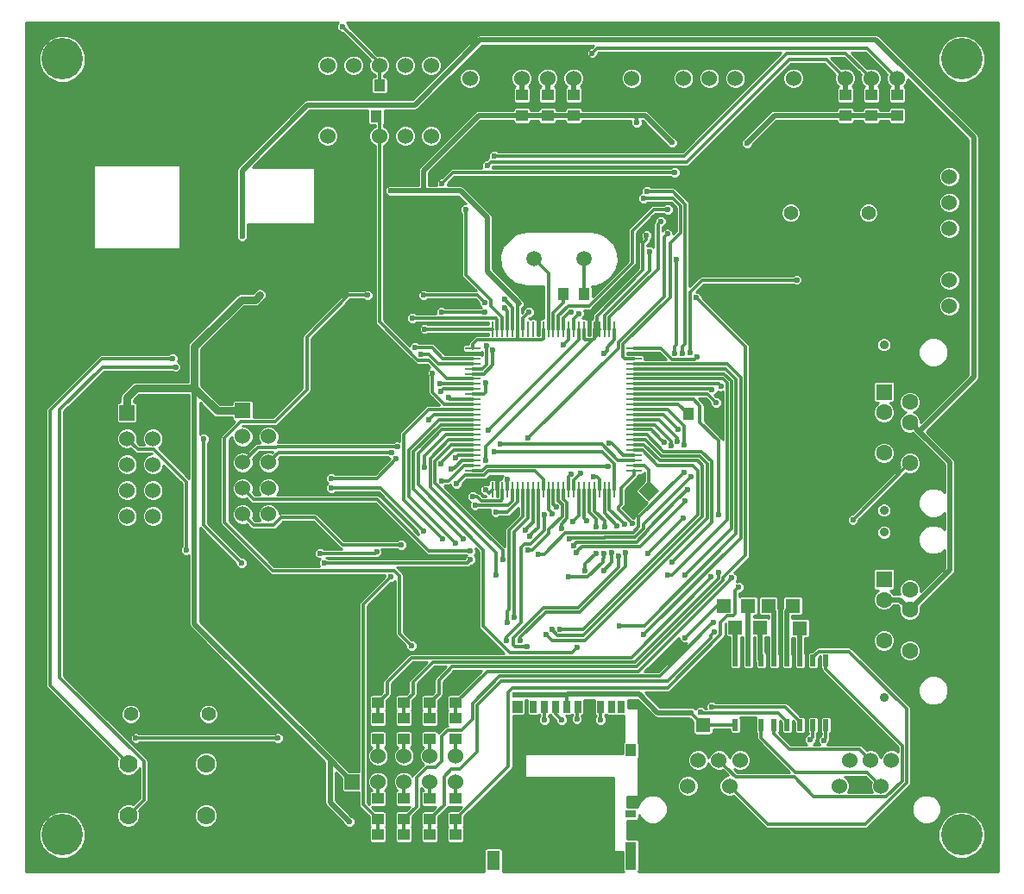
<source format=gbr>
G04 #@! TF.FileFunction,Copper,L2,Bot,Signal*
%FSLAX46Y46*%
G04 Gerber Fmt 4.6, Leading zero omitted, Abs format (unit mm)*
G04 Created by KiCad (PCBNEW 4.0.1-stable) date 2017/04/02 21:29:11*
%MOMM*%
G01*
G04 APERTURE LIST*
%ADD10C,0.100000*%
%ADD11C,0.900000*%
%ADD12C,1.600000*%
%ADD13R,1.600000X1.600000*%
%ADD14C,4.064000*%
%ADD15R,1.389000X1.397000*%
%ADD16C,1.524000*%
%ADD17R,1.524000X1.524000*%
%ADD18R,1.135000X1.143000*%
%ADD19R,1.143000X1.135000*%
%ADD20C,1.397000*%
%ADD21C,1.778000*%
%ADD22R,0.280000X1.500000*%
%ADD23R,1.500000X0.280000*%
%ADD24R,0.508000X1.143000*%
%ADD25C,1.500000*%
%ADD26R,0.700000X1.200000*%
%ADD27R,1.000000X1.200000*%
%ADD28R,1.000000X0.800000*%
%ADD29R,1.000000X2.800000*%
%ADD30R,1.300000X1.900000*%
%ADD31C,0.600000*%
%ADD32C,0.305000*%
%ADD33C,0.500000*%
%ADD34C,0.750000*%
%ADD35C,0.254000*%
G04 APERTURE END LIST*
D10*
D11*
X156210000Y-113535000D03*
X156210000Y-97285000D03*
D12*
X156210000Y-107910000D03*
X156210000Y-105910000D03*
X156210000Y-103910000D03*
D13*
X156210000Y-101910000D03*
D12*
X158750000Y-108910000D03*
X158750000Y-106910000D03*
X158750000Y-104910000D03*
X158750000Y-102910000D03*
D14*
X163830000Y-50800000D03*
X163830000Y-127000000D03*
X75565000Y-50800000D03*
D10*
G36*
X133117364Y-92221508D02*
X134105192Y-93209336D01*
X133123020Y-94191508D01*
X132135192Y-93203680D01*
X133117364Y-92221508D01*
X133117364Y-92221508D01*
G37*
G36*
X131416772Y-93922100D02*
X132404600Y-94909928D01*
X131422428Y-95892100D01*
X130434600Y-94904272D01*
X131416772Y-93922100D01*
X131416772Y-93922100D01*
G37*
D15*
X138453940Y-116225320D03*
X136048940Y-116225320D03*
X141626780Y-106634280D03*
X144031780Y-106634280D03*
X144857660Y-104500680D03*
X147262660Y-104500680D03*
X147951380Y-106695240D03*
X150356380Y-106695240D03*
X140483780Y-104500680D03*
X142888780Y-104500680D03*
D11*
X156210000Y-95120000D03*
X156210000Y-78870000D03*
D12*
X156210000Y-89495000D03*
X156210000Y-87495000D03*
X156210000Y-85495000D03*
D13*
X156210000Y-83495000D03*
D12*
X158750000Y-90495000D03*
X158750000Y-88495000D03*
X158750000Y-86495000D03*
X158750000Y-84495000D03*
D16*
X154877750Y-119651750D03*
X152837750Y-119651750D03*
X156917750Y-119651750D03*
X151817750Y-122191750D03*
X153857750Y-122191750D03*
X155897750Y-122191750D03*
X140018750Y-119651750D03*
X137978750Y-119651750D03*
X142058750Y-119651750D03*
X136958750Y-122191750D03*
X138998750Y-122191750D03*
X141038750Y-122191750D03*
D17*
X93263720Y-85354160D03*
D16*
X95803720Y-85354160D03*
X93263720Y-87894160D03*
X95803720Y-87894160D03*
X93263720Y-90434160D03*
X95803720Y-90434160D03*
X93263720Y-92974160D03*
X95803720Y-92974160D03*
X93263720Y-95514160D03*
X95803720Y-95514160D03*
D17*
X104013000Y-121793000D03*
D16*
X104013000Y-119253000D03*
X106553000Y-121793000D03*
X106553000Y-119253000D03*
X109093000Y-121793000D03*
X109093000Y-119253000D03*
X111633000Y-121793000D03*
X111633000Y-119253000D03*
X114173000Y-121793000D03*
X114173000Y-119253000D03*
D17*
X81909920Y-85542120D03*
D16*
X84449920Y-85542120D03*
X81909920Y-88082120D03*
X84449920Y-88082120D03*
X81909920Y-90622120D03*
X84449920Y-90622120D03*
X81909920Y-93162120D03*
X84449920Y-93162120D03*
X81909920Y-95702120D03*
X84449920Y-95702120D03*
X162623500Y-75057000D03*
X162623500Y-72517000D03*
X162623500Y-69977000D03*
X162623500Y-67437000D03*
X162623500Y-64897000D03*
X162623500Y-62357000D03*
X115570000Y-52705000D03*
X118110000Y-52705000D03*
X120650000Y-52705000D03*
X123190000Y-52705000D03*
X125730000Y-52705000D03*
X147320000Y-52705000D03*
X149860000Y-52705000D03*
X152400000Y-52705000D03*
X154940000Y-52705000D03*
X157480000Y-52705000D03*
X131445000Y-52705000D03*
X133985000Y-52705000D03*
X136525000Y-52705000D03*
X139065000Y-52705000D03*
X141605000Y-52705000D03*
D18*
X137002900Y-85686900D03*
X139026900Y-85686900D03*
X106676000Y-53416200D03*
X104652000Y-53416200D03*
X106396600Y-56464200D03*
X104372600Y-56464200D03*
D19*
X114173000Y-127004000D03*
X114173000Y-129028000D03*
X111633000Y-127004000D03*
X111633000Y-129028000D03*
X109093000Y-127000000D03*
X109093000Y-129024000D03*
X106553000Y-127000000D03*
X106553000Y-129024000D03*
X106553000Y-123448000D03*
X106553000Y-125472000D03*
X109093000Y-123444000D03*
X109093000Y-125468000D03*
X111633000Y-123448000D03*
X111633000Y-125472000D03*
X114173000Y-123452000D03*
X114173000Y-125476000D03*
X106553000Y-115574000D03*
X106553000Y-117598000D03*
X109093000Y-115574000D03*
X109093000Y-117598000D03*
X111633000Y-115574000D03*
X111633000Y-117598000D03*
X114173000Y-115574000D03*
X114173000Y-117598000D03*
X106553000Y-114042000D03*
X106553000Y-112018000D03*
X109093000Y-114042000D03*
X109093000Y-112018000D03*
X111633000Y-114042000D03*
X111633000Y-112018000D03*
X114173000Y-114042000D03*
X114173000Y-112018000D03*
D18*
X126742000Y-73883520D03*
X124718000Y-73883520D03*
D19*
X125740160Y-56363680D03*
X125740160Y-54339680D03*
X123179840Y-56358600D03*
X123179840Y-54334600D03*
X157474920Y-56338280D03*
X157474920Y-54314280D03*
X120655080Y-56353520D03*
X120655080Y-54329520D03*
X154940000Y-56353520D03*
X154940000Y-54329520D03*
X152400000Y-56348440D03*
X152400000Y-54324440D03*
D16*
X101600000Y-51435000D03*
X104140000Y-51435000D03*
X106680000Y-51435000D03*
X109220000Y-51435000D03*
X111760000Y-51435000D03*
D20*
X154686000Y-65913000D03*
X154686000Y-70993000D03*
X147066000Y-65913000D03*
X147066000Y-70993000D03*
X89916000Y-110058200D03*
X89916000Y-115138200D03*
X82296000Y-110058200D03*
X82296000Y-115138200D03*
D21*
X89662000Y-125095000D03*
X89662000Y-120015000D03*
X82042000Y-120015000D03*
X82042000Y-122555000D03*
X82042000Y-125095000D03*
D16*
X111754920Y-58369200D03*
X109214920Y-58369200D03*
X106674920Y-58369200D03*
X104134920Y-58369200D03*
X101594920Y-58369200D03*
D22*
X117761500Y-77317000D03*
X118261500Y-77317000D03*
X118761500Y-77317000D03*
X119261500Y-77317000D03*
X119761500Y-77317000D03*
X120261500Y-77317000D03*
X120761500Y-77317000D03*
X121261500Y-77317000D03*
X121761500Y-77317000D03*
X122261500Y-77317000D03*
X122761500Y-77317000D03*
X123261500Y-77317000D03*
X123761500Y-77317000D03*
X124261500Y-77317000D03*
X124761500Y-77317000D03*
X125261500Y-77317000D03*
X125761500Y-77317000D03*
X126261500Y-77317000D03*
X126761500Y-77317000D03*
X127261500Y-77317000D03*
X127761500Y-77317000D03*
X128261500Y-77317000D03*
X128761500Y-77317000D03*
X129261500Y-77317000D03*
X129761500Y-77317000D03*
D23*
X131661500Y-79217000D03*
X131661500Y-79717000D03*
X131661500Y-80217000D03*
X131661500Y-80717000D03*
X131661500Y-81217000D03*
X131661500Y-81717000D03*
X131661500Y-82217000D03*
X131661500Y-82717000D03*
X131661500Y-83217000D03*
X131661500Y-83717000D03*
X131661500Y-84217000D03*
X131661500Y-84717000D03*
X131661500Y-85217000D03*
X131661500Y-85717000D03*
X131661500Y-86217000D03*
X131661500Y-86717000D03*
X131661500Y-87217000D03*
X131661500Y-87717000D03*
X131661500Y-88217000D03*
X131661500Y-88717000D03*
X131661500Y-89217000D03*
X131661500Y-89717000D03*
X131661500Y-90217000D03*
X131661500Y-90717000D03*
X131661500Y-91217000D03*
D22*
X129761500Y-93117000D03*
X129261500Y-93117000D03*
X128761500Y-93117000D03*
X128261500Y-93117000D03*
X127761500Y-93117000D03*
X127261500Y-93117000D03*
X126761500Y-93117000D03*
X126261500Y-93117000D03*
X125761500Y-93117000D03*
X125261500Y-93117000D03*
X124761500Y-93117000D03*
X124261500Y-93117000D03*
X123761500Y-93117000D03*
X123261500Y-93117000D03*
X122761500Y-93117000D03*
X122261500Y-93117000D03*
X121761500Y-93117000D03*
X121261500Y-93117000D03*
X120761500Y-93117000D03*
X120261500Y-93117000D03*
X119761500Y-93117000D03*
X119261500Y-93117000D03*
X118761500Y-93117000D03*
X118261500Y-93117000D03*
X117761500Y-93117000D03*
D23*
X115861500Y-91217000D03*
X115861500Y-90717000D03*
X115861500Y-90217000D03*
X115861500Y-89717000D03*
X115861500Y-89217000D03*
X115861500Y-88717000D03*
X115861500Y-88217000D03*
X115861500Y-87717000D03*
X115861500Y-87217000D03*
X115861500Y-86717000D03*
X115861500Y-86217000D03*
X115861500Y-85717000D03*
X115861500Y-85217000D03*
X115861500Y-84717000D03*
X115861500Y-84217000D03*
X115861500Y-83717000D03*
X115861500Y-83217000D03*
X115861500Y-82717000D03*
X115861500Y-82217000D03*
X115861500Y-81717000D03*
X115861500Y-81217000D03*
X115861500Y-80717000D03*
X115861500Y-80217000D03*
X115861500Y-79717000D03*
X115861500Y-79217000D03*
D24*
X141605000Y-116205000D03*
X144145000Y-116205000D03*
X145415000Y-116205000D03*
X146685000Y-116205000D03*
X147955000Y-116205000D03*
X149225000Y-116205000D03*
X150495000Y-116205000D03*
X150495000Y-109855000D03*
X149225000Y-109855000D03*
X147955000Y-109855000D03*
X146685000Y-109855000D03*
X145415000Y-109855000D03*
X144145000Y-109855000D03*
X142875000Y-109855000D03*
X141605000Y-109855000D03*
X142875000Y-116205000D03*
D25*
X121856500Y-70421500D03*
X126736500Y-70421500D03*
D14*
X75565000Y-127000000D03*
D26*
X121780700Y-114414300D03*
X122880700Y-114414300D03*
X123980700Y-114414300D03*
X125080700Y-114414300D03*
X126180700Y-114414300D03*
X127280700Y-114414300D03*
X128380700Y-114414300D03*
X129480700Y-114414300D03*
X130430700Y-114414300D03*
D27*
X120230700Y-114414300D03*
X131380700Y-118714300D03*
D28*
X131380700Y-124914300D03*
D29*
X131380700Y-129064300D03*
D30*
X117880700Y-129514300D03*
D31*
X119959618Y-113237345D03*
X131540909Y-96438398D03*
X117124691Y-90219421D03*
X117142260Y-93131640D03*
X132897880Y-68148200D03*
X137287000Y-115006120D03*
X132588000Y-64503300D03*
X131914900Y-57048400D03*
X135394700Y-59016900D03*
X142760700Y-59055000D03*
X107772200Y-63754000D03*
X136636760Y-107635040D03*
X97790000Y-128270000D03*
X80645000Y-78105000D03*
X85725000Y-77470000D03*
X150495000Y-59690000D03*
X142875000Y-75565000D03*
X81915000Y-104140000D03*
X78740000Y-130175000D03*
X72390000Y-53340000D03*
X72390000Y-59690000D03*
X72390000Y-66040000D03*
X72390000Y-72390000D03*
X72390000Y-78740000D03*
X72390000Y-85725000D03*
X72390000Y-92075000D03*
X72390000Y-98425000D03*
X72390000Y-104775000D03*
X72390000Y-111125000D03*
X72390000Y-117475000D03*
X72390000Y-123825000D03*
X72390000Y-130175000D03*
X131419600Y-93111320D03*
X103124000Y-105194100D03*
X135343900Y-113969800D03*
X114909600Y-93040200D03*
X135493760Y-108788200D03*
X133527800Y-79969360D03*
X74477880Y-56560720D03*
X83657440Y-51079400D03*
X92933520Y-69971920D03*
X142255240Y-63296800D03*
X139837160Y-87172800D03*
X135255000Y-130175000D03*
X141605000Y-130175000D03*
X147955000Y-130175000D03*
X154305000Y-130175000D03*
X160655000Y-130175000D03*
X107315000Y-47625000D03*
X114300000Y-47625000D03*
X121285000Y-47625000D03*
X127635000Y-47625000D03*
X133985000Y-47625000D03*
X140970000Y-47625000D03*
X147955000Y-47625000D03*
X154305000Y-47625000D03*
X160655000Y-47625000D03*
X167005000Y-47625000D03*
X167005000Y-53340000D03*
X167005000Y-59690000D03*
X167005000Y-66040000D03*
X167005000Y-73025000D03*
X167005000Y-79375000D03*
X167005000Y-85725000D03*
X167005000Y-92075000D03*
X167005000Y-98425000D03*
X167005000Y-104775000D03*
X167005000Y-111125000D03*
X167005000Y-117475000D03*
X167005000Y-123825000D03*
X167005000Y-130175000D03*
X149225000Y-83820000D03*
X144106900Y-87896700D03*
X115859560Y-93797120D03*
X93205300Y-68211700D03*
X94970600Y-73964800D03*
X103720900Y-125691900D03*
X134970520Y-65577720D03*
X129260438Y-88557262D03*
X82778600Y-117513100D03*
X96710500Y-117513100D03*
X112806026Y-92225800D03*
X153149300Y-96062800D03*
X112598200Y-82715100D03*
X112763300Y-75641200D03*
X125541917Y-75682940D03*
X117055900Y-75641200D03*
X118536720Y-88657222D03*
X108451921Y-88871116D03*
X117952520Y-89347040D03*
X107866420Y-89473636D03*
X121002356Y-97042205D03*
X115605119Y-99119781D03*
X118104688Y-95316272D03*
X111023400Y-97180400D03*
X101977569Y-92955755D03*
X116067840Y-94635320D03*
X108826300Y-98501200D03*
X112708685Y-83456930D03*
X114261900Y-92499180D03*
X106413300Y-99237800D03*
X100850700Y-99339400D03*
X87731600Y-99038031D03*
X121424104Y-97662404D03*
X115630960Y-99987100D03*
X93152311Y-100315111D03*
X101295200Y-100317300D03*
X89446100Y-88125300D03*
X101977569Y-91973234D03*
X108326818Y-90093157D03*
X114185700Y-89954100D03*
X111137700Y-77317600D03*
X109918500Y-76263500D03*
X111095368Y-90931725D03*
X117358160Y-87233760D03*
X111530237Y-86213220D03*
X113449100Y-84061300D03*
X117106700Y-82600800D03*
X133176418Y-69706082D03*
X118973004Y-75273496D03*
X117259100Y-61264800D03*
X118973600Y-74422000D03*
X117944900Y-60312300D03*
X115176300Y-65608200D03*
X127571500Y-50228500D03*
X136438640Y-79684880D03*
X132948680Y-63830200D03*
X126441200Y-91528900D03*
X135686800Y-79695040D03*
X135857520Y-70468542D03*
X125488700Y-91617800D03*
X134315200Y-66738500D03*
X103085900Y-47612300D03*
X113753900Y-91084400D03*
X112755401Y-90558899D03*
X110738920Y-79781400D03*
X86690200Y-81038700D03*
X110185200Y-79136240D03*
X86385400Y-80200500D03*
X140195300Y-82918300D03*
X141922500Y-102692200D03*
X139585700Y-107061000D03*
X124777500Y-78867000D03*
X139471894Y-106135475D03*
X139739568Y-84571961D03*
X107800824Y-101669120D03*
X128739900Y-79730600D03*
X137828263Y-80091037D03*
X139212320Y-101676200D03*
X139959080Y-101208840D03*
X139966700Y-95542100D03*
X126283720Y-75793600D03*
X137800620Y-74263961D03*
X141287500Y-101765100D03*
X139319000Y-83299300D03*
X137195560Y-79679800D03*
X129100309Y-90821790D03*
X147650200Y-72496680D03*
X121307484Y-88054720D03*
X119261500Y-92062000D03*
X134950200Y-67983100D03*
X111899700Y-81635600D03*
X112839500Y-63017400D03*
X135686800Y-61937900D03*
X132651500Y-107353100D03*
X130225800Y-106502200D03*
X136646380Y-101502597D03*
X134975600Y-101498099D03*
X136598660Y-91379040D03*
X136595999Y-88717546D03*
X122314444Y-99462016D03*
X135993479Y-87143462D03*
X137251440Y-91846400D03*
X125300213Y-97961689D03*
X136906000Y-93116400D03*
X135942379Y-88344768D03*
X125716767Y-98585388D03*
X136677400Y-94234000D03*
X135309951Y-88747927D03*
X126001311Y-99279327D03*
X136474200Y-95910400D03*
X134609462Y-88479929D03*
X132994400Y-99390200D03*
X135448973Y-100214495D03*
X123050300Y-107353100D03*
X123609100Y-106845100D03*
X124427827Y-106811736D03*
X125260100Y-101688900D03*
X128762849Y-96742729D03*
X128708242Y-99339075D03*
X126878719Y-101048590D03*
X127927100Y-96748600D03*
X127927100Y-99339400D03*
X129457793Y-99312780D03*
X127012700Y-96139000D03*
X128676400Y-101024832D03*
X125691900Y-96240600D03*
X124548900Y-96875600D03*
X121268600Y-99014820D03*
X124032181Y-94825471D03*
X139299220Y-114426315D03*
X123614974Y-95448733D03*
X138201400Y-114935000D03*
X119926100Y-105664000D03*
X148945600Y-117665500D03*
X119240300Y-106146600D03*
X150266400Y-117703600D03*
X118783100Y-99951540D03*
X118107460Y-101511100D03*
X126075440Y-108598648D03*
X114931888Y-97940953D03*
X114197619Y-98387433D03*
X112848207Y-97924888D03*
X117820525Y-79400400D03*
X117218005Y-78949876D03*
X121348500Y-75653900D03*
X117017800Y-74726800D03*
X111023400Y-74002900D03*
X105549700Y-74002900D03*
X109842300Y-108407200D03*
X122859800Y-115709700D03*
X124548900Y-115709700D03*
X119164100Y-107886500D03*
X122872500Y-95554800D03*
X127698500Y-91871800D03*
X120516053Y-107893580D03*
X130850755Y-99283132D03*
X130732737Y-96482316D03*
X126060200Y-115620800D03*
X130162300Y-99580700D03*
X130007386Y-96673061D03*
X121170700Y-108496100D03*
X128371600Y-115709700D03*
D32*
X120261500Y-77317000D02*
X120261500Y-74986302D01*
X120261500Y-74986302D02*
X120420401Y-74827401D01*
D33*
X125090855Y-113237345D02*
X120383882Y-113237345D01*
X125120400Y-113207800D02*
X125090855Y-113237345D01*
X120383882Y-113237345D02*
X119959618Y-113237345D01*
D32*
X130132090Y-95029579D02*
X131240910Y-96138399D01*
X131240910Y-96138399D02*
X131540909Y-96438398D01*
X130132090Y-94778966D02*
X130132090Y-95029579D01*
X130378200Y-94532856D02*
X130132090Y-94778966D01*
X130378200Y-92945300D02*
X130378200Y-94532856D01*
X131661500Y-91662000D02*
X130378200Y-92945300D01*
X131661500Y-91217000D02*
X131661500Y-91662000D01*
D33*
X125120400Y-113207800D02*
X132207000Y-113207800D01*
D32*
X125120400Y-113207800D02*
X125068000Y-113260200D01*
X125068000Y-113260200D02*
X125068000Y-114427000D01*
D33*
X132207000Y-113207800D02*
X134005320Y-115006120D01*
D32*
X122761500Y-78251502D02*
X122643501Y-78369501D01*
X122643501Y-78369501D02*
X120143501Y-78369501D01*
X117124691Y-89795157D02*
X117124691Y-90219421D01*
X117124691Y-88848989D02*
X117124691Y-89795157D01*
X128028700Y-77944980D02*
X117124691Y-88848989D01*
X128028700Y-77317000D02*
X128028700Y-77944980D01*
X117761500Y-93117000D02*
X117446861Y-93431639D01*
X117446861Y-93431639D02*
X117442259Y-93431639D01*
X117442259Y-93431639D02*
X117142260Y-93131640D01*
X127761500Y-77317000D02*
X127761500Y-78251502D01*
X127761500Y-78251502D02*
X127643501Y-78369501D01*
X127643501Y-78369501D02*
X126879499Y-78369501D01*
X126879499Y-78369501D02*
X126761500Y-78251502D01*
X126761500Y-78251502D02*
X126761500Y-77317000D01*
X132897880Y-68148200D02*
X132897880Y-68572464D01*
X132897880Y-68572464D02*
X132549900Y-68920444D01*
X132549900Y-68920444D02*
X132549900Y-71551800D01*
X132588000Y-64503300D02*
X135521700Y-64503300D01*
X136255760Y-65237360D02*
X136255760Y-67845940D01*
X135521700Y-64503300D02*
X136255760Y-65237360D01*
X136255760Y-67845940D02*
X135255000Y-68846700D01*
X135255000Y-68846700D02*
X135255000Y-74188998D01*
X130608999Y-78834999D02*
X130608999Y-80099001D01*
X135255000Y-74188998D02*
X130608999Y-78834999D01*
X130608999Y-80099001D02*
X130726998Y-80217000D01*
X130726998Y-80217000D02*
X131661500Y-80217000D01*
X139771120Y-104500680D02*
X140483780Y-104500680D01*
D33*
X134005320Y-115006120D02*
X137287000Y-115006120D01*
D32*
X138453940Y-116225320D02*
X141584680Y-116225320D01*
X141584680Y-116225320D02*
X141605000Y-116205000D01*
X137287000Y-115006120D02*
X137287000Y-115058380D01*
X137287000Y-115058380D02*
X138453940Y-116225320D01*
X128028700Y-76073000D02*
X132549900Y-71551800D01*
X128028700Y-77317000D02*
X128028700Y-76073000D01*
D33*
X125740160Y-56363680D02*
X131787900Y-56363680D01*
X131787900Y-56363680D02*
X132741480Y-56363680D01*
D32*
X131914900Y-57048400D02*
X131914900Y-56624136D01*
X131914900Y-56624136D02*
X131787900Y-56497136D01*
X131787900Y-56497136D02*
X131787900Y-56363680D01*
X128261500Y-77317000D02*
X128028700Y-77317000D01*
X128028700Y-77317000D02*
X127761500Y-77317000D01*
X122761500Y-77317000D02*
X122761500Y-78251502D01*
D33*
X114655600Y-63754000D02*
X111086900Y-63754000D01*
X111086900Y-63754000D02*
X107772200Y-63754000D01*
X111023400Y-61734700D02*
X111023400Y-63690500D01*
X111023400Y-63690500D02*
X111086900Y-63754000D01*
X116404580Y-56353520D02*
X111023400Y-61734700D01*
X120655080Y-56353520D02*
X116404580Y-56353520D01*
X132741480Y-56363680D02*
X135394700Y-59016900D01*
X142760700Y-59055000D02*
X145467260Y-56348440D01*
X145467260Y-56348440D02*
X152400000Y-56348440D01*
X120420401Y-74827401D02*
X117271800Y-71678800D01*
X117271800Y-71615300D02*
X117271800Y-66370200D01*
X117271800Y-71678800D02*
X117271800Y-71615300D01*
D32*
X117507207Y-78347374D02*
X117529334Y-78369501D01*
X116286126Y-78347374D02*
X117507207Y-78347374D01*
X115861500Y-79217000D02*
X115861500Y-78772000D01*
X120143501Y-78369501D02*
X120261500Y-78251502D01*
X120261500Y-78251502D02*
X120261500Y-77317000D01*
X117529334Y-78369501D02*
X120143501Y-78369501D01*
X115861500Y-78772000D02*
X116286126Y-78347374D01*
D33*
X117271800Y-66370200D02*
X114655600Y-63754000D01*
X120655080Y-56353520D02*
X123174760Y-56353520D01*
X123174760Y-56353520D02*
X123179840Y-56358600D01*
X125740160Y-56363680D02*
X123184920Y-56363680D01*
X123184920Y-56363680D02*
X123179840Y-56358600D01*
X154940000Y-56353520D02*
X157459680Y-56353520D01*
X157459680Y-56353520D02*
X157474920Y-56338280D01*
X152400000Y-56348440D02*
X154934920Y-56348440D01*
X154934920Y-56348440D02*
X154940000Y-56353520D01*
D32*
X136636760Y-107635040D02*
X139771120Y-104500680D01*
X79502000Y-125095000D02*
X82677000Y-128270000D01*
X82677000Y-128270000D02*
X97790000Y-128270000D01*
X82042000Y-122555000D02*
X79502000Y-125095000D01*
X80645000Y-78105000D02*
X73025000Y-78105000D01*
X73025000Y-78105000D02*
X72390000Y-78740000D01*
X87630000Y-81915000D02*
X87630000Y-79375000D01*
X87630000Y-79375000D02*
X85725000Y-77470000D01*
X81915000Y-81915000D02*
X87630000Y-81915000D01*
X80845419Y-82984581D02*
X81915000Y-81915000D01*
X78762619Y-87017619D02*
X78762619Y-85067381D01*
X78762619Y-85067381D02*
X80845419Y-82984581D01*
X84449920Y-85542120D02*
X82974421Y-87017619D01*
X82974421Y-87017619D02*
X78762619Y-87017619D01*
X150495000Y-59690000D02*
X146064999Y-64120001D01*
X146064999Y-64120001D02*
X146064999Y-69991999D01*
X146064999Y-69991999D02*
X146367501Y-70294501D01*
X146367501Y-70294501D02*
X147066000Y-70993000D01*
X142875000Y-75565000D02*
X150114000Y-75565000D01*
X150114000Y-75565000D02*
X154686000Y-70993000D01*
X89916000Y-110058200D02*
X87833200Y-110058200D01*
X87833200Y-110058200D02*
X81915000Y-104140000D01*
X72390000Y-130175000D02*
X78740000Y-130175000D01*
X72390000Y-59690000D02*
X72390000Y-53340000D01*
X72390000Y-72390000D02*
X72390000Y-66040000D01*
X72390000Y-85725000D02*
X72390000Y-78740000D01*
X72390000Y-98425000D02*
X72390000Y-92075000D01*
X72390000Y-111125000D02*
X72390000Y-104775000D01*
X72390000Y-123825000D02*
X72390000Y-117475000D01*
X82042000Y-122555000D02*
X76554938Y-122555000D01*
X76554938Y-122555000D02*
X72390000Y-126719938D01*
X72390000Y-126719938D02*
X72390000Y-130175000D01*
X131419600Y-94907100D02*
X131419600Y-93111320D01*
X131419600Y-93111320D02*
X131432300Y-93098620D01*
X136931400Y-112382300D02*
X139204700Y-112382300D01*
X135343900Y-113969800D02*
X136931400Y-112382300D01*
X116751100Y-92621100D02*
X115328700Y-92621100D01*
X115328700Y-92621100D02*
X114909600Y-93040200D01*
X117307701Y-92064499D02*
X116751100Y-92621100D01*
X118261500Y-93117000D02*
X118261500Y-92182498D01*
X118261500Y-92182498D02*
X118143501Y-92064499D01*
X118143501Y-92064499D02*
X117307701Y-92064499D01*
X131661500Y-79717000D02*
X133275440Y-79717000D01*
X133275440Y-79717000D02*
X133527800Y-79969360D01*
X83657440Y-51079400D02*
X79959200Y-51079400D01*
X79959200Y-51079400D02*
X74477880Y-56560720D01*
X100756720Y-67792600D02*
X100756720Y-61747400D01*
X100756720Y-61747400D02*
X104134920Y-58369200D01*
X95112840Y-67792600D02*
X100756720Y-67792600D01*
X92933520Y-69971920D02*
X95112840Y-67792600D01*
X142255240Y-63296800D02*
X142255240Y-66182240D01*
X142255240Y-66182240D02*
X147066000Y-70993000D01*
X147066000Y-70993000D02*
X154686000Y-70993000D01*
X140213080Y-86000580D02*
X140213080Y-86796880D01*
X140213080Y-86796880D02*
X139837160Y-87172800D01*
X139026900Y-85686900D02*
X139899400Y-85686900D01*
X139899400Y-85686900D02*
X140213080Y-86000580D01*
X147955000Y-130175000D02*
X141605000Y-130175000D01*
X146982000Y-130175000D02*
X154305000Y-130175000D01*
X154305000Y-130175000D02*
X167005000Y-130175000D01*
X121285000Y-47625000D02*
X114300000Y-47625000D01*
X133985000Y-47625000D02*
X127635000Y-47625000D01*
X147955000Y-47625000D02*
X140970000Y-47625000D01*
X160655000Y-47625000D02*
X154305000Y-47625000D01*
X167005000Y-53340000D02*
X167005000Y-47625000D01*
X167005000Y-66040000D02*
X167005000Y-59690000D01*
X167005000Y-79375000D02*
X167005000Y-73025000D01*
X167005000Y-92075000D02*
X167005000Y-85725000D01*
X167005000Y-104775000D02*
X167005000Y-98425000D01*
X167005000Y-117475000D02*
X167005000Y-111125000D01*
X167005000Y-130175000D02*
X167005000Y-123825000D01*
X138998750Y-122191750D02*
X146982000Y-130175000D01*
X156210000Y-87495000D02*
X152900000Y-87495000D01*
X152900000Y-87495000D02*
X149225000Y-83820000D01*
X144106900Y-87896700D02*
X155808300Y-87896700D01*
X155808300Y-87896700D02*
X156210000Y-87495000D01*
X133120192Y-93206508D02*
X133120192Y-91120692D01*
X133120192Y-91120692D02*
X132716500Y-90717000D01*
X132716500Y-90717000D02*
X131661500Y-90717000D01*
X115859560Y-93797120D02*
X116314220Y-93797120D01*
X116314220Y-93797120D02*
X116686601Y-94169501D01*
X118643501Y-94169501D02*
X118761500Y-94051502D01*
X116686601Y-94169501D02*
X118643501Y-94169501D01*
X118761500Y-94051502D02*
X118761500Y-93117000D01*
D33*
X156210000Y-103910000D02*
X157750000Y-103910000D01*
X157750000Y-103910000D02*
X158750000Y-104910000D01*
X158750000Y-86495000D02*
X162650001Y-90395001D01*
X162650001Y-90395001D02*
X162650001Y-101009999D01*
X162650001Y-101009999D02*
X159549999Y-104110001D01*
X159549999Y-104110001D02*
X158750000Y-104910000D01*
X162650001Y-90395001D02*
X159656400Y-87401400D01*
X158750000Y-86495000D02*
X159656400Y-87401400D01*
X165011100Y-58516338D02*
X165011100Y-82046700D01*
X165011100Y-82046700D02*
X159656400Y-87401400D01*
X116547900Y-48933100D02*
X155427862Y-48933100D01*
X155427862Y-48933100D02*
X165011100Y-58516338D01*
X110173819Y-55307181D02*
X116547900Y-48933100D01*
X93205300Y-61734700D02*
X99632819Y-55307181D01*
X99632819Y-55307181D02*
X110173819Y-55307181D01*
X93205300Y-68211700D02*
X93205300Y-61734700D01*
X101841300Y-119621300D02*
X104013000Y-121793000D01*
X88531700Y-106311700D02*
X101841300Y-119621300D01*
X101841300Y-119621300D02*
X101841300Y-123812300D01*
X101841300Y-123812300D02*
X103720900Y-125691900D01*
X88531700Y-83134200D02*
X88531700Y-106311700D01*
D34*
X81909920Y-84030120D02*
X82805840Y-83134200D01*
X93136636Y-74434700D02*
X94500700Y-74434700D01*
X94500700Y-74434700D02*
X94970600Y-73964800D01*
X90751660Y-85354160D02*
X93263720Y-85354160D01*
X81909920Y-84030120D02*
X81909920Y-85542120D01*
X93136636Y-74434700D02*
X88531700Y-79039636D01*
X82805840Y-83134200D02*
X88531700Y-83134200D01*
X88531700Y-83134200D02*
X90751660Y-85354160D01*
X88531700Y-79039636D02*
X88531700Y-83134200D01*
D33*
X152677700Y-119811800D02*
X152837750Y-119651750D01*
X141626780Y-106634280D02*
X141626780Y-109833220D01*
X141626780Y-109833220D02*
X141605000Y-109855000D01*
X144031780Y-106634280D02*
X144031780Y-109741780D01*
X144031780Y-109741780D02*
X144145000Y-109855000D01*
X144857660Y-104500680D02*
X145415000Y-105058020D01*
X145415000Y-105058020D02*
X145415000Y-109855000D01*
X147262660Y-104500680D02*
X147262660Y-104504680D01*
X146685000Y-108783500D02*
X146685000Y-109855000D01*
X147262660Y-104504680D02*
X146685000Y-105082340D01*
X146685000Y-105082340D02*
X146685000Y-108783500D01*
X147951380Y-106695240D02*
X147951380Y-109851380D01*
X147951380Y-109851380D02*
X147955000Y-109855000D01*
X142888780Y-104500680D02*
X142888780Y-109841220D01*
X142888780Y-109841220D02*
X142875000Y-109855000D01*
D32*
X131495800Y-70205600D02*
X131495800Y-67691000D01*
X131495800Y-70205600D02*
X131495800Y-70827837D01*
X125225545Y-75059477D02*
X127264160Y-75059477D01*
X131495800Y-70827837D02*
X127264160Y-75059477D01*
X133271489Y-65915311D02*
X133609080Y-65577720D01*
X133609080Y-65577720D02*
X134970520Y-65577720D01*
X124261500Y-77317000D02*
X124261500Y-76023522D01*
X124261500Y-76023522D02*
X125225545Y-75059477D01*
X131495800Y-67691000D02*
X133271489Y-65915311D01*
X130136357Y-89246857D02*
X129446762Y-88557262D01*
X129446762Y-88557262D02*
X129260438Y-88557262D01*
X96710500Y-117513100D02*
X82778600Y-117513100D01*
X130606500Y-89717000D02*
X130136357Y-89246857D01*
X131661500Y-89717000D02*
X130606500Y-89717000D01*
X123261500Y-77317000D02*
X123261500Y-71826500D01*
X123261500Y-71826500D02*
X121856500Y-70421500D01*
X126742000Y-73883520D02*
X126742000Y-70427000D01*
X126742000Y-70427000D02*
X126736500Y-70421500D01*
X114990543Y-90717000D02*
X113481743Y-92225800D01*
X115861500Y-90717000D02*
X114990543Y-90717000D01*
X113481743Y-92225800D02*
X113230290Y-92225800D01*
X113230290Y-92225800D02*
X112806026Y-92225800D01*
X153149300Y-96062800D02*
X158717100Y-90495000D01*
X158717100Y-90495000D02*
X158750000Y-90495000D01*
X145415000Y-116205000D02*
X145415000Y-117081500D01*
X146920749Y-118587249D02*
X153813249Y-118587249D01*
X145415000Y-117081500D02*
X146920749Y-118587249D01*
X153813249Y-118587249D02*
X154115751Y-118889751D01*
X154115751Y-118889751D02*
X154877750Y-119651750D01*
X144145000Y-117475000D02*
X144145000Y-116205000D01*
X147535900Y-120865900D02*
X144145000Y-117475000D01*
X154571900Y-120865900D02*
X147535900Y-120865900D01*
X155897750Y-122191750D02*
X154571900Y-120865900D01*
X140780749Y-120413749D02*
X140018750Y-119651750D01*
X141687911Y-121320911D02*
X140780749Y-120413749D01*
X147391013Y-121320911D02*
X141687911Y-121320911D01*
X149326353Y-123256251D02*
X147391013Y-121320911D01*
X157982251Y-121682711D02*
X156408711Y-123256251D01*
X157982251Y-118218751D02*
X157982251Y-121682711D01*
X150495000Y-110731500D02*
X157982251Y-118218751D01*
X156408711Y-123256251D02*
X149326353Y-123256251D01*
X150495000Y-109855000D02*
X150495000Y-110731500D01*
X149225000Y-109855000D02*
X149225000Y-109537500D01*
X149225000Y-109537500D02*
X149784000Y-108978500D01*
X149784000Y-108978500D02*
X152767202Y-108978500D01*
X154334193Y-125974251D02*
X144821251Y-125974251D01*
X144821251Y-125974251D02*
X141800749Y-122953749D01*
X141800749Y-122953749D02*
X141038750Y-122191750D01*
X158437261Y-114648559D02*
X158437261Y-121871183D01*
X158437261Y-121871183D02*
X154334193Y-125974251D01*
X152767202Y-108978500D02*
X158437261Y-114648559D01*
X112600100Y-82717000D02*
X112598200Y-82715100D01*
X115861500Y-82717000D02*
X112600100Y-82717000D01*
X113309400Y-75641200D02*
X112763300Y-75641200D01*
X117055900Y-75641200D02*
X113309400Y-75641200D01*
X125340560Y-75682940D02*
X125541917Y-75682940D01*
X124761500Y-77317000D02*
X124761500Y-76262000D01*
X124761500Y-76262000D02*
X125340560Y-75682940D01*
X118960984Y-88657222D02*
X118536720Y-88657222D01*
X128508308Y-88657222D02*
X118960984Y-88657222D01*
X130068086Y-90217000D02*
X128508308Y-88657222D01*
X131661500Y-90217000D02*
X130068086Y-90217000D01*
X108451921Y-88871116D02*
X105222984Y-88871116D01*
X105222984Y-88871116D02*
X105213768Y-88861900D01*
X96575639Y-88958661D02*
X94739219Y-88958661D01*
X105213768Y-88861900D02*
X96672400Y-88861900D01*
X96672400Y-88861900D02*
X96575639Y-88958661D01*
X94739219Y-88958661D02*
X93263720Y-90434160D01*
X129761500Y-90553896D02*
X129407920Y-90200316D01*
X129407920Y-90200316D02*
X128576513Y-89368909D01*
X128554644Y-89347040D02*
X129407920Y-90200316D01*
X117952520Y-89347040D02*
X128554644Y-89347040D01*
X107442156Y-89473636D02*
X107866420Y-89473636D01*
X95803720Y-90434160D02*
X96764244Y-89473636D01*
X96764244Y-89473636D02*
X107442156Y-89473636D01*
X129761500Y-93117000D02*
X129761500Y-90553896D01*
X121761500Y-96283061D02*
X121302355Y-96742206D01*
X121761500Y-93117000D02*
X121761500Y-96283061D01*
X121302355Y-96742206D02*
X121002356Y-97042205D01*
X93263720Y-92974160D02*
X94328221Y-94038661D01*
X94328221Y-94038661D02*
X106458585Y-94038661D01*
X106458585Y-94038661D02*
X111539705Y-99119781D01*
X111539705Y-99119781D02*
X115180855Y-99119781D01*
X115180855Y-99119781D02*
X115605119Y-99119781D01*
X119269055Y-95316272D02*
X118104688Y-95316272D01*
X120261500Y-94323827D02*
X119269055Y-95316272D01*
X120261500Y-93117000D02*
X120261500Y-94323827D01*
X106674640Y-92955755D02*
X106006900Y-92955755D01*
X106006900Y-92955755D02*
X102401833Y-92955755D01*
X111023400Y-97180400D02*
X106798755Y-92955755D01*
X106798755Y-92955755D02*
X106006900Y-92955755D01*
X102401833Y-92955755D02*
X101977569Y-92955755D01*
X116067840Y-94635320D02*
X119298180Y-94635320D01*
X119298180Y-94635320D02*
X119761500Y-94172000D01*
X119761500Y-94172000D02*
X119761500Y-93117000D01*
X108826300Y-98501200D02*
X103060500Y-98501200D01*
X103060500Y-98501200D02*
X100393500Y-95834200D01*
X100393500Y-95834200D02*
X97059142Y-95834200D01*
X97059142Y-95834200D02*
X96314681Y-96578661D01*
X96314681Y-96578661D02*
X94328221Y-96578661D01*
X94328221Y-96578661D02*
X94025719Y-96276159D01*
X94025719Y-96276159D02*
X93263720Y-95514160D01*
X115861500Y-83217000D02*
X112948615Y-83217000D01*
X112948615Y-83217000D02*
X112708685Y-83456930D01*
X106553000Y-121793000D02*
X106553000Y-123448000D01*
X106553000Y-117598000D02*
X106553000Y-119253000D01*
X109093000Y-121793000D02*
X109093000Y-123444000D01*
X109093000Y-117598000D02*
X109093000Y-119253000D01*
D33*
X109486700Y-119329200D02*
X109474000Y-119341900D01*
D32*
X111633000Y-121793000D02*
X111633000Y-123448000D01*
X111633000Y-117598000D02*
X111633000Y-119253000D01*
X114173000Y-121793000D02*
X114173000Y-123452000D01*
X114173000Y-117598000D02*
X114173000Y-119253000D01*
X115896866Y-91684634D02*
X115076446Y-91684634D01*
X115076446Y-91684634D02*
X114261900Y-92499180D01*
X122761500Y-93117000D02*
X122761500Y-92062000D01*
X122761500Y-92062000D02*
X121976301Y-91276801D01*
X116971850Y-91684634D02*
X115896866Y-91684634D01*
X121976301Y-91276801D02*
X117379683Y-91276801D01*
X117379683Y-91276801D02*
X116971850Y-91684634D01*
X100850700Y-99339400D02*
X106311700Y-99339400D01*
X106311700Y-99339400D02*
X106413300Y-99237800D01*
X87731600Y-92328338D02*
X87731600Y-98613767D01*
X84549883Y-89146621D02*
X87731600Y-92328338D01*
X81909920Y-88082120D02*
X82974421Y-89146621D01*
X87731600Y-98613767D02*
X87731600Y-99038031D01*
X82974421Y-89146621D02*
X84549883Y-89146621D01*
X122261500Y-93117000D02*
X122261500Y-96825008D01*
X122261500Y-96825008D02*
X121724103Y-97362405D01*
X121724103Y-97362405D02*
X121424104Y-97662404D01*
X113710720Y-100303177D02*
X101309323Y-100303177D01*
X115630960Y-99987100D02*
X115314883Y-100303177D01*
X115314883Y-100303177D02*
X113710720Y-100303177D01*
X101309323Y-100303177D02*
X101295200Y-100317300D01*
X89446100Y-88125300D02*
X89446100Y-96608900D01*
X89446100Y-96608900D02*
X93152311Y-100315111D01*
X106446741Y-91973234D02*
X102401833Y-91973234D01*
X102401833Y-91973234D02*
X101977569Y-91973234D01*
X108326818Y-90093157D02*
X106446741Y-91973234D01*
X114422800Y-89717000D02*
X114185700Y-89954100D01*
X115861500Y-89717000D02*
X114422800Y-89717000D01*
X117761500Y-77317000D02*
X111138300Y-77317000D01*
X111138300Y-77317000D02*
X111137700Y-77317600D01*
X118261500Y-76382498D02*
X118143501Y-76264499D01*
X109919499Y-76264499D02*
X109918500Y-76263500D01*
X118143501Y-76264499D02*
X109919499Y-76264499D01*
X118261500Y-77317000D02*
X118261500Y-76382498D01*
X111095368Y-89831654D02*
X111095368Y-90507461D01*
X113210022Y-87717000D02*
X111095368Y-89831654D01*
X111095368Y-90507461D02*
X111095368Y-90931725D01*
X115861500Y-87717000D02*
X113210022Y-87717000D01*
X117358160Y-87233760D02*
X126261500Y-78330420D01*
X126261500Y-78330420D02*
X126261500Y-77317000D01*
X112026457Y-85717000D02*
X111830236Y-85913221D01*
X115861500Y-85717000D02*
X112026457Y-85717000D01*
X111830236Y-85913221D02*
X111530237Y-86213220D01*
X115861500Y-84217000D02*
X113604800Y-84217000D01*
X113604800Y-84217000D02*
X113449100Y-84061300D01*
D33*
X120655080Y-54329520D02*
X120655080Y-52710080D01*
X120655080Y-52710080D02*
X120650000Y-52705000D01*
D32*
X115861500Y-83717000D02*
X116916500Y-83717000D01*
X116916500Y-83717000D02*
X117106700Y-83526800D01*
X117106700Y-83526800D02*
X117106700Y-82600800D01*
D33*
X123179840Y-54334600D02*
X123179840Y-52715160D01*
X123179840Y-52715160D02*
X123190000Y-52705000D01*
D32*
X128761500Y-76017518D02*
X133176418Y-71602600D01*
X133176418Y-71602600D02*
X133176418Y-69706082D01*
X133176418Y-69706082D02*
X133184900Y-69697600D01*
X128761500Y-77317000D02*
X128761500Y-76017518D01*
D33*
X125740160Y-54339680D02*
X125740160Y-52715160D01*
X125740160Y-52715160D02*
X125730000Y-52705000D01*
D32*
X117259100Y-61264800D02*
X117602000Y-60921900D01*
X117602000Y-60921900D02*
X136862594Y-60921900D01*
X146953474Y-50831020D02*
X150526020Y-50831020D01*
X136862594Y-60921900D02*
X146953474Y-50831020D01*
X150526020Y-50831020D02*
X152400000Y-52705000D01*
X119261500Y-75561992D02*
X118973004Y-75273496D01*
X119261500Y-77317000D02*
X119261500Y-75561992D01*
D33*
X152400000Y-54324440D02*
X152400000Y-52705000D01*
D32*
X119761500Y-77317000D02*
X119761500Y-75209900D01*
X119761500Y-75209900D02*
X118973600Y-74422000D01*
X117944900Y-60312300D02*
X136580492Y-60312300D01*
X136580492Y-60312300D02*
X146664273Y-50228519D01*
X146664273Y-50228519D02*
X152463519Y-50228519D01*
X152463519Y-50228519D02*
X154178001Y-51943001D01*
X154178001Y-51943001D02*
X154940000Y-52705000D01*
D33*
X154940000Y-54329520D02*
X154940000Y-52705000D01*
D32*
X115176300Y-66032464D02*
X115176300Y-65608200D01*
X115176300Y-71993596D02*
X115176300Y-66032464D01*
X117620302Y-74437598D02*
X115176300Y-71993596D01*
X117620302Y-75066802D02*
X117620302Y-74437598D01*
X118761500Y-76208000D02*
X117620302Y-75066802D01*
X118761500Y-77317000D02*
X118761500Y-76208000D01*
D33*
X157474920Y-54314280D02*
X157474920Y-52710080D01*
D32*
X127571500Y-50228500D02*
X128026492Y-49773508D01*
X128026492Y-49773508D02*
X154548508Y-49773508D01*
X154548508Y-49773508D02*
X156718001Y-51943001D01*
X156718001Y-51943001D02*
X157480000Y-52705000D01*
D33*
X157474920Y-52710080D02*
X157480000Y-52705000D01*
D32*
X136436418Y-79452386D02*
X136436418Y-79682658D01*
X136436418Y-79682658D02*
X136438640Y-79684880D01*
X136710771Y-78753769D02*
X136436418Y-79028122D01*
X136710771Y-65048889D02*
X136710771Y-78753769D01*
X135492082Y-63830200D02*
X136710771Y-65048889D01*
X132948680Y-63830200D02*
X135492082Y-63830200D01*
X136436418Y-79028122D02*
X136436418Y-79452386D01*
X125761500Y-93117000D02*
X125761500Y-92208600D01*
X125761500Y-92208600D02*
X126441200Y-91528900D01*
X135686446Y-79444646D02*
X135686446Y-79694686D01*
X135686446Y-79694686D02*
X135686800Y-79695040D01*
X135686446Y-79444646D02*
X135686446Y-79020382D01*
X135686446Y-79020382D02*
X135857520Y-78849308D01*
X135857520Y-78849308D02*
X135857520Y-70468542D01*
X125488700Y-91617800D02*
X125261500Y-91845000D01*
X125261500Y-91845000D02*
X125261500Y-93117000D01*
X134015201Y-71407299D02*
X129261500Y-76161000D01*
X129261500Y-76262000D02*
X129261500Y-77317000D01*
X134015201Y-67038499D02*
X134015201Y-71407299D01*
X134315200Y-66738500D02*
X134015201Y-67038499D01*
X129261500Y-76161000D02*
X129261500Y-76262000D01*
X131661500Y-84717000D02*
X135369300Y-84717000D01*
X137002900Y-85686900D02*
X137002900Y-85682900D01*
X137002900Y-85682900D02*
X136037000Y-84717000D01*
X136037000Y-84717000D02*
X135369300Y-84717000D01*
X106676000Y-53416200D02*
X106676000Y-51439000D01*
X106676000Y-51439000D02*
X106680000Y-51435000D01*
X103085900Y-47612300D02*
X106680000Y-51206400D01*
X106680000Y-51206400D02*
X106680000Y-51435000D01*
X114309701Y-90695501D02*
X113920802Y-91084400D01*
X113920802Y-91084400D02*
X113753900Y-91084400D01*
X114788202Y-90217000D02*
X114309701Y-90695501D01*
X115861500Y-90217000D02*
X114788202Y-90217000D01*
X112755401Y-90454595D02*
X112755401Y-90558899D01*
X115861500Y-89217000D02*
X113992996Y-89217000D01*
X113992996Y-89217000D02*
X112755401Y-90454595D01*
X111505660Y-80383902D02*
X110449718Y-80383902D01*
X115861500Y-82217000D02*
X113338758Y-82217000D01*
X106674920Y-76609104D02*
X106674920Y-73215500D01*
X110449718Y-80383902D02*
X106674920Y-76609104D01*
X113338758Y-82217000D02*
X111505660Y-80383902D01*
X106674920Y-73502520D02*
X106674920Y-73215500D01*
X106674920Y-73215500D02*
X106674920Y-58369200D01*
X106674920Y-58369200D02*
X106674920Y-56742520D01*
X106674920Y-56742520D02*
X106396600Y-56464200D01*
X111546640Y-79781400D02*
X110738920Y-79781400D01*
X112482240Y-80717000D02*
X111546640Y-79781400D01*
X113063900Y-80717000D02*
X112482240Y-80717000D01*
X83566000Y-119775578D02*
X83566000Y-123571000D01*
X83566000Y-123571000D02*
X82042000Y-125095000D01*
X75323700Y-85204300D02*
X75323700Y-111533278D01*
X75323700Y-111533278D02*
X83566000Y-119775578D01*
X79489300Y-81038700D02*
X75323700Y-85204300D01*
X86690200Y-81038700D02*
X79489300Y-81038700D01*
X115861500Y-80717000D02*
X113063900Y-80717000D01*
X112922040Y-80217000D02*
X111841280Y-79136240D01*
X111841280Y-79136240D02*
X110185200Y-79136240D01*
X113465600Y-80217000D02*
X112922040Y-80217000D01*
X74371200Y-85305900D02*
X74371200Y-112344200D01*
X74371200Y-112344200D02*
X82042000Y-120015000D01*
X79476600Y-80200500D02*
X74371200Y-85305900D01*
X86385400Y-80200500D02*
X79476600Y-80200500D01*
X115861500Y-80217000D02*
X113465600Y-80217000D01*
X141622501Y-102992199D02*
X141922500Y-102692200D01*
X141622501Y-105299461D02*
X141622501Y-102992199D01*
X141420281Y-105501681D02*
X141622501Y-105299461D01*
X114177000Y-125476000D02*
X119357117Y-120295883D01*
X140792200Y-105501681D02*
X141420281Y-105501681D01*
X140188202Y-107350202D02*
X140188202Y-106105679D01*
X134966171Y-112572233D02*
X140188202Y-107350202D01*
X119752176Y-112572233D02*
X134966171Y-112572233D01*
X119357117Y-112967292D02*
X119752176Y-112572233D01*
X119357117Y-120295883D02*
X119357117Y-112967292D01*
X114173000Y-125476000D02*
X114177000Y-125476000D01*
X140188202Y-106105679D02*
X140792200Y-105501681D01*
X114173000Y-127004000D02*
X114173000Y-125476000D01*
X139959964Y-82682964D02*
X140195300Y-82918300D01*
X139439264Y-82682964D02*
X139959964Y-82682964D01*
X139439264Y-82682964D02*
X132750536Y-82682964D01*
X132750536Y-82682964D02*
X132716500Y-82717000D01*
X132716500Y-82717000D02*
X131661500Y-82717000D01*
X139204700Y-107442000D02*
X139585700Y-107061000D01*
X135001000Y-111861600D02*
X139204700Y-107657900D01*
X139204700Y-107657900D02*
X139204700Y-107442000D01*
X125261500Y-77317000D02*
X125261500Y-78383000D01*
X125261500Y-78383000D02*
X124777500Y-78867000D01*
X118681500Y-111861600D02*
X135001000Y-111861600D01*
X116281200Y-114261900D02*
X118681500Y-111861600D01*
X116281200Y-118833900D02*
X116281200Y-114261900D01*
X114554000Y-120561100D02*
X116281200Y-118833900D01*
X113766600Y-120561100D02*
X114554000Y-120561100D01*
X113017300Y-121310400D02*
X113766600Y-120561100D01*
X113017300Y-124091700D02*
X113017300Y-121310400D01*
X111637000Y-125472000D02*
X113017300Y-124091700D01*
X111633000Y-125472000D02*
X111637000Y-125472000D01*
X111633000Y-127004000D02*
X111633000Y-125472000D01*
X109093000Y-125468000D02*
X109097000Y-125468000D01*
X109097000Y-125468000D02*
X110324900Y-124240100D01*
X118495656Y-111403962D02*
X134203407Y-111403962D01*
X110324900Y-124240100D02*
X110324900Y-121386600D01*
X134203407Y-111403962D02*
X139171895Y-106435474D01*
X110324900Y-121386600D02*
X111353600Y-120357900D01*
X139171895Y-106435474D02*
X139471894Y-106135475D01*
X111353600Y-120357900D02*
X112208718Y-120357900D01*
X112208718Y-120357900D02*
X112765329Y-119801289D01*
X112765329Y-117322169D02*
X113359499Y-116727999D01*
X114733719Y-116727999D02*
X115826189Y-115635529D01*
X112765329Y-119801289D02*
X112765329Y-117322169D01*
X115826189Y-114073429D02*
X118495656Y-111403962D01*
X113359499Y-116727999D02*
X114733719Y-116727999D01*
X115826189Y-115635529D02*
X115826189Y-114073429D01*
X109093000Y-127000000D02*
X109093000Y-125468000D01*
X131661500Y-83717000D02*
X138884607Y-83717000D01*
X139439569Y-84271962D02*
X139739568Y-84571961D01*
X138884607Y-83717000D02*
X139439569Y-84271962D01*
X105077501Y-104392443D02*
X107500825Y-101969119D01*
X106553000Y-125472000D02*
X106549000Y-125472000D01*
X105077501Y-124000501D02*
X105077501Y-104392443D01*
X106549000Y-125472000D02*
X105077501Y-124000501D01*
X107500825Y-101969119D02*
X107800824Y-101669120D01*
X106553000Y-127000000D02*
X106553000Y-125472000D01*
X129761500Y-78395534D02*
X129039899Y-79117135D01*
X129761500Y-77317000D02*
X129761500Y-78395534D01*
X129039899Y-79430601D02*
X128739900Y-79730600D01*
X129039899Y-79117135D02*
X129039899Y-79430601D01*
X107429500Y-113169500D02*
X106557000Y-114042000D01*
X106557000Y-114042000D02*
X106553000Y-114042000D01*
X109843576Y-109583922D02*
X107429500Y-111997998D01*
X131390359Y-109583922D02*
X109843576Y-109583922D01*
X107429500Y-111997998D02*
X107429500Y-113169500D01*
X138821743Y-102152538D02*
X131390359Y-109583922D01*
X134317056Y-79217000D02*
X135397598Y-80297542D01*
X135397598Y-80297542D02*
X137621758Y-80297542D01*
X137621758Y-80297542D02*
X137828263Y-80091037D01*
X131661500Y-79217000D02*
X134317056Y-79217000D01*
X106553000Y-114042000D02*
X106553000Y-115574000D01*
X138821743Y-102152538D02*
X139212320Y-101761961D01*
X139212320Y-101761961D02*
X139212320Y-101676200D01*
X138821743Y-102152538D02*
X138821743Y-102148057D01*
X131752104Y-110038932D02*
X111928566Y-110038932D01*
X109969500Y-113169500D02*
X109097000Y-114042000D01*
X109969500Y-111997998D02*
X109969500Y-113169500D01*
X139959080Y-101831956D02*
X131752104Y-110038932D01*
X111928566Y-110038932D02*
X109969500Y-111997998D01*
X109097000Y-114042000D02*
X109093000Y-114042000D01*
X139959080Y-101208840D02*
X139959080Y-101831956D01*
X109093000Y-114042000D02*
X109093000Y-115574000D01*
X139966700Y-88310202D02*
X139966700Y-95117836D01*
X139966700Y-95117836D02*
X139966700Y-95542100D01*
X131661500Y-84217000D02*
X137500500Y-84217000D01*
X137500500Y-84217000D02*
X138156899Y-84873399D01*
X138156899Y-86500401D02*
X139966700Y-88310202D01*
X138156899Y-84873399D02*
X138156899Y-86500401D01*
X111633000Y-114042000D02*
X111637000Y-114042000D01*
X111637000Y-114042000D02*
X112509500Y-113169500D01*
X112509500Y-111814818D02*
X113830375Y-110493943D01*
X140414091Y-101746807D02*
X141274800Y-100886098D01*
X113830375Y-110493943D02*
X131940575Y-110493943D01*
X112509500Y-113169500D02*
X112509500Y-111814818D01*
X140414091Y-102020427D02*
X140414091Y-101746807D01*
X131940575Y-110493943D02*
X140414091Y-102020427D01*
X111633000Y-115574000D02*
X111633000Y-114042000D01*
X125761500Y-76315820D02*
X126283720Y-75793600D01*
X125761500Y-76435904D02*
X125761500Y-76315820D01*
X125761500Y-77317000D02*
X125761500Y-76435904D01*
X140684999Y-101475899D02*
X141274800Y-100886098D01*
X141274800Y-100886098D02*
X142617846Y-99543052D01*
X142617846Y-99543052D02*
X142617846Y-79081187D01*
X142617846Y-79081187D02*
X138100619Y-74563960D01*
X138100619Y-74563960D02*
X137800620Y-74263961D01*
X132129047Y-110948953D02*
X117270047Y-110948953D01*
X114177000Y-114042000D02*
X114173000Y-114042000D01*
X140987501Y-102065099D02*
X140987501Y-102090499D01*
X117270047Y-110948953D02*
X114177000Y-114042000D01*
X140987501Y-102090499D02*
X132129047Y-110948953D01*
X141287500Y-101765100D02*
X140987501Y-102065099D01*
X114173000Y-115574000D02*
X114173000Y-114042000D01*
X141287500Y-101865449D02*
X141287500Y-101765100D01*
X138879768Y-83217000D02*
X139236700Y-83217000D01*
X139236700Y-83217000D02*
X139319000Y-83299300D01*
X131661500Y-83217000D02*
X138879768Y-83217000D01*
X128676045Y-90821790D02*
X129100309Y-90821790D01*
X117191212Y-90821790D02*
X128676045Y-90821790D01*
X116796002Y-91217000D02*
X117191212Y-90821790D01*
X115861500Y-91217000D02*
X116796002Y-91217000D01*
X137198100Y-79336900D02*
X137198100Y-79677260D01*
X137198100Y-79677260D02*
X137195560Y-79679800D01*
X137198100Y-73698100D02*
X138399520Y-72496680D01*
X138399520Y-72496680D02*
X147650200Y-72496680D01*
X137198100Y-79336900D02*
X137198100Y-73698100D01*
X130153988Y-78646528D02*
X130153988Y-79208216D01*
X130153988Y-79208216D02*
X121307484Y-88054720D01*
X134650201Y-74150315D02*
X130153988Y-78646528D01*
X134650201Y-68283099D02*
X134650201Y-74150315D01*
X134950200Y-67983100D02*
X134650201Y-68283099D01*
X119261500Y-93117000D02*
X119261500Y-92062000D01*
X113077051Y-84717000D02*
X112141000Y-83780949D01*
X111899700Y-81635600D02*
X111899700Y-83539649D01*
X111899700Y-83539649D02*
X112141000Y-83780949D01*
X115861500Y-84717000D02*
X113077051Y-84717000D01*
X135686800Y-61937900D02*
X113919000Y-61937900D01*
X113919000Y-61937900D02*
X112839500Y-63017400D01*
X124718000Y-73883520D02*
X124718000Y-74760020D01*
X124718000Y-74760020D02*
X123761500Y-75716520D01*
X123761500Y-75716520D02*
X123761500Y-76262000D01*
X123761500Y-76262000D02*
X123761500Y-77317000D01*
X132716500Y-80717000D02*
X131661500Y-80717000D01*
X140851703Y-80752553D02*
X132752053Y-80752553D01*
X142162835Y-82063685D02*
X140851703Y-80752553D01*
X132752053Y-80752553D02*
X132716500Y-80717000D01*
X142162835Y-97841765D02*
X142162835Y-82063685D01*
X132651500Y-107353100D02*
X142162835Y-97841765D01*
X141707824Y-82252156D02*
X141707824Y-97461278D01*
X140672668Y-81217000D02*
X141707824Y-82252156D01*
X141707824Y-97461278D02*
X132666902Y-106502200D01*
X131661500Y-81217000D02*
X140672668Y-81217000D01*
X132666902Y-106502200D02*
X130650064Y-106502200D01*
X130650064Y-106502200D02*
X130225800Y-106502200D01*
X136946379Y-101202598D02*
X136646380Y-101502597D01*
X141252813Y-82440627D02*
X141252813Y-96896164D01*
X141252813Y-96896164D02*
X136946379Y-101202598D01*
X140529186Y-81717000D02*
X141252813Y-82440627D01*
X131661500Y-81717000D02*
X140529186Y-81717000D01*
X135399864Y-101498099D02*
X134975600Y-101498099D01*
X140797802Y-96100161D02*
X135399864Y-101498099D01*
X140797802Y-82629098D02*
X140797802Y-96100161D01*
X131661500Y-82217000D02*
X140385704Y-82217000D01*
X140385704Y-82217000D02*
X140797802Y-82629098D01*
X122314444Y-99462016D02*
X122838784Y-99462016D01*
X132143410Y-95834290D02*
X136298661Y-91679039D01*
X132143410Y-96727599D02*
X132143410Y-95834290D01*
X131555428Y-97315581D02*
X132143410Y-96727599D01*
X129963405Y-97315581D02*
X131555428Y-97315581D01*
X129933738Y-97345248D02*
X129963405Y-97315581D01*
X128596367Y-97352058D02*
X128603177Y-97345248D01*
X122838784Y-99462016D02*
X124948742Y-97352058D01*
X136298661Y-91679039D02*
X136598660Y-91379040D01*
X128603177Y-97345248D02*
X129933738Y-97345248D01*
X124948742Y-97352058D02*
X128596367Y-97352058D01*
X134959259Y-85217000D02*
X136468019Y-86725760D01*
X136595999Y-88717546D02*
X136595999Y-86853740D01*
X136595999Y-86853740D02*
X136468019Y-86725760D01*
X131661500Y-85217000D02*
X134959259Y-85217000D01*
X131743881Y-97770610D02*
X130151956Y-97770610D01*
X130122307Y-97800259D02*
X128791648Y-97800259D01*
X132598421Y-96916070D02*
X131743881Y-97770610D01*
X137251440Y-91846400D02*
X132598421Y-96499419D01*
X130151956Y-97770610D02*
X130122307Y-97800259D01*
X132598421Y-96499419D02*
X132598421Y-96916070D01*
X128784840Y-97807067D02*
X125454833Y-97807069D01*
X128791648Y-97800259D02*
X128784840Y-97807067D01*
X125454833Y-97807069D02*
X125300213Y-97961689D01*
X135693480Y-86843463D02*
X135993479Y-87143462D01*
X134567017Y-85717000D02*
X135693480Y-86843463D01*
X131661500Y-85717000D02*
X134567017Y-85717000D01*
X135953500Y-94068900D02*
X136906000Y-93116400D01*
X130310812Y-98255268D02*
X128980120Y-98255269D01*
X133053432Y-96968968D02*
X133053431Y-97104542D01*
X126016766Y-98285389D02*
X125716767Y-98585388D01*
X133053431Y-97104542D02*
X131932353Y-98225620D01*
X126040077Y-98262078D02*
X126016766Y-98285389D01*
X128973311Y-98262078D02*
X126040077Y-98262078D01*
X131932353Y-98225620D02*
X130340460Y-98225620D01*
X128980120Y-98255269D02*
X128973311Y-98262078D01*
X130340460Y-98225620D02*
X130310812Y-98255268D01*
X135953500Y-94068900D02*
X133053432Y-96968968D01*
X135942379Y-87984066D02*
X135942379Y-88344768D01*
X134175313Y-86217000D02*
X135942379Y-87984066D01*
X131661500Y-86217000D02*
X134175313Y-86217000D01*
X135305800Y-95618300D02*
X136677400Y-94246700D01*
X136677400Y-94246700D02*
X136677400Y-94234000D01*
X135305800Y-95618300D02*
X132243470Y-98680630D01*
X129161782Y-98717089D02*
X126563549Y-98717089D01*
X126563549Y-98717089D02*
X126301310Y-98979328D01*
X130499283Y-98710279D02*
X129168592Y-98710279D01*
X132243470Y-98680630D02*
X130528932Y-98680630D01*
X130528932Y-98680630D02*
X130499283Y-98710279D01*
X129168592Y-98710279D02*
X129161782Y-98717089D01*
X126301310Y-98979328D02*
X126001311Y-99279327D01*
X133703288Y-86717000D02*
X135309951Y-88323663D01*
X131661500Y-86717000D02*
X133703288Y-86717000D01*
X135309951Y-88323663D02*
X135309951Y-88747927D01*
X132994400Y-99390200D02*
X136309100Y-96075500D01*
X136309100Y-96075500D02*
X136474200Y-95910400D01*
X134309463Y-88179930D02*
X134609462Y-88479929D01*
X131661500Y-87217000D02*
X133346533Y-87217000D01*
X133346533Y-87217000D02*
X134309463Y-88179930D01*
X135748972Y-99914496D02*
X135448973Y-100214495D01*
X139309624Y-96353844D02*
X135748972Y-99914496D01*
X139309624Y-90346860D02*
X139309624Y-96353844D01*
X131661500Y-87717000D02*
X132929046Y-87717000D01*
X132929046Y-87717000D02*
X134562492Y-89350446D01*
X134562492Y-89350446D02*
X138313210Y-89350446D01*
X138313210Y-89350446D02*
X139309624Y-90346860D01*
X126833240Y-107938524D02*
X123837700Y-107938524D01*
X123050300Y-107353100D02*
X123635724Y-107938524D01*
X123635724Y-107938524D02*
X123837700Y-107938524D01*
X134374021Y-89805457D02*
X138124740Y-89805458D01*
X138854613Y-95917151D02*
X126833240Y-107938524D01*
X131661500Y-88217000D02*
X132785564Y-88217000D01*
X132785564Y-88217000D02*
X134374021Y-89805457D01*
X138854613Y-90535331D02*
X138854613Y-95917151D01*
X138124740Y-89805458D02*
X138854613Y-90535331D01*
X126713160Y-107415122D02*
X124256800Y-107415122D01*
X123609100Y-106845100D02*
X124179122Y-107415122D01*
X124179122Y-107415122D02*
X124256800Y-107415122D01*
X134185550Y-90260468D02*
X137936268Y-90260468D01*
X138399601Y-95728681D02*
X126713160Y-107415122D01*
X131661500Y-88717000D02*
X132642082Y-88717000D01*
X138399602Y-90723802D02*
X138399601Y-95728681D01*
X132642082Y-88717000D02*
X134185550Y-90260468D01*
X137936268Y-90260468D02*
X138399602Y-90723802D01*
X124852091Y-106811736D02*
X124427827Y-106811736D01*
X137944591Y-95540209D02*
X126673064Y-106811736D01*
X137414880Y-90715578D02*
X137944591Y-91245289D01*
X132498600Y-89217000D02*
X133997178Y-90715578D01*
X131661500Y-89217000D02*
X132498600Y-89217000D01*
X126673064Y-106811736D02*
X124852091Y-106811736D01*
X133997178Y-90715578D02*
X137414880Y-90715578D01*
X137944591Y-91245289D02*
X137944591Y-95540209D01*
X127127000Y-101688900D02*
X125260100Y-101688900D01*
X128591879Y-100224021D02*
X127127000Y-101688900D01*
X128591879Y-100121689D02*
X128591879Y-100224021D01*
X128591879Y-99879702D02*
X128708242Y-99763339D01*
X128591879Y-100121689D02*
X128591879Y-99879702D01*
X128708242Y-99763339D02*
X128708242Y-99339075D01*
X128762849Y-96318465D02*
X128762849Y-96742729D01*
X128762849Y-96180607D02*
X128762849Y-96318465D01*
X127761500Y-93117000D02*
X127761500Y-95179258D01*
X127761500Y-95179258D02*
X128762849Y-96180607D01*
X126878719Y-100624326D02*
X126878719Y-101048590D01*
X126878719Y-100387781D02*
X126878719Y-100624326D01*
X127927100Y-99339400D02*
X126878719Y-100387781D01*
X127261500Y-95322740D02*
X127927100Y-95988340D01*
X127261500Y-93117000D02*
X127261500Y-95322740D01*
X127927100Y-95988340D02*
X127927100Y-96324336D01*
X127927100Y-96324336D02*
X127927100Y-96748600D01*
X129457793Y-99737044D02*
X129457793Y-99312780D01*
X129457793Y-100243439D02*
X129457793Y-99737044D01*
X128676400Y-101024832D02*
X129457793Y-100243439D01*
X126761500Y-93117000D02*
X126761500Y-95887800D01*
X126761500Y-95887800D02*
X127012700Y-96139000D01*
X126261500Y-93117000D02*
X126261500Y-95671000D01*
X126261500Y-95671000D02*
X125691900Y-96240600D01*
X124761500Y-94019604D02*
X124761500Y-93117000D01*
X125089694Y-95910542D02*
X125089694Y-94347798D01*
X124548900Y-96451336D02*
X125089694Y-95910542D01*
X124548900Y-96875600D02*
X124548900Y-96451336D01*
X125089694Y-94347798D02*
X124761500Y-94019604D01*
X123327511Y-97380173D02*
X121692864Y-99014820D01*
X123327511Y-97025971D02*
X123327511Y-97380173D01*
X121692864Y-99014820D02*
X121268600Y-99014820D01*
X124634683Y-95718799D02*
X123327511Y-97025971D01*
X124261500Y-93117000D02*
X124261500Y-94172000D01*
X124634683Y-94545183D02*
X124634683Y-95718799D01*
X124261500Y-94172000D02*
X124634683Y-94545183D01*
X123761500Y-93117000D02*
X123761500Y-94554790D01*
X123761500Y-94554790D02*
X124032181Y-94825471D01*
X139723484Y-114426315D02*
X139299220Y-114426315D01*
X147955000Y-116205000D02*
X147955000Y-115887500D01*
X147955000Y-115887500D02*
X146493815Y-114426315D01*
X146493815Y-114426315D02*
X139723484Y-114426315D01*
X123614974Y-95405572D02*
X123614974Y-95448733D01*
X123261500Y-95052098D02*
X123614974Y-95405572D01*
X123261500Y-93117000D02*
X123261500Y-95052098D01*
X145859500Y-115062000D02*
X138328400Y-115062000D01*
X146685000Y-116205000D02*
X146685000Y-115887500D01*
X146685000Y-115887500D02*
X145859500Y-115062000D01*
X138328400Y-115062000D02*
X138201400Y-114935000D01*
X119926100Y-105664000D02*
X119926100Y-97227908D01*
X119926100Y-97227908D02*
X121261500Y-95892508D01*
X121261500Y-95892508D02*
X121261500Y-93117000D01*
X149225000Y-116205000D02*
X149225000Y-117386100D01*
X149225000Y-117386100D02*
X148945600Y-117665500D01*
X119418100Y-104863900D02*
X119240300Y-105041700D01*
X119240300Y-105041700D02*
X119240300Y-106146600D01*
X119418100Y-97156438D02*
X119418100Y-104863900D01*
X119386094Y-97124432D02*
X119418100Y-97156438D01*
X120761500Y-95749026D02*
X119386094Y-97124432D01*
X120761500Y-93117000D02*
X120761500Y-95749026D01*
X150495000Y-116205000D02*
X150495000Y-117475000D01*
X150495000Y-117475000D02*
X150266400Y-117703600D01*
X118783100Y-99951540D02*
X118783100Y-99071326D01*
X118783100Y-99071326D02*
X112152899Y-92441125D01*
X112152899Y-92441125D02*
X112152899Y-90269697D01*
X112152899Y-90269697D02*
X113705596Y-88717000D01*
X113705596Y-88717000D02*
X115861500Y-88717000D01*
X118107460Y-101511100D02*
X118107460Y-99293596D01*
X118107460Y-99293596D02*
X111697888Y-92884024D01*
X111697888Y-92884024D02*
X111697888Y-90030426D01*
X114806500Y-88217000D02*
X115861500Y-88217000D01*
X113511314Y-88217000D02*
X114806500Y-88217000D01*
X111697888Y-90030426D02*
X113511314Y-88217000D01*
X125775441Y-108898647D02*
X126075440Y-108598648D01*
X125545177Y-109128911D02*
X125775441Y-108898647D01*
X110492866Y-89555152D02*
X110492866Y-92636666D01*
X110492866Y-92636666D02*
X116865400Y-99009200D01*
X112831018Y-87217000D02*
X110492866Y-89555152D01*
X115861500Y-87217000D02*
X112831018Y-87217000D01*
X119514807Y-109128911D02*
X125545177Y-109128911D01*
X116865400Y-106479504D02*
X119514807Y-109128911D01*
X116865400Y-99009200D02*
X116865400Y-106479504D01*
X110037855Y-93046920D02*
X114631889Y-97640954D01*
X115861500Y-86717000D02*
X112687536Y-86717000D01*
X114631889Y-97640954D02*
X114931888Y-97940953D01*
X110037855Y-89366681D02*
X110037855Y-93046920D01*
X112687536Y-86717000D02*
X110037855Y-89366681D01*
X113897620Y-98087434D02*
X114197619Y-98387433D01*
X109582845Y-89178209D02*
X109582845Y-93772659D01*
X109582845Y-93772659D02*
X113897620Y-98087434D01*
X112544054Y-86217000D02*
X109582845Y-89178209D01*
X115861500Y-86217000D02*
X112544054Y-86217000D01*
X109080300Y-87649018D02*
X109080300Y-94156981D01*
X115861500Y-85217000D02*
X111512318Y-85217000D01*
X112548208Y-97624889D02*
X112848207Y-97924888D01*
X109080300Y-94156981D02*
X112548208Y-97624889D01*
X111512318Y-85217000D02*
X109080300Y-87649018D01*
X116939484Y-81717000D02*
X117820525Y-80835959D01*
X117820525Y-80835959D02*
X117820525Y-79824664D01*
X117820525Y-79824664D02*
X117820525Y-79400400D01*
X115861500Y-81717000D02*
X116939484Y-81717000D01*
X117218005Y-80794997D02*
X117218005Y-79374140D01*
X116796002Y-81217000D02*
X117218005Y-80794997D01*
X115861500Y-81217000D02*
X116796002Y-81217000D01*
X117218005Y-79374140D02*
X117218005Y-78949876D01*
X120761500Y-77317000D02*
X120761500Y-76240900D01*
X120761500Y-76240900D02*
X120972911Y-76029489D01*
X120972911Y-76029489D02*
X121348500Y-75653900D01*
X111023400Y-74002900D02*
X116293900Y-74002900D01*
X116293900Y-74002900D02*
X117017800Y-74726800D01*
X99555300Y-78117700D02*
X103670100Y-74002900D01*
X103670100Y-74002900D02*
X105549700Y-74002900D01*
X99555300Y-83286600D02*
X99555300Y-78117700D01*
X96423239Y-86418661D02*
X99555300Y-83286600D01*
X91503500Y-88023700D02*
X93108539Y-86418661D01*
X93108539Y-86418661D02*
X96423239Y-86418661D01*
X91503500Y-96354900D02*
X91503500Y-88023700D01*
X96215200Y-101066600D02*
X91503500Y-96354900D01*
X100558600Y-101066600D02*
X96215200Y-101066600D01*
X108153200Y-101066600D02*
X100558600Y-101066600D01*
X108673900Y-101587300D02*
X108153200Y-101066600D01*
X108673900Y-107238800D02*
X108673900Y-101587300D01*
X109842300Y-108407200D02*
X108673900Y-107238800D01*
X122868000Y-114427000D02*
X122868000Y-115701500D01*
X122868000Y-115701500D02*
X122859800Y-115709700D01*
X124548900Y-115709700D02*
X123968000Y-115128800D01*
X123968000Y-115128800D02*
X123968000Y-114427000D01*
X119164100Y-107569000D02*
X119164100Y-107886500D01*
X120573800Y-106159300D02*
X119164100Y-107569000D01*
X120573800Y-98755200D02*
X120573800Y-106159300D01*
X120916700Y-98412300D02*
X120573800Y-98755200D01*
X121526300Y-98412300D02*
X120916700Y-98412300D01*
X122872500Y-97066100D02*
X121526300Y-98412300D01*
X122872500Y-95554800D02*
X122872500Y-97066100D01*
X128261500Y-93117000D02*
X128261500Y-92062000D01*
X128261500Y-92062000D02*
X128071300Y-91871800D01*
X128071300Y-91871800D02*
X127698500Y-91871800D01*
X130850755Y-100640627D02*
X126362971Y-105128411D01*
X120516053Y-107621716D02*
X120516053Y-107893580D01*
X123009358Y-105128411D02*
X120516053Y-107621716D01*
X126362971Y-105128411D02*
X123009358Y-105128411D01*
X130850755Y-99283132D02*
X130850755Y-100640627D01*
X129261500Y-93117000D02*
X129261500Y-95011079D01*
X129261500Y-95011079D02*
X130432738Y-96182317D01*
X130432738Y-96182317D02*
X130732737Y-96482316D01*
X126060200Y-115620800D02*
X126060200Y-114534800D01*
X126060200Y-114534800D02*
X126168000Y-114427000D01*
X120027700Y-108496100D02*
X120746436Y-108496100D01*
X119842802Y-108311202D02*
X120027700Y-108496100D01*
X119842802Y-107648080D02*
X119842802Y-108311202D01*
X122817482Y-104673400D02*
X119842802Y-107648080D01*
X126174500Y-104673400D02*
X122817482Y-104673400D01*
X130162300Y-100685600D02*
X126174500Y-104673400D01*
X120746436Y-108496100D02*
X121170700Y-108496100D01*
X130162300Y-99580700D02*
X130162300Y-100685600D01*
X128761500Y-95427175D02*
X130007386Y-96673061D01*
X128761500Y-93117000D02*
X128761500Y-95427175D01*
X128368000Y-114427000D02*
X128368000Y-115706100D01*
X128368000Y-115706100D02*
X128371600Y-115709700D01*
D35*
G36*
X102597029Y-47285029D02*
X102509000Y-47497024D01*
X102508800Y-47726569D01*
X102596458Y-47938717D01*
X102758629Y-48101171D01*
X102970624Y-48189200D01*
X103055470Y-48189274D01*
X105773928Y-50907732D01*
X105641181Y-51227423D01*
X105640820Y-51640763D01*
X105798665Y-52022777D01*
X106090685Y-52315308D01*
X106246500Y-52380008D01*
X106246500Y-52562274D01*
X106108500Y-52562274D01*
X106005850Y-52581589D01*
X105911573Y-52642255D01*
X105848325Y-52734820D01*
X105826074Y-52844700D01*
X105826074Y-53987700D01*
X105845389Y-54090350D01*
X105906055Y-54184627D01*
X105998620Y-54247875D01*
X106108500Y-54270126D01*
X107243500Y-54270126D01*
X107346150Y-54250811D01*
X107440427Y-54190145D01*
X107503675Y-54097580D01*
X107525926Y-53987700D01*
X107525926Y-52844700D01*
X107506611Y-52742050D01*
X107445945Y-52647773D01*
X107353380Y-52584525D01*
X107243500Y-52562274D01*
X107105500Y-52562274D01*
X107105500Y-52383387D01*
X107267777Y-52316335D01*
X107560308Y-52024315D01*
X107718819Y-51642577D01*
X107718820Y-51640763D01*
X108180820Y-51640763D01*
X108338665Y-52022777D01*
X108630685Y-52315308D01*
X109012423Y-52473819D01*
X109425763Y-52474180D01*
X109807777Y-52316335D01*
X110100308Y-52024315D01*
X110258819Y-51642577D01*
X110258820Y-51640763D01*
X110720820Y-51640763D01*
X110878665Y-52022777D01*
X111170685Y-52315308D01*
X111552423Y-52473819D01*
X111965763Y-52474180D01*
X112347777Y-52316335D01*
X112640308Y-52024315D01*
X112798819Y-51642577D01*
X112799180Y-51229237D01*
X112641335Y-50847223D01*
X112349315Y-50554692D01*
X111967577Y-50396181D01*
X111554237Y-50395820D01*
X111172223Y-50553665D01*
X110879692Y-50845685D01*
X110721181Y-51227423D01*
X110720820Y-51640763D01*
X110258820Y-51640763D01*
X110259180Y-51229237D01*
X110101335Y-50847223D01*
X109809315Y-50554692D01*
X109427577Y-50396181D01*
X109014237Y-50395820D01*
X108632223Y-50553665D01*
X108339692Y-50845685D01*
X108181181Y-51227423D01*
X108180820Y-51640763D01*
X107718820Y-51640763D01*
X107719180Y-51229237D01*
X107561335Y-50847223D01*
X107269315Y-50554692D01*
X106887577Y-50396181D01*
X106476826Y-50395822D01*
X103662927Y-47581923D01*
X103663000Y-47498031D01*
X103575342Y-47285883D01*
X103496596Y-47207000D01*
X167423000Y-47207000D01*
X167423000Y-130593000D01*
X132128016Y-130593000D01*
X132140875Y-130574180D01*
X132163126Y-130464300D01*
X132163126Y-127664300D01*
X132143811Y-127561650D01*
X132083145Y-127467373D01*
X132068365Y-127457274D01*
X161520600Y-127457274D01*
X161871384Y-128306235D01*
X162520349Y-128956334D01*
X163368697Y-129308598D01*
X164287274Y-129309400D01*
X165136235Y-128958616D01*
X165786334Y-128309651D01*
X166138598Y-127461303D01*
X166139400Y-126542726D01*
X165788616Y-125693765D01*
X165139651Y-125043666D01*
X164291303Y-124691402D01*
X163372726Y-124690600D01*
X162523765Y-125041384D01*
X161873666Y-125690349D01*
X161521402Y-126538697D01*
X161520600Y-127457274D01*
X132068365Y-127457274D01*
X131990580Y-127404125D01*
X131880700Y-127381874D01*
X130987800Y-127381874D01*
X130987800Y-125596726D01*
X131880700Y-125596726D01*
X131983350Y-125577411D01*
X132077627Y-125516745D01*
X132140875Y-125424180D01*
X132163126Y-125314300D01*
X132163126Y-125050454D01*
X132272846Y-125315996D01*
X132682348Y-125726214D01*
X133217663Y-125948496D01*
X133797294Y-125949002D01*
X134332996Y-125727654D01*
X134743214Y-125318152D01*
X134965496Y-124782837D01*
X134966002Y-124203206D01*
X134744654Y-123667504D01*
X134335152Y-123257286D01*
X133799837Y-123035004D01*
X133220206Y-123034498D01*
X132684504Y-123255846D01*
X132274286Y-123665348D01*
X132052004Y-124200663D01*
X132051921Y-124296038D01*
X131990580Y-124254125D01*
X131880700Y-124231874D01*
X130987800Y-124231874D01*
X130987800Y-123253500D01*
X131965700Y-123253500D01*
X132011859Y-123244815D01*
X132054253Y-123217535D01*
X132082694Y-123175910D01*
X132092700Y-123126500D01*
X132092700Y-122397513D01*
X135919570Y-122397513D01*
X136077415Y-122779527D01*
X136369435Y-123072058D01*
X136751173Y-123230569D01*
X137164513Y-123230930D01*
X137546527Y-123073085D01*
X137839058Y-122781065D01*
X137997569Y-122399327D01*
X137997930Y-121985987D01*
X137840085Y-121603973D01*
X137548065Y-121311442D01*
X137166327Y-121152931D01*
X136752987Y-121152570D01*
X136370973Y-121310415D01*
X136078442Y-121602435D01*
X135919931Y-121984173D01*
X135919570Y-122397513D01*
X132092700Y-122397513D01*
X132092700Y-119494685D01*
X132140875Y-119424180D01*
X132163126Y-119314300D01*
X132163126Y-118114300D01*
X132143811Y-118011650D01*
X132118100Y-117971694D01*
X132118100Y-114668300D01*
X132109415Y-114622141D01*
X132082135Y-114579747D01*
X132040510Y-114551306D01*
X131991100Y-114541300D01*
X131063126Y-114541300D01*
X131063126Y-113814300D01*
X131048167Y-113734800D01*
X131988710Y-113734800D01*
X133632675Y-115378766D01*
X133803646Y-115493005D01*
X134005320Y-115533120D01*
X137051553Y-115533120D01*
X137171724Y-115583020D01*
X137204264Y-115583048D01*
X137477014Y-115855798D01*
X137477014Y-116923820D01*
X137496329Y-117026470D01*
X137556995Y-117120747D01*
X137649560Y-117183995D01*
X137759440Y-117206246D01*
X139148440Y-117206246D01*
X139251090Y-117186931D01*
X139345367Y-117126265D01*
X139408615Y-117033700D01*
X139430866Y-116923820D01*
X139430866Y-116654820D01*
X141068574Y-116654820D01*
X141068574Y-116776500D01*
X141087889Y-116879150D01*
X141148555Y-116973427D01*
X141241120Y-117036675D01*
X141351000Y-117058926D01*
X141859000Y-117058926D01*
X141961650Y-117039611D01*
X142055927Y-116978945D01*
X142119175Y-116886380D01*
X142141426Y-116776500D01*
X142141426Y-115633500D01*
X142122111Y-115530850D01*
X142096790Y-115491500D01*
X143652772Y-115491500D01*
X143630825Y-115523620D01*
X143608574Y-115633500D01*
X143608574Y-116776500D01*
X143627889Y-116879150D01*
X143688555Y-116973427D01*
X143715500Y-116991838D01*
X143715500Y-117475000D01*
X143748194Y-117639363D01*
X143823234Y-117751668D01*
X143841298Y-117778702D01*
X146954006Y-120891411D01*
X141865816Y-120891411D01*
X141532755Y-120558351D01*
X141851173Y-120690569D01*
X142264513Y-120690930D01*
X142646527Y-120533085D01*
X142939058Y-120241065D01*
X143097569Y-119859327D01*
X143097930Y-119445987D01*
X142940085Y-119063973D01*
X142648065Y-118771442D01*
X142266327Y-118612931D01*
X141852987Y-118612570D01*
X141470973Y-118770415D01*
X141178442Y-119062435D01*
X141038602Y-119399209D01*
X140900085Y-119063973D01*
X140608065Y-118771442D01*
X140226327Y-118612931D01*
X139812987Y-118612570D01*
X139430973Y-118770415D01*
X139138442Y-119062435D01*
X138998602Y-119399209D01*
X138860085Y-119063973D01*
X138568065Y-118771442D01*
X138186327Y-118612931D01*
X137772987Y-118612570D01*
X137390973Y-118770415D01*
X137098442Y-119062435D01*
X136939931Y-119444173D01*
X136939570Y-119857513D01*
X137097415Y-120239527D01*
X137389435Y-120532058D01*
X137771173Y-120690569D01*
X138184513Y-120690930D01*
X138566527Y-120533085D01*
X138859058Y-120241065D01*
X138998898Y-119904291D01*
X139137415Y-120239527D01*
X139429435Y-120532058D01*
X139811173Y-120690569D01*
X140224513Y-120690930D01*
X140384443Y-120624848D01*
X140477046Y-120717451D01*
X140477049Y-120717453D01*
X140912235Y-121152639D01*
X140832987Y-121152570D01*
X140450973Y-121310415D01*
X140158442Y-121602435D01*
X139999931Y-121984173D01*
X139999570Y-122397513D01*
X140157415Y-122779527D01*
X140449435Y-123072058D01*
X140831173Y-123230569D01*
X141244513Y-123230930D01*
X141404443Y-123164848D01*
X141497046Y-123257451D01*
X141497049Y-123257453D01*
X144517549Y-126277953D01*
X144656888Y-126371057D01*
X144821251Y-126403751D01*
X154334193Y-126403751D01*
X154498556Y-126371057D01*
X154637895Y-126277953D01*
X156135554Y-124780294D01*
X158910498Y-124780294D01*
X159131846Y-125315996D01*
X159541348Y-125726214D01*
X160076663Y-125948496D01*
X160656294Y-125949002D01*
X161191996Y-125727654D01*
X161602214Y-125318152D01*
X161824496Y-124782837D01*
X161825002Y-124203206D01*
X161603654Y-123667504D01*
X161194152Y-123257286D01*
X160658837Y-123035004D01*
X160079206Y-123034498D01*
X159543504Y-123255846D01*
X159133286Y-123665348D01*
X158911004Y-124200663D01*
X158910498Y-124780294D01*
X156135554Y-124780294D01*
X158740963Y-122174886D01*
X158804686Y-122079517D01*
X158834067Y-122035546D01*
X158866761Y-121871183D01*
X158866761Y-114648559D01*
X158834067Y-114484196D01*
X158758056Y-114370438D01*
X158740963Y-114344856D01*
X157498612Y-113102505D01*
X159572744Y-113102505D01*
X159797130Y-113645560D01*
X160212254Y-114061409D01*
X160754918Y-114286743D01*
X161342505Y-114287256D01*
X161885560Y-114062870D01*
X162301409Y-113647746D01*
X162526743Y-113105082D01*
X162527256Y-112517495D01*
X162302870Y-111974440D01*
X161887746Y-111558591D01*
X161345082Y-111333257D01*
X160757495Y-111332744D01*
X160214440Y-111557130D01*
X159798591Y-111972254D01*
X159573257Y-112514918D01*
X159572744Y-113102505D01*
X157498612Y-113102505D01*
X153519396Y-109123289D01*
X157672813Y-109123289D01*
X157836431Y-109519275D01*
X158139132Y-109822504D01*
X158534832Y-109986813D01*
X158963289Y-109987187D01*
X159359275Y-109823569D01*
X159662504Y-109520868D01*
X159826813Y-109125168D01*
X159827187Y-108696711D01*
X159663569Y-108300725D01*
X159360868Y-107997496D01*
X158965168Y-107833187D01*
X158536711Y-107832813D01*
X158140725Y-107996431D01*
X157837496Y-108299132D01*
X157673187Y-108694832D01*
X157672813Y-109123289D01*
X153519396Y-109123289D01*
X153070904Y-108674798D01*
X153049449Y-108660462D01*
X152931565Y-108581694D01*
X152767202Y-108549000D01*
X149784000Y-108549000D01*
X149619637Y-108581694D01*
X149575215Y-108611376D01*
X149480297Y-108674798D01*
X149154022Y-109001074D01*
X148971000Y-109001074D01*
X148868350Y-109020389D01*
X148774073Y-109081055D01*
X148710825Y-109173620D01*
X148688574Y-109283500D01*
X148688574Y-110426500D01*
X148707889Y-110529150D01*
X148768555Y-110623427D01*
X148861120Y-110686675D01*
X148971000Y-110708926D01*
X149479000Y-110708926D01*
X149581650Y-110689611D01*
X149675927Y-110628945D01*
X149739175Y-110536380D01*
X149761426Y-110426500D01*
X149761426Y-109608478D01*
X149958574Y-109411331D01*
X149958574Y-110426500D01*
X149977889Y-110529150D01*
X150038555Y-110623427D01*
X150065500Y-110641838D01*
X150065500Y-110731500D01*
X150098194Y-110895863D01*
X150172558Y-111007156D01*
X150191298Y-111035202D01*
X157552751Y-118396655D01*
X157552751Y-118817208D01*
X157507065Y-118771442D01*
X157125327Y-118612931D01*
X156711987Y-118612570D01*
X156329973Y-118770415D01*
X156037442Y-119062435D01*
X155897602Y-119399209D01*
X155759085Y-119063973D01*
X155467065Y-118771442D01*
X155085327Y-118612931D01*
X154671987Y-118612570D01*
X154512056Y-118678652D01*
X154419455Y-118586051D01*
X154419453Y-118586048D01*
X154116951Y-118283547D01*
X154093908Y-118268150D01*
X153977612Y-118190443D01*
X153813249Y-118157749D01*
X150628172Y-118157749D01*
X150755271Y-118030871D01*
X150843300Y-117818876D01*
X150843393Y-117711817D01*
X150866348Y-117677463D01*
X150891806Y-117639363D01*
X150924500Y-117475000D01*
X150924500Y-116992733D01*
X150945927Y-116978945D01*
X151009175Y-116886380D01*
X151031426Y-116776500D01*
X151031426Y-115633500D01*
X151012111Y-115530850D01*
X150951445Y-115436573D01*
X150858880Y-115373325D01*
X150749000Y-115351074D01*
X150241000Y-115351074D01*
X150138350Y-115370389D01*
X150044073Y-115431055D01*
X149980825Y-115523620D01*
X149958574Y-115633500D01*
X149958574Y-116776500D01*
X149977889Y-116879150D01*
X150038555Y-116973427D01*
X150065500Y-116991838D01*
X150065500Y-117162295D01*
X149939983Y-117214158D01*
X149777529Y-117376329D01*
X149689500Y-117588324D01*
X149689300Y-117817869D01*
X149776958Y-118030017D01*
X149904467Y-118157749D01*
X149265224Y-118157749D01*
X149272017Y-118154942D01*
X149434471Y-117992771D01*
X149522500Y-117780776D01*
X149522574Y-117695931D01*
X149528702Y-117689803D01*
X149575254Y-117620132D01*
X149621806Y-117550463D01*
X149654500Y-117386100D01*
X149654500Y-116992733D01*
X149675927Y-116978945D01*
X149739175Y-116886380D01*
X149761426Y-116776500D01*
X149761426Y-115633500D01*
X149742111Y-115530850D01*
X149681445Y-115436573D01*
X149588880Y-115373325D01*
X149479000Y-115351074D01*
X148971000Y-115351074D01*
X148868350Y-115370389D01*
X148774073Y-115431055D01*
X148710825Y-115523620D01*
X148688574Y-115633500D01*
X148688574Y-116776500D01*
X148707889Y-116879150D01*
X148768555Y-116973427D01*
X148795500Y-116991838D01*
X148795500Y-117103205D01*
X148619183Y-117176058D01*
X148456729Y-117338229D01*
X148368700Y-117550224D01*
X148368500Y-117779769D01*
X148456158Y-117991917D01*
X148618329Y-118154371D01*
X148626464Y-118157749D01*
X147098654Y-118157749D01*
X145887815Y-116946911D01*
X145929175Y-116886380D01*
X145951426Y-116776500D01*
X145951426Y-115761330D01*
X146148574Y-115958479D01*
X146148574Y-116776500D01*
X146167889Y-116879150D01*
X146228555Y-116973427D01*
X146321120Y-117036675D01*
X146431000Y-117058926D01*
X146939000Y-117058926D01*
X147041650Y-117039611D01*
X147135927Y-116978945D01*
X147199175Y-116886380D01*
X147221426Y-116776500D01*
X147221426Y-115761331D01*
X147418574Y-115958479D01*
X147418574Y-116776500D01*
X147437889Y-116879150D01*
X147498555Y-116973427D01*
X147591120Y-117036675D01*
X147701000Y-117058926D01*
X148209000Y-117058926D01*
X148311650Y-117039611D01*
X148405927Y-116978945D01*
X148469175Y-116886380D01*
X148491426Y-116776500D01*
X148491426Y-115633500D01*
X148472111Y-115530850D01*
X148411445Y-115436573D01*
X148318880Y-115373325D01*
X148209000Y-115351074D01*
X148025979Y-115351074D01*
X146797517Y-114122613D01*
X146763522Y-114099898D01*
X146658178Y-114029509D01*
X146493815Y-113996815D01*
X139685759Y-113996815D01*
X139626491Y-113937444D01*
X139414496Y-113849415D01*
X139184951Y-113849215D01*
X138972803Y-113936873D01*
X138810349Y-114099044D01*
X138722320Y-114311039D01*
X138722120Y-114540584D01*
X138760099Y-114632500D01*
X138700724Y-114632500D01*
X138690842Y-114608583D01*
X138528671Y-114446129D01*
X138316676Y-114358100D01*
X138087131Y-114357900D01*
X137874983Y-114445558D01*
X137712529Y-114607729D01*
X137710198Y-114613343D01*
X137614271Y-114517249D01*
X137402276Y-114429220D01*
X137172731Y-114429020D01*
X137051480Y-114479120D01*
X134223611Y-114479120D01*
X132746223Y-113001733D01*
X134966171Y-113001733D01*
X135130534Y-112969039D01*
X135269873Y-112875935D01*
X140491904Y-107653904D01*
X140534158Y-107590667D01*
X140585008Y-107514565D01*
X140617702Y-107350202D01*
X140617702Y-106283583D01*
X140649854Y-106251431D01*
X140649854Y-107332780D01*
X140669169Y-107435430D01*
X140729835Y-107529707D01*
X140822400Y-107592955D01*
X140932280Y-107615206D01*
X141099780Y-107615206D01*
X141099780Y-109160514D01*
X141090825Y-109173620D01*
X141068574Y-109283500D01*
X141068574Y-110426500D01*
X141087889Y-110529150D01*
X141148555Y-110623427D01*
X141241120Y-110686675D01*
X141351000Y-110708926D01*
X141859000Y-110708926D01*
X141961650Y-110689611D01*
X142055927Y-110628945D01*
X142119175Y-110536380D01*
X142141426Y-110426500D01*
X142141426Y-109895328D01*
X142153780Y-109833220D01*
X142153780Y-107615206D01*
X142321280Y-107615206D01*
X142361780Y-107607585D01*
X142361780Y-109172222D01*
X142360825Y-109173620D01*
X142338574Y-109283500D01*
X142338574Y-110426500D01*
X142357889Y-110529150D01*
X142418555Y-110623427D01*
X142511120Y-110686675D01*
X142621000Y-110708926D01*
X143129000Y-110708926D01*
X143231650Y-110689611D01*
X143325927Y-110628945D01*
X143389175Y-110536380D01*
X143411426Y-110426500D01*
X143411426Y-109863109D01*
X143415780Y-109841220D01*
X143415780Y-107615206D01*
X143504780Y-107615206D01*
X143504780Y-109741780D01*
X143544895Y-109943455D01*
X143608574Y-110038756D01*
X143608574Y-110426500D01*
X143627889Y-110529150D01*
X143688555Y-110623427D01*
X143781120Y-110686675D01*
X143891000Y-110708926D01*
X144399000Y-110708926D01*
X144501650Y-110689611D01*
X144595927Y-110628945D01*
X144659175Y-110536380D01*
X144681426Y-110426500D01*
X144681426Y-109283500D01*
X144662111Y-109180850D01*
X144601445Y-109086573D01*
X144558780Y-109057421D01*
X144558780Y-107615206D01*
X144726280Y-107615206D01*
X144828930Y-107595891D01*
X144888000Y-107557880D01*
X144888000Y-109236952D01*
X144878574Y-109283500D01*
X144878574Y-110426500D01*
X144897889Y-110529150D01*
X144958555Y-110623427D01*
X145051120Y-110686675D01*
X145161000Y-110708926D01*
X145669000Y-110708926D01*
X145771650Y-110689611D01*
X145865927Y-110628945D01*
X145929175Y-110536380D01*
X145951426Y-110426500D01*
X145951426Y-109283500D01*
X146148574Y-109283500D01*
X146148574Y-110426500D01*
X146167889Y-110529150D01*
X146228555Y-110623427D01*
X146321120Y-110686675D01*
X146431000Y-110708926D01*
X146939000Y-110708926D01*
X147041650Y-110689611D01*
X147135927Y-110628945D01*
X147199175Y-110536380D01*
X147221426Y-110426500D01*
X147221426Y-109283500D01*
X147212000Y-109233405D01*
X147212000Y-107667078D01*
X147256880Y-107676166D01*
X147424380Y-107676166D01*
X147424380Y-109254829D01*
X147418574Y-109283500D01*
X147418574Y-110426500D01*
X147437889Y-110529150D01*
X147498555Y-110623427D01*
X147591120Y-110686675D01*
X147701000Y-110708926D01*
X148209000Y-110708926D01*
X148311650Y-110689611D01*
X148405927Y-110628945D01*
X148469175Y-110536380D01*
X148491426Y-110426500D01*
X148491426Y-109283500D01*
X148478380Y-109214167D01*
X148478380Y-108123289D01*
X155132813Y-108123289D01*
X155296431Y-108519275D01*
X155599132Y-108822504D01*
X155994832Y-108986813D01*
X156423289Y-108987187D01*
X156819275Y-108823569D01*
X157122504Y-108520868D01*
X157286813Y-108125168D01*
X157287187Y-107696711D01*
X157123569Y-107300725D01*
X156820868Y-106997496D01*
X156425168Y-106833187D01*
X155996711Y-106832813D01*
X155600725Y-106996431D01*
X155297496Y-107299132D01*
X155133187Y-107694832D01*
X155132813Y-108123289D01*
X148478380Y-108123289D01*
X148478380Y-107676166D01*
X148645880Y-107676166D01*
X148748530Y-107656851D01*
X148842807Y-107596185D01*
X148906055Y-107503620D01*
X148928306Y-107393740D01*
X148928306Y-105996740D01*
X148908991Y-105894090D01*
X148848325Y-105799813D01*
X148755760Y-105736565D01*
X148645880Y-105714314D01*
X147256880Y-105714314D01*
X147212000Y-105722759D01*
X147212000Y-105481606D01*
X147957160Y-105481606D01*
X148059810Y-105462291D01*
X148154087Y-105401625D01*
X148217335Y-105309060D01*
X148239586Y-105199180D01*
X148239586Y-103802180D01*
X148220271Y-103699530D01*
X148159605Y-103605253D01*
X148067040Y-103542005D01*
X147957160Y-103519754D01*
X146568160Y-103519754D01*
X146465510Y-103539069D01*
X146371233Y-103599735D01*
X146307985Y-103692300D01*
X146285734Y-103802180D01*
X146285734Y-104749536D01*
X146198115Y-104880665D01*
X146198115Y-104880666D01*
X146158000Y-105082340D01*
X146158000Y-109236952D01*
X146148574Y-109283500D01*
X145951426Y-109283500D01*
X145942000Y-109233405D01*
X145942000Y-105058020D01*
X145901885Y-104856346D01*
X145834586Y-104755627D01*
X145834586Y-103802180D01*
X145815271Y-103699530D01*
X145754605Y-103605253D01*
X145662040Y-103542005D01*
X145552160Y-103519754D01*
X144163160Y-103519754D01*
X144060510Y-103539069D01*
X143966233Y-103599735D01*
X143902985Y-103692300D01*
X143880734Y-103802180D01*
X143880734Y-105199180D01*
X143900049Y-105301830D01*
X143960715Y-105396107D01*
X144053280Y-105459355D01*
X144163160Y-105481606D01*
X144888000Y-105481606D01*
X144888000Y-105711026D01*
X144836160Y-105675605D01*
X144726280Y-105653354D01*
X143415780Y-105653354D01*
X143415780Y-105481606D01*
X143583280Y-105481606D01*
X143685930Y-105462291D01*
X143780207Y-105401625D01*
X143843455Y-105309060D01*
X143865706Y-105199180D01*
X143865706Y-103802180D01*
X143846391Y-103699530D01*
X143785725Y-103605253D01*
X143693160Y-103542005D01*
X143583280Y-103519754D01*
X142194280Y-103519754D01*
X142091630Y-103539069D01*
X142052001Y-103564570D01*
X142052001Y-103263006D01*
X142248917Y-103181642D01*
X142411371Y-103019471D01*
X142499400Y-102807476D01*
X142499600Y-102577931D01*
X142411942Y-102365783D01*
X142249771Y-102203329D01*
X142037776Y-102115300D01*
X141808231Y-102115100D01*
X141715022Y-102153613D01*
X141776371Y-102092371D01*
X141864400Y-101880376D01*
X141864600Y-101650831D01*
X141776942Y-101438683D01*
X141614771Y-101276229D01*
X141528074Y-101240229D01*
X141578502Y-101189801D01*
X141578504Y-101189798D01*
X142921548Y-99846754D01*
X142928557Y-99836264D01*
X143014652Y-99707415D01*
X143047346Y-99543052D01*
X143047346Y-97428975D01*
X155482874Y-97428975D01*
X155593320Y-97696275D01*
X155797650Y-97900961D01*
X156064756Y-98011874D01*
X156353975Y-98012126D01*
X156621275Y-97901680D01*
X156825961Y-97697350D01*
X156936874Y-97430244D01*
X156937126Y-97141025D01*
X156826680Y-96873725D01*
X156622350Y-96669039D01*
X156355244Y-96558126D01*
X156066025Y-96557874D01*
X155798725Y-96668320D01*
X155594039Y-96872650D01*
X155483126Y-97139756D01*
X155482874Y-97428975D01*
X143047346Y-97428975D01*
X143047346Y-96177069D01*
X152572200Y-96177069D01*
X152659858Y-96389217D01*
X152822029Y-96551671D01*
X153034024Y-96639700D01*
X153263569Y-96639900D01*
X153475717Y-96552242D01*
X153638171Y-96390071D01*
X153726200Y-96178076D01*
X153726274Y-96093230D01*
X154555529Y-95263975D01*
X155482874Y-95263975D01*
X155593320Y-95531275D01*
X155797650Y-95735961D01*
X156064756Y-95846874D01*
X156353975Y-95847126D01*
X156621275Y-95736680D01*
X156825961Y-95532350D01*
X156936874Y-95265244D01*
X156937126Y-94976025D01*
X156826680Y-94708725D01*
X156622350Y-94504039D01*
X156355244Y-94393126D01*
X156066025Y-94392874D01*
X155798725Y-94503320D01*
X155594039Y-94707650D01*
X155483126Y-94974756D01*
X155482874Y-95263975D01*
X154555529Y-95263975D01*
X158331940Y-91487565D01*
X158534832Y-91571813D01*
X158963289Y-91572187D01*
X159359275Y-91408569D01*
X159662504Y-91105868D01*
X159826813Y-90710168D01*
X159827187Y-90281711D01*
X159663569Y-89885725D01*
X159360868Y-89582496D01*
X158965168Y-89418187D01*
X158536711Y-89417813D01*
X158140725Y-89581431D01*
X157837496Y-89884132D01*
X157673187Y-90279832D01*
X157672813Y-90708289D01*
X157738188Y-90866508D01*
X153118923Y-95485773D01*
X153035031Y-95485700D01*
X152822883Y-95573358D01*
X152660429Y-95735529D01*
X152572400Y-95947524D01*
X152572200Y-96177069D01*
X143047346Y-96177069D01*
X143047346Y-89708289D01*
X155132813Y-89708289D01*
X155296431Y-90104275D01*
X155599132Y-90407504D01*
X155994832Y-90571813D01*
X156423289Y-90572187D01*
X156819275Y-90408569D01*
X157122504Y-90105868D01*
X157286813Y-89710168D01*
X157287187Y-89281711D01*
X157123569Y-88885725D01*
X156820868Y-88582496D01*
X156425168Y-88418187D01*
X155996711Y-88417813D01*
X155600725Y-88581431D01*
X155297496Y-88884132D01*
X155133187Y-89279832D01*
X155132813Y-89708289D01*
X143047346Y-89708289D01*
X143047346Y-82695000D01*
X155127574Y-82695000D01*
X155127574Y-84295000D01*
X155146889Y-84397650D01*
X155207555Y-84491927D01*
X155300120Y-84555175D01*
X155410000Y-84577426D01*
X155610418Y-84577426D01*
X155600725Y-84581431D01*
X155297496Y-84884132D01*
X155133187Y-85279832D01*
X155132813Y-85708289D01*
X155296431Y-86104275D01*
X155599132Y-86407504D01*
X155994832Y-86571813D01*
X156423289Y-86572187D01*
X156819275Y-86408569D01*
X157122504Y-86105868D01*
X157286813Y-85710168D01*
X157287187Y-85281711D01*
X157123569Y-84885725D01*
X156820868Y-84582496D01*
X156808658Y-84577426D01*
X157010000Y-84577426D01*
X157112650Y-84558111D01*
X157206927Y-84497445D01*
X157270175Y-84404880D01*
X157292426Y-84295000D01*
X157292426Y-82695000D01*
X157273111Y-82592350D01*
X157212445Y-82498073D01*
X157119880Y-82434825D01*
X157010000Y-82412574D01*
X155410000Y-82412574D01*
X155307350Y-82431889D01*
X155213073Y-82492555D01*
X155149825Y-82585120D01*
X155127574Y-82695000D01*
X143047346Y-82695000D01*
X143047346Y-79887505D01*
X159572744Y-79887505D01*
X159797130Y-80430560D01*
X160212254Y-80846409D01*
X160754918Y-81071743D01*
X161342505Y-81072256D01*
X161885560Y-80847870D01*
X162301409Y-80432746D01*
X162526743Y-79890082D01*
X162527256Y-79302495D01*
X162302870Y-78759440D01*
X161887746Y-78343591D01*
X161345082Y-78118257D01*
X160757495Y-78117744D01*
X160214440Y-78342130D01*
X159798591Y-78757254D01*
X159573257Y-79299918D01*
X159572744Y-79887505D01*
X143047346Y-79887505D01*
X143047346Y-79081187D01*
X143045208Y-79070438D01*
X143033978Y-79013975D01*
X155482874Y-79013975D01*
X155593320Y-79281275D01*
X155797650Y-79485961D01*
X156064756Y-79596874D01*
X156353975Y-79597126D01*
X156621275Y-79486680D01*
X156825961Y-79282350D01*
X156936874Y-79015244D01*
X156937126Y-78726025D01*
X156826680Y-78458725D01*
X156622350Y-78254039D01*
X156355244Y-78143126D01*
X156066025Y-78142874D01*
X155798725Y-78253320D01*
X155594039Y-78457650D01*
X155483126Y-78724756D01*
X155482874Y-79013975D01*
X143033978Y-79013975D01*
X143014653Y-78916825D01*
X142921549Y-78777485D01*
X139406827Y-75262763D01*
X161584320Y-75262763D01*
X161742165Y-75644777D01*
X162034185Y-75937308D01*
X162415923Y-76095819D01*
X162829263Y-76096180D01*
X163211277Y-75938335D01*
X163503808Y-75646315D01*
X163662319Y-75264577D01*
X163662680Y-74851237D01*
X163504835Y-74469223D01*
X163212815Y-74176692D01*
X162831077Y-74018181D01*
X162417737Y-74017820D01*
X162035723Y-74175665D01*
X161743192Y-74467685D01*
X161584681Y-74849423D01*
X161584320Y-75262763D01*
X139406827Y-75262763D01*
X138404324Y-74260261D01*
X138404322Y-74260258D01*
X138377647Y-74233583D01*
X138377720Y-74149692D01*
X138290062Y-73937544D01*
X138127891Y-73775090D01*
X137915896Y-73687061D01*
X137816630Y-73686975D01*
X138577425Y-72926180D01*
X147263661Y-72926180D01*
X147322929Y-72985551D01*
X147534924Y-73073580D01*
X147764469Y-73073780D01*
X147976617Y-72986122D01*
X148139071Y-72823951D01*
X148181088Y-72722763D01*
X161584320Y-72722763D01*
X161742165Y-73104777D01*
X162034185Y-73397308D01*
X162415923Y-73555819D01*
X162829263Y-73556180D01*
X163211277Y-73398335D01*
X163503808Y-73106315D01*
X163662319Y-72724577D01*
X163662680Y-72311237D01*
X163504835Y-71929223D01*
X163212815Y-71636692D01*
X162831077Y-71478181D01*
X162417737Y-71477820D01*
X162035723Y-71635665D01*
X161743192Y-71927685D01*
X161584681Y-72309423D01*
X161584320Y-72722763D01*
X148181088Y-72722763D01*
X148227100Y-72611956D01*
X148227300Y-72382411D01*
X148139642Y-72170263D01*
X147977471Y-72007809D01*
X147765476Y-71919780D01*
X147535931Y-71919580D01*
X147323783Y-72007238D01*
X147263736Y-72067180D01*
X138399520Y-72067180D01*
X138235157Y-72099874D01*
X138167788Y-72144889D01*
X138095817Y-72192978D01*
X137140271Y-73148525D01*
X137140271Y-67642763D01*
X161584320Y-67642763D01*
X161742165Y-68024777D01*
X162034185Y-68317308D01*
X162415923Y-68475819D01*
X162829263Y-68476180D01*
X163211277Y-68318335D01*
X163503808Y-68026315D01*
X163662319Y-67644577D01*
X163662680Y-67231237D01*
X163504835Y-66849223D01*
X163212815Y-66556692D01*
X162831077Y-66398181D01*
X162417737Y-66397820D01*
X162035723Y-66555665D01*
X161743192Y-66847685D01*
X161584681Y-67229423D01*
X161584320Y-67642763D01*
X137140271Y-67642763D01*
X137140271Y-66106188D01*
X146090331Y-66106188D01*
X146238529Y-66464854D01*
X146512702Y-66739506D01*
X146871110Y-66888330D01*
X147259188Y-66888669D01*
X147617854Y-66740471D01*
X147892506Y-66466298D01*
X148041330Y-66107890D01*
X148041331Y-66106188D01*
X153710331Y-66106188D01*
X153858529Y-66464854D01*
X154132702Y-66739506D01*
X154491110Y-66888330D01*
X154879188Y-66888669D01*
X155237854Y-66740471D01*
X155512506Y-66466298D01*
X155661330Y-66107890D01*
X155661669Y-65719812D01*
X155513471Y-65361146D01*
X155255539Y-65102763D01*
X161584320Y-65102763D01*
X161742165Y-65484777D01*
X162034185Y-65777308D01*
X162415923Y-65935819D01*
X162829263Y-65936180D01*
X163211277Y-65778335D01*
X163503808Y-65486315D01*
X163662319Y-65104577D01*
X163662680Y-64691237D01*
X163504835Y-64309223D01*
X163212815Y-64016692D01*
X162831077Y-63858181D01*
X162417737Y-63857820D01*
X162035723Y-64015665D01*
X161743192Y-64307685D01*
X161584681Y-64689423D01*
X161584320Y-65102763D01*
X155255539Y-65102763D01*
X155239298Y-65086494D01*
X154880890Y-64937670D01*
X154492812Y-64937331D01*
X154134146Y-65085529D01*
X153859494Y-65359702D01*
X153710670Y-65718110D01*
X153710331Y-66106188D01*
X148041331Y-66106188D01*
X148041669Y-65719812D01*
X147893471Y-65361146D01*
X147619298Y-65086494D01*
X147260890Y-64937670D01*
X146872812Y-64937331D01*
X146514146Y-65085529D01*
X146239494Y-65359702D01*
X146090670Y-65718110D01*
X146090331Y-66106188D01*
X137140271Y-66106188D01*
X137140271Y-65048889D01*
X137136733Y-65031100D01*
X137107578Y-64884527D01*
X137014474Y-64745187D01*
X135795784Y-63526498D01*
X135761789Y-63503783D01*
X135656445Y-63433394D01*
X135492082Y-63400700D01*
X133335219Y-63400700D01*
X133275951Y-63341329D01*
X133063956Y-63253300D01*
X132834411Y-63253100D01*
X132622263Y-63340758D01*
X132459809Y-63502929D01*
X132371780Y-63714924D01*
X132371580Y-63944469D01*
X132380029Y-63964917D01*
X132261583Y-64013858D01*
X132099129Y-64176029D01*
X132011100Y-64388024D01*
X132010900Y-64617569D01*
X132098558Y-64829717D01*
X132260729Y-64992171D01*
X132472724Y-65080200D01*
X132702269Y-65080400D01*
X132914417Y-64992742D01*
X132974464Y-64932800D01*
X135343796Y-64932800D01*
X135826260Y-65415265D01*
X135826260Y-67668035D01*
X135527214Y-67967081D01*
X135527300Y-67868831D01*
X135439642Y-67656683D01*
X135277471Y-67494229D01*
X135065476Y-67406200D01*
X134835931Y-67406000D01*
X134623783Y-67493658D01*
X134461329Y-67655829D01*
X134444701Y-67695873D01*
X134444701Y-67309306D01*
X134641617Y-67227942D01*
X134804071Y-67065771D01*
X134892100Y-66853776D01*
X134892300Y-66624231D01*
X134804642Y-66412083D01*
X134642471Y-66249629D01*
X134430476Y-66161600D01*
X134200931Y-66161400D01*
X133988783Y-66249058D01*
X133826329Y-66411229D01*
X133738300Y-66623224D01*
X133738226Y-66708070D01*
X133711499Y-66734797D01*
X133618395Y-66874136D01*
X133585701Y-67038499D01*
X133585701Y-69299366D01*
X133503689Y-69217211D01*
X133291694Y-69129182D01*
X133062149Y-69128982D01*
X132979400Y-69163173D01*
X132979400Y-69098348D01*
X133201582Y-68876166D01*
X133246586Y-68808813D01*
X133294686Y-68736827D01*
X133327380Y-68572464D01*
X133327380Y-68534739D01*
X133386751Y-68475471D01*
X133474780Y-68263476D01*
X133474980Y-68033931D01*
X133387322Y-67821783D01*
X133225151Y-67659329D01*
X133013156Y-67571300D01*
X132783611Y-67571100D01*
X132571463Y-67658758D01*
X132409009Y-67820929D01*
X132320980Y-68032924D01*
X132320780Y-68262469D01*
X132402557Y-68460383D01*
X132246198Y-68616742D01*
X132153094Y-68756081D01*
X132120400Y-68920444D01*
X132120400Y-71373895D01*
X127724998Y-75769298D01*
X127631894Y-75908637D01*
X127599200Y-76073000D01*
X127599200Y-76288770D01*
X127518850Y-76303889D01*
X127424573Y-76364555D01*
X127361325Y-76457120D01*
X127339074Y-76567000D01*
X127339074Y-77281437D01*
X127332000Y-77317000D01*
X127332000Y-77940001D01*
X127191000Y-77940001D01*
X127191000Y-77317000D01*
X127183926Y-77281437D01*
X127183926Y-76567000D01*
X127164611Y-76464350D01*
X127103945Y-76370073D01*
X127011380Y-76306825D01*
X126901500Y-76284574D01*
X126621500Y-76284574D01*
X126593828Y-76289781D01*
X126610137Y-76283042D01*
X126772591Y-76120871D01*
X126860620Y-75908876D01*
X126860820Y-75679331D01*
X126782167Y-75488977D01*
X127264160Y-75488977D01*
X127428523Y-75456283D01*
X127567862Y-75363179D01*
X131799503Y-71131539D01*
X131892607Y-70992199D01*
X131925300Y-70827837D01*
X131925300Y-67868904D01*
X133575191Y-66219014D01*
X133575193Y-66219011D01*
X133786985Y-66007220D01*
X134583981Y-66007220D01*
X134643249Y-66066591D01*
X134855244Y-66154620D01*
X135084789Y-66154820D01*
X135296937Y-66067162D01*
X135459391Y-65904991D01*
X135547420Y-65692996D01*
X135547620Y-65463451D01*
X135459962Y-65251303D01*
X135297791Y-65088849D01*
X135085796Y-65000820D01*
X134856251Y-65000620D01*
X134644103Y-65088278D01*
X134584056Y-65148220D01*
X133609080Y-65148220D01*
X133444718Y-65180913D01*
X133305378Y-65274017D01*
X132967789Y-65611607D01*
X132967786Y-65611609D01*
X131192098Y-67387298D01*
X131098994Y-67526637D01*
X131066300Y-67691000D01*
X131066300Y-70649932D01*
X127591926Y-74124307D01*
X127591926Y-73312020D01*
X127572611Y-73209370D01*
X127517891Y-73124334D01*
X127834882Y-73100853D01*
X127862204Y-73095781D01*
X128535304Y-72892581D01*
X128571772Y-72874802D01*
X129346472Y-72328702D01*
X129378704Y-72295745D01*
X129899404Y-71521045D01*
X129917208Y-71481002D01*
X130120408Y-70668202D01*
X130123919Y-70628952D01*
X130073119Y-69866952D01*
X130062017Y-69822847D01*
X129617517Y-68844947D01*
X129592804Y-68808813D01*
X129084804Y-68288113D01*
X129054577Y-68265233D01*
X128330677Y-67871533D01*
X128291191Y-67857880D01*
X127465691Y-67718180D01*
X127444500Y-67716400D01*
X121132600Y-67716400D01*
X121103833Y-67719701D01*
X120011633Y-67973701D01*
X119953900Y-68004412D01*
X118861700Y-69020412D01*
X118827868Y-69072788D01*
X118484968Y-70088788D01*
X118478684Y-70139266D01*
X118554884Y-71117166D01*
X118569401Y-71166989D01*
X119090101Y-72144889D01*
X119125054Y-72186083D01*
X119988654Y-72846483D01*
X120038539Y-72869640D01*
X121194239Y-73123640D01*
X121221500Y-73126600D01*
X122832000Y-73126600D01*
X122832000Y-76284574D01*
X122621500Y-76284574D01*
X122518850Y-76303889D01*
X122424573Y-76364555D01*
X122361325Y-76457120D01*
X122339074Y-76567000D01*
X122339074Y-77281437D01*
X122332000Y-77317000D01*
X122332000Y-77940001D01*
X122183926Y-77940001D01*
X122183926Y-76567000D01*
X122164611Y-76464350D01*
X122103945Y-76370073D01*
X122011380Y-76306825D01*
X121901500Y-76284574D01*
X121621500Y-76284574D01*
X121518850Y-76303889D01*
X121512790Y-76307788D01*
X121511380Y-76306825D01*
X121401500Y-76284574D01*
X121325230Y-76284574D01*
X121378877Y-76230927D01*
X121462769Y-76231000D01*
X121674917Y-76143342D01*
X121837371Y-75981171D01*
X121925400Y-75769176D01*
X121925600Y-75539631D01*
X121837942Y-75327483D01*
X121675771Y-75165029D01*
X121463776Y-75077000D01*
X121234231Y-75076800D01*
X121022083Y-75164458D01*
X120859629Y-75326629D01*
X120771600Y-75538624D01*
X120771526Y-75623470D01*
X120691000Y-75703996D01*
X120691000Y-75268231D01*
X120793046Y-75200046D01*
X120907286Y-75029075D01*
X120947400Y-74827401D01*
X120907286Y-74625726D01*
X120793046Y-74454756D01*
X117798800Y-71460510D01*
X117798800Y-66370200D01*
X117758685Y-66168526D01*
X117717032Y-66106188D01*
X117644446Y-65997555D01*
X115028245Y-63381355D01*
X114857275Y-63267115D01*
X114655600Y-63227000D01*
X113377233Y-63227000D01*
X113416400Y-63132676D01*
X113416474Y-63047830D01*
X113901541Y-62562763D01*
X161584320Y-62562763D01*
X161742165Y-62944777D01*
X162034185Y-63237308D01*
X162415923Y-63395819D01*
X162829263Y-63396180D01*
X163211277Y-63238335D01*
X163503808Y-62946315D01*
X163662319Y-62564577D01*
X163662680Y-62151237D01*
X163504835Y-61769223D01*
X163212815Y-61476692D01*
X162831077Y-61318181D01*
X162417737Y-61317820D01*
X162035723Y-61475665D01*
X161743192Y-61767685D01*
X161584681Y-62149423D01*
X161584320Y-62562763D01*
X113901541Y-62562763D01*
X114096905Y-62367400D01*
X135300261Y-62367400D01*
X135359529Y-62426771D01*
X135571524Y-62514800D01*
X135801069Y-62515000D01*
X136013217Y-62427342D01*
X136175671Y-62265171D01*
X136263700Y-62053176D01*
X136263900Y-61823631D01*
X136176242Y-61611483D01*
X136014071Y-61449029D01*
X135802076Y-61361000D01*
X135572531Y-61360800D01*
X135360383Y-61448458D01*
X135300336Y-61508400D01*
X117782715Y-61508400D01*
X117836000Y-61380076D01*
X117836025Y-61351400D01*
X136862594Y-61351400D01*
X137026957Y-61318706D01*
X137166296Y-61225602D01*
X139222629Y-59169269D01*
X142183600Y-59169269D01*
X142271258Y-59381417D01*
X142433429Y-59543871D01*
X142645424Y-59631900D01*
X142874969Y-59632100D01*
X143087117Y-59544442D01*
X143249571Y-59382271D01*
X143299883Y-59261107D01*
X145685550Y-56875440D01*
X151546074Y-56875440D01*
X151546074Y-56915940D01*
X151565389Y-57018590D01*
X151626055Y-57112867D01*
X151718620Y-57176115D01*
X151828500Y-57198366D01*
X152971500Y-57198366D01*
X153074150Y-57179051D01*
X153168427Y-57118385D01*
X153231675Y-57025820D01*
X153253926Y-56915940D01*
X153253926Y-56875440D01*
X154086074Y-56875440D01*
X154086074Y-56921020D01*
X154105389Y-57023670D01*
X154166055Y-57117947D01*
X154258620Y-57181195D01*
X154368500Y-57203446D01*
X155511500Y-57203446D01*
X155614150Y-57184131D01*
X155708427Y-57123465D01*
X155771675Y-57030900D01*
X155793926Y-56921020D01*
X155793926Y-56880520D01*
X156620994Y-56880520D01*
X156620994Y-56905780D01*
X156640309Y-57008430D01*
X156700975Y-57102707D01*
X156793540Y-57165955D01*
X156903420Y-57188206D01*
X158046420Y-57188206D01*
X158149070Y-57168891D01*
X158243347Y-57108225D01*
X158306595Y-57015660D01*
X158328846Y-56905780D01*
X158328846Y-55770780D01*
X158309531Y-55668130D01*
X158248865Y-55573853D01*
X158156300Y-55510605D01*
X158046420Y-55488354D01*
X156903420Y-55488354D01*
X156800770Y-55507669D01*
X156706493Y-55568335D01*
X156643245Y-55660900D01*
X156620994Y-55770780D01*
X156620994Y-55826520D01*
X155793926Y-55826520D01*
X155793926Y-55786020D01*
X155774611Y-55683370D01*
X155713945Y-55589093D01*
X155621380Y-55525845D01*
X155511500Y-55503594D01*
X154368500Y-55503594D01*
X154265850Y-55522909D01*
X154171573Y-55583575D01*
X154108325Y-55676140D01*
X154086074Y-55786020D01*
X154086074Y-55821440D01*
X153253926Y-55821440D01*
X153253926Y-55780940D01*
X153234611Y-55678290D01*
X153173945Y-55584013D01*
X153081380Y-55520765D01*
X152971500Y-55498514D01*
X151828500Y-55498514D01*
X151725850Y-55517829D01*
X151631573Y-55578495D01*
X151568325Y-55671060D01*
X151546074Y-55780940D01*
X151546074Y-55821440D01*
X145467260Y-55821440D01*
X145265585Y-55861555D01*
X145094615Y-55975795D01*
X142554542Y-58515868D01*
X142434283Y-58565558D01*
X142271829Y-58727729D01*
X142183800Y-58939724D01*
X142183600Y-59169269D01*
X139222629Y-59169269D01*
X145481135Y-52910763D01*
X146280820Y-52910763D01*
X146438665Y-53292777D01*
X146730685Y-53585308D01*
X147112423Y-53743819D01*
X147525763Y-53744180D01*
X147907777Y-53586335D01*
X148200308Y-53294315D01*
X148358819Y-52912577D01*
X148359180Y-52499237D01*
X148201335Y-52117223D01*
X147909315Y-51824692D01*
X147527577Y-51666181D01*
X147114237Y-51665820D01*
X146732223Y-51823665D01*
X146439692Y-52115685D01*
X146281181Y-52497423D01*
X146280820Y-52910763D01*
X145481135Y-52910763D01*
X147131379Y-51260520D01*
X150348116Y-51260520D01*
X151426856Y-52339260D01*
X151361181Y-52497423D01*
X151360820Y-52910763D01*
X151518665Y-53292777D01*
X151721902Y-53496370D01*
X151631573Y-53554495D01*
X151568325Y-53647060D01*
X151546074Y-53756940D01*
X151546074Y-54891940D01*
X151565389Y-54994590D01*
X151626055Y-55088867D01*
X151718620Y-55152115D01*
X151828500Y-55174366D01*
X152971500Y-55174366D01*
X153074150Y-55155051D01*
X153168427Y-55094385D01*
X153231675Y-55001820D01*
X153253926Y-54891940D01*
X153253926Y-53756940D01*
X153234611Y-53654290D01*
X153173945Y-53560013D01*
X153081380Y-53496765D01*
X153078157Y-53496112D01*
X153280308Y-53294315D01*
X153438819Y-52912577D01*
X153439180Y-52499237D01*
X153281335Y-52117223D01*
X152989315Y-51824692D01*
X152607577Y-51666181D01*
X152194237Y-51665820D01*
X152034306Y-51731902D01*
X150960423Y-50658019D01*
X152285615Y-50658019D01*
X153874299Y-52246704D01*
X153874302Y-52246706D01*
X153966856Y-52339260D01*
X153901181Y-52497423D01*
X153900820Y-52910763D01*
X154058665Y-53292777D01*
X154264990Y-53499463D01*
X154171573Y-53559575D01*
X154108325Y-53652140D01*
X154086074Y-53762020D01*
X154086074Y-54897020D01*
X154105389Y-54999670D01*
X154166055Y-55093947D01*
X154258620Y-55157195D01*
X154368500Y-55179446D01*
X155511500Y-55179446D01*
X155614150Y-55160131D01*
X155708427Y-55099465D01*
X155771675Y-55006900D01*
X155793926Y-54897020D01*
X155793926Y-53762020D01*
X155774611Y-53659370D01*
X155713945Y-53565093D01*
X155621380Y-53501845D01*
X155613927Y-53500336D01*
X155820308Y-53294315D01*
X155978819Y-52912577D01*
X155979180Y-52499237D01*
X155821335Y-52117223D01*
X155529315Y-51824692D01*
X155147577Y-51666181D01*
X154734237Y-51665820D01*
X154574306Y-51731902D01*
X154481706Y-51639302D01*
X154481704Y-51639299D01*
X153045412Y-50203008D01*
X154370604Y-50203008D01*
X156414298Y-52246703D01*
X156414301Y-52246705D01*
X156506856Y-52339260D01*
X156441181Y-52497423D01*
X156440820Y-52910763D01*
X156598665Y-53292777D01*
X156793740Y-53488193D01*
X156706493Y-53544335D01*
X156643245Y-53636900D01*
X156620994Y-53746780D01*
X156620994Y-54881780D01*
X156640309Y-54984430D01*
X156700975Y-55078707D01*
X156793540Y-55141955D01*
X156903420Y-55164206D01*
X158046420Y-55164206D01*
X158149070Y-55144891D01*
X158243347Y-55084225D01*
X158306595Y-54991660D01*
X158328846Y-54881780D01*
X158328846Y-53746780D01*
X158309531Y-53644130D01*
X158248865Y-53549853D01*
X158163057Y-53491222D01*
X158360308Y-53294315D01*
X158518819Y-52912577D01*
X158518944Y-52769472D01*
X164484100Y-58734628D01*
X164484100Y-81828409D01*
X159827009Y-86485501D01*
X159827187Y-86281711D01*
X159663569Y-85885725D01*
X159360868Y-85582496D01*
X159150125Y-85494988D01*
X159359275Y-85408569D01*
X159662504Y-85105868D01*
X159826813Y-84710168D01*
X159827187Y-84281711D01*
X159663569Y-83885725D01*
X159360868Y-83582496D01*
X158965168Y-83418187D01*
X158536711Y-83417813D01*
X158140725Y-83581431D01*
X157837496Y-83884132D01*
X157673187Y-84279832D01*
X157672813Y-84708289D01*
X157836431Y-85104275D01*
X158139132Y-85407504D01*
X158349875Y-85495012D01*
X158140725Y-85581431D01*
X157837496Y-85884132D01*
X157673187Y-86279832D01*
X157672813Y-86708289D01*
X157836431Y-87104275D01*
X158139132Y-87407504D01*
X158534832Y-87571813D01*
X158963289Y-87572187D01*
X159047218Y-87537508D01*
X162123001Y-90613291D01*
X162123001Y-93379257D01*
X161887746Y-93143591D01*
X161345082Y-92918257D01*
X160757495Y-92917744D01*
X160214440Y-93142130D01*
X159798591Y-93557254D01*
X159573257Y-94099918D01*
X159572744Y-94687505D01*
X159797130Y-95230560D01*
X160212254Y-95646409D01*
X160754918Y-95871743D01*
X161342505Y-95872256D01*
X161885560Y-95647870D01*
X162123001Y-95410843D01*
X162123001Y-96994257D01*
X161887746Y-96758591D01*
X161345082Y-96533257D01*
X160757495Y-96532744D01*
X160214440Y-96757130D01*
X159798591Y-97172254D01*
X159573257Y-97714918D01*
X159572744Y-98302505D01*
X159797130Y-98845560D01*
X160212254Y-99261409D01*
X160754918Y-99486743D01*
X161342505Y-99487256D01*
X161885560Y-99262870D01*
X162123001Y-99025843D01*
X162123001Y-100791709D01*
X159826846Y-103087864D01*
X159827187Y-102696711D01*
X159663569Y-102300725D01*
X159360868Y-101997496D01*
X158965168Y-101833187D01*
X158536711Y-101832813D01*
X158140725Y-101996431D01*
X157837496Y-102299132D01*
X157673187Y-102694832D01*
X157672813Y-103123289D01*
X157782821Y-103389528D01*
X157750000Y-103383000D01*
X157157564Y-103383000D01*
X157123569Y-103300725D01*
X156820868Y-102997496D01*
X156808658Y-102992426D01*
X157010000Y-102992426D01*
X157112650Y-102973111D01*
X157206927Y-102912445D01*
X157270175Y-102819880D01*
X157292426Y-102710000D01*
X157292426Y-101110000D01*
X157273111Y-101007350D01*
X157212445Y-100913073D01*
X157119880Y-100849825D01*
X157010000Y-100827574D01*
X155410000Y-100827574D01*
X155307350Y-100846889D01*
X155213073Y-100907555D01*
X155149825Y-101000120D01*
X155127574Y-101110000D01*
X155127574Y-102710000D01*
X155146889Y-102812650D01*
X155207555Y-102906927D01*
X155300120Y-102970175D01*
X155410000Y-102992426D01*
X155610418Y-102992426D01*
X155600725Y-102996431D01*
X155297496Y-103299132D01*
X155133187Y-103694832D01*
X155132813Y-104123289D01*
X155296431Y-104519275D01*
X155599132Y-104822504D01*
X155994832Y-104986813D01*
X156423289Y-104987187D01*
X156819275Y-104823569D01*
X157122504Y-104520868D01*
X157157329Y-104437000D01*
X157531710Y-104437000D01*
X157707326Y-104612616D01*
X157673187Y-104694832D01*
X157672813Y-105123289D01*
X157836431Y-105519275D01*
X158139132Y-105822504D01*
X158534832Y-105986813D01*
X158963289Y-105987187D01*
X159359275Y-105823569D01*
X159662504Y-105520868D01*
X159826813Y-105125168D01*
X159827187Y-104696711D01*
X159792508Y-104612782D01*
X159922644Y-104482647D01*
X159922646Y-104482644D01*
X163022646Y-101382644D01*
X163136886Y-101211674D01*
X163177001Y-101009999D01*
X163177001Y-90395001D01*
X163155335Y-90286078D01*
X163136886Y-90193326D01*
X163022646Y-90022356D01*
X160401690Y-87401400D01*
X165383745Y-82419346D01*
X165472738Y-82286158D01*
X165497985Y-82248374D01*
X165538100Y-82046700D01*
X165538100Y-58516338D01*
X165497985Y-58314664D01*
X165497985Y-58314663D01*
X165383745Y-58143693D01*
X158497326Y-51257274D01*
X161520600Y-51257274D01*
X161871384Y-52106235D01*
X162520349Y-52756334D01*
X163368697Y-53108598D01*
X164287274Y-53109400D01*
X165136235Y-52758616D01*
X165786334Y-52109651D01*
X166138598Y-51261303D01*
X166139400Y-50342726D01*
X165788616Y-49493765D01*
X165139651Y-48843666D01*
X164291303Y-48491402D01*
X163372726Y-48490600D01*
X162523765Y-48841384D01*
X161873666Y-49490349D01*
X161521402Y-50338697D01*
X161520600Y-51257274D01*
X158497326Y-51257274D01*
X155800507Y-48560455D01*
X155629537Y-48446215D01*
X155427862Y-48406100D01*
X116547900Y-48406100D01*
X116346226Y-48446215D01*
X116175255Y-48560455D01*
X109955529Y-54780181D01*
X99632819Y-54780181D01*
X99431145Y-54820296D01*
X99260174Y-54934535D01*
X92832655Y-61362055D01*
X92718415Y-61533025D01*
X92718415Y-61533026D01*
X92678300Y-61734700D01*
X92678300Y-67976253D01*
X92628400Y-68096424D01*
X92628200Y-68325969D01*
X92715858Y-68538117D01*
X92878029Y-68700571D01*
X93090024Y-68788600D01*
X93319569Y-68788800D01*
X93531717Y-68701142D01*
X93694171Y-68538971D01*
X93782200Y-68326976D01*
X93782400Y-68097431D01*
X93732300Y-67976180D01*
X93732300Y-67056000D01*
X100203000Y-67056000D01*
X100249159Y-67047315D01*
X100291553Y-67020035D01*
X100319994Y-66978410D01*
X100330000Y-66929000D01*
X100330000Y-61595000D01*
X100321315Y-61548841D01*
X100294035Y-61506447D01*
X100252410Y-61478006D01*
X100203000Y-61468000D01*
X94217290Y-61468000D01*
X97110327Y-58574963D01*
X100555740Y-58574963D01*
X100713585Y-58956977D01*
X101005605Y-59249508D01*
X101387343Y-59408019D01*
X101800683Y-59408380D01*
X102182697Y-59250535D01*
X102475228Y-58958515D01*
X102633739Y-58576777D01*
X102634100Y-58163437D01*
X102476255Y-57781423D01*
X102184235Y-57488892D01*
X101802497Y-57330381D01*
X101389157Y-57330020D01*
X101007143Y-57487865D01*
X100714612Y-57779885D01*
X100556101Y-58161623D01*
X100555740Y-58574963D01*
X97110327Y-58574963D01*
X99851110Y-55834181D01*
X105558524Y-55834181D01*
X105546674Y-55892700D01*
X105546674Y-57035700D01*
X105565989Y-57138350D01*
X105626655Y-57232627D01*
X105719220Y-57295875D01*
X105829100Y-57318126D01*
X106245420Y-57318126D01*
X106245420Y-57422466D01*
X106087143Y-57487865D01*
X105794612Y-57779885D01*
X105636101Y-58161623D01*
X105635740Y-58574963D01*
X105793585Y-58956977D01*
X106085605Y-59249508D01*
X106245420Y-59315869D01*
X106245420Y-76609104D01*
X106278114Y-76773467D01*
X106322838Y-76840400D01*
X106371218Y-76912806D01*
X110146016Y-80687605D01*
X110285356Y-80780709D01*
X110449718Y-80813402D01*
X111327756Y-80813402D01*
X111635008Y-81120654D01*
X111573283Y-81146158D01*
X111410829Y-81308329D01*
X111322800Y-81520324D01*
X111322600Y-81749869D01*
X111410258Y-81962017D01*
X111470200Y-82022064D01*
X111470200Y-83539649D01*
X111502894Y-83704012D01*
X111558680Y-83787501D01*
X111595998Y-83843351D01*
X111837298Y-84084652D01*
X111837301Y-84084654D01*
X112540147Y-84787500D01*
X111512318Y-84787500D01*
X111347956Y-84820193D01*
X111208616Y-84913298D01*
X108776598Y-87345316D01*
X108683494Y-87484655D01*
X108650800Y-87649018D01*
X108650800Y-88328931D01*
X108567197Y-88294216D01*
X108337652Y-88294016D01*
X108125504Y-88381674D01*
X108065457Y-88441616D01*
X105260100Y-88441616D01*
X105213768Y-88432400D01*
X96705236Y-88432400D01*
X96842539Y-88101737D01*
X96842900Y-87688397D01*
X96685055Y-87306383D01*
X96393035Y-87013852D01*
X96011297Y-86855341D01*
X95597957Y-86854980D01*
X95215943Y-87012825D01*
X94923412Y-87304845D01*
X94764901Y-87686583D01*
X94764540Y-88099923D01*
X94922385Y-88481937D01*
X94969527Y-88529161D01*
X94739219Y-88529161D01*
X94574857Y-88561854D01*
X94435517Y-88654958D01*
X93629460Y-89461016D01*
X93471297Y-89395341D01*
X93057957Y-89394980D01*
X92675943Y-89552825D01*
X92383412Y-89844845D01*
X92224901Y-90226583D01*
X92224540Y-90639923D01*
X92382385Y-91021937D01*
X92674405Y-91314468D01*
X93056143Y-91472979D01*
X93469483Y-91473340D01*
X93851497Y-91315495D01*
X94144028Y-91023475D01*
X94302539Y-90641737D01*
X94302900Y-90228397D01*
X94236818Y-90068466D01*
X94917124Y-89388161D01*
X96242315Y-89388161D01*
X96169460Y-89461016D01*
X96011297Y-89395341D01*
X95597957Y-89394980D01*
X95215943Y-89552825D01*
X94923412Y-89844845D01*
X94764901Y-90226583D01*
X94764540Y-90639923D01*
X94922385Y-91021937D01*
X95214405Y-91314468D01*
X95596143Y-91472979D01*
X96009483Y-91473340D01*
X96391497Y-91315495D01*
X96684028Y-91023475D01*
X96842539Y-90641737D01*
X96842900Y-90228397D01*
X96776818Y-90068466D01*
X96942148Y-89903136D01*
X107479881Y-89903136D01*
X107539149Y-89962507D01*
X107749855Y-90050001D01*
X107749844Y-90062726D01*
X106268837Y-91543734D01*
X102364108Y-91543734D01*
X102304840Y-91484363D01*
X102092845Y-91396334D01*
X101863300Y-91396134D01*
X101651152Y-91483792D01*
X101488698Y-91645963D01*
X101400669Y-91857958D01*
X101400469Y-92087503D01*
X101488127Y-92299651D01*
X101650298Y-92462105D01*
X101655803Y-92464391D01*
X101651152Y-92466313D01*
X101488698Y-92628484D01*
X101400669Y-92840479D01*
X101400469Y-93070024D01*
X101488127Y-93282172D01*
X101650298Y-93444626D01*
X101862293Y-93532655D01*
X102091838Y-93532855D01*
X102303986Y-93445197D01*
X102364033Y-93385255D01*
X106620851Y-93385255D01*
X110446373Y-97210778D01*
X110446300Y-97294669D01*
X110533826Y-97506498D01*
X106762287Y-93734959D01*
X106733766Y-93715902D01*
X106622948Y-93641855D01*
X106458585Y-93609161D01*
X96638262Y-93609161D01*
X96684028Y-93563475D01*
X96842539Y-93181737D01*
X96842900Y-92768397D01*
X96685055Y-92386383D01*
X96393035Y-92093852D01*
X96011297Y-91935341D01*
X95597957Y-91934980D01*
X95215943Y-92092825D01*
X94923412Y-92384845D01*
X94764901Y-92766583D01*
X94764540Y-93179923D01*
X94922385Y-93561937D01*
X94969527Y-93609161D01*
X94506126Y-93609161D01*
X94236864Y-93339900D01*
X94302539Y-93181737D01*
X94302900Y-92768397D01*
X94145055Y-92386383D01*
X93853035Y-92093852D01*
X93471297Y-91935341D01*
X93057957Y-91934980D01*
X92675943Y-92092825D01*
X92383412Y-92384845D01*
X92224901Y-92766583D01*
X92224540Y-93179923D01*
X92382385Y-93561937D01*
X92674405Y-93854468D01*
X93056143Y-94012979D01*
X93469483Y-94013340D01*
X93629413Y-93947258D01*
X94024519Y-94342364D01*
X94163859Y-94435468D01*
X94328221Y-94468161D01*
X106280681Y-94468161D01*
X111236003Y-99423483D01*
X111375343Y-99516588D01*
X111539705Y-99549281D01*
X115218580Y-99549281D01*
X115235675Y-99566406D01*
X115142089Y-99659829D01*
X115054060Y-99871824D01*
X115054058Y-99873677D01*
X101667640Y-99873677D01*
X101622471Y-99828429D01*
X101479111Y-99768900D01*
X106187727Y-99768900D01*
X106298024Y-99814700D01*
X106527569Y-99814900D01*
X106739717Y-99727242D01*
X106902171Y-99565071D01*
X106990200Y-99353076D01*
X106990400Y-99123531D01*
X106910724Y-98930700D01*
X108439761Y-98930700D01*
X108499029Y-98990071D01*
X108711024Y-99078100D01*
X108940569Y-99078300D01*
X109152717Y-98990642D01*
X109315171Y-98828471D01*
X109403200Y-98616476D01*
X109403400Y-98386931D01*
X109315742Y-98174783D01*
X109153571Y-98012329D01*
X108941576Y-97924300D01*
X108712031Y-97924100D01*
X108499883Y-98011758D01*
X108439836Y-98071700D01*
X103238405Y-98071700D01*
X100697202Y-95530498D01*
X100557863Y-95437394D01*
X100393500Y-95404700D01*
X97059142Y-95404700D01*
X96894780Y-95437393D01*
X96842757Y-95472154D01*
X96842900Y-95308397D01*
X96685055Y-94926383D01*
X96393035Y-94633852D01*
X96011297Y-94475341D01*
X95597957Y-94474980D01*
X95215943Y-94632825D01*
X94923412Y-94924845D01*
X94764901Y-95306583D01*
X94764540Y-95719923D01*
X94922385Y-96101937D01*
X94969527Y-96149161D01*
X94506126Y-96149161D01*
X94329423Y-95972459D01*
X94329421Y-95972456D01*
X94236864Y-95879900D01*
X94302539Y-95721737D01*
X94302900Y-95308397D01*
X94145055Y-94926383D01*
X93853035Y-94633852D01*
X93471297Y-94475341D01*
X93057957Y-94474980D01*
X92675943Y-94632825D01*
X92383412Y-94924845D01*
X92224901Y-95306583D01*
X92224540Y-95719923D01*
X92382385Y-96101937D01*
X92674405Y-96394468D01*
X93056143Y-96552979D01*
X93469483Y-96553340D01*
X93629413Y-96487258D01*
X93722016Y-96579861D01*
X93722019Y-96579863D01*
X94024518Y-96882363D01*
X94079013Y-96918775D01*
X94163858Y-96975467D01*
X94328221Y-97008161D01*
X96314681Y-97008161D01*
X96479044Y-96975467D01*
X96618383Y-96882363D01*
X97237046Y-96263700D01*
X100215596Y-96263700D01*
X102756798Y-98804903D01*
X102896138Y-98898007D01*
X102955929Y-98909900D01*
X101237239Y-98909900D01*
X101177971Y-98850529D01*
X100965976Y-98762500D01*
X100736431Y-98762300D01*
X100524283Y-98849958D01*
X100361829Y-99012129D01*
X100273800Y-99224124D01*
X100273600Y-99453669D01*
X100361258Y-99665817D01*
X100523429Y-99828271D01*
X100735424Y-99916300D01*
X100880060Y-99916426D01*
X100806329Y-99990029D01*
X100718300Y-100202024D01*
X100718100Y-100431569D01*
X100803024Y-100637100D01*
X96393104Y-100637100D01*
X91933000Y-96176996D01*
X91933000Y-88201604D01*
X92224706Y-87909898D01*
X92224540Y-88099923D01*
X92382385Y-88481937D01*
X92674405Y-88774468D01*
X93056143Y-88932979D01*
X93469483Y-88933340D01*
X93851497Y-88775495D01*
X94144028Y-88483475D01*
X94302539Y-88101737D01*
X94302900Y-87688397D01*
X94145055Y-87306383D01*
X93853035Y-87013852D01*
X93471297Y-86855341D01*
X93279431Y-86855173D01*
X93286443Y-86848161D01*
X96423239Y-86848161D01*
X96587602Y-86815467D01*
X96726941Y-86722363D01*
X99859002Y-83590302D01*
X99905507Y-83520703D01*
X99952106Y-83450963D01*
X99984800Y-83286600D01*
X99984800Y-78295604D01*
X103848004Y-74432400D01*
X105163161Y-74432400D01*
X105222429Y-74491771D01*
X105434424Y-74579800D01*
X105663969Y-74580000D01*
X105876117Y-74492342D01*
X106038571Y-74330171D01*
X106126600Y-74118176D01*
X106126800Y-73888631D01*
X106039142Y-73676483D01*
X105876971Y-73514029D01*
X105664976Y-73426000D01*
X105435431Y-73425800D01*
X105223283Y-73513458D01*
X105163236Y-73573400D01*
X103670100Y-73573400D01*
X103505737Y-73606094D01*
X103384562Y-73687061D01*
X103366398Y-73699198D01*
X99251598Y-77813998D01*
X99158494Y-77953337D01*
X99125800Y-78117700D01*
X99125800Y-83108696D01*
X96245335Y-85989161D01*
X94308146Y-85989161D01*
X94308146Y-84592160D01*
X94288831Y-84489510D01*
X94228165Y-84395233D01*
X94135600Y-84331985D01*
X94025720Y-84309734D01*
X92501720Y-84309734D01*
X92399070Y-84329049D01*
X92304793Y-84389715D01*
X92241545Y-84482280D01*
X92219294Y-84592160D01*
X92219294Y-84702160D01*
X91021727Y-84702160D01*
X89183700Y-82864132D01*
X89183700Y-79309704D01*
X93406704Y-75086700D01*
X94500695Y-75086700D01*
X94500700Y-75086701D01*
X94708813Y-75045304D01*
X94750210Y-75037069D01*
X94961734Y-74895734D01*
X95431634Y-74425834D01*
X95572969Y-74214309D01*
X95622601Y-73964800D01*
X95572969Y-73715291D01*
X95431634Y-73503766D01*
X95220109Y-73362431D01*
X94970600Y-73312799D01*
X94721091Y-73362431D01*
X94509566Y-73503766D01*
X94230632Y-73782700D01*
X93136641Y-73782700D01*
X93136636Y-73782699D01*
X92928523Y-73824096D01*
X92887126Y-73832331D01*
X92730941Y-73936690D01*
X92675602Y-73973666D01*
X88070666Y-78578602D01*
X87929331Y-78790126D01*
X87929331Y-78790127D01*
X87879699Y-79039636D01*
X87879700Y-79039641D01*
X87879700Y-82482200D01*
X82805840Y-82482200D01*
X82556330Y-82531831D01*
X82344806Y-82673166D01*
X82344804Y-82673169D01*
X81448886Y-83569086D01*
X81307551Y-83780610D01*
X81304773Y-83794574D01*
X81257919Y-84030120D01*
X81257920Y-84030125D01*
X81257920Y-84497694D01*
X81147920Y-84497694D01*
X81045270Y-84517009D01*
X80950993Y-84577675D01*
X80887745Y-84670240D01*
X80865494Y-84780120D01*
X80865494Y-86304120D01*
X80884809Y-86406770D01*
X80945475Y-86501047D01*
X81038040Y-86564295D01*
X81147920Y-86586546D01*
X82671920Y-86586546D01*
X82774570Y-86567231D01*
X82868847Y-86506565D01*
X82932095Y-86414000D01*
X82954346Y-86304120D01*
X82954346Y-84780120D01*
X82935031Y-84677470D01*
X82874365Y-84583193D01*
X82781800Y-84519945D01*
X82671920Y-84497694D01*
X82561920Y-84497694D01*
X82561920Y-84300188D01*
X83075907Y-83786200D01*
X88004700Y-83786200D01*
X88004700Y-91994033D01*
X84992710Y-88982043D01*
X85037697Y-88963455D01*
X85330228Y-88671435D01*
X85488739Y-88289697D01*
X85489100Y-87876357D01*
X85331255Y-87494343D01*
X85039235Y-87201812D01*
X84657497Y-87043301D01*
X84244157Y-87042940D01*
X83862143Y-87200785D01*
X83569612Y-87492805D01*
X83411101Y-87874543D01*
X83410740Y-88287883D01*
X83568585Y-88669897D01*
X83615727Y-88717121D01*
X83152326Y-88717121D01*
X82883064Y-88447860D01*
X82948739Y-88289697D01*
X82949100Y-87876357D01*
X82791255Y-87494343D01*
X82499235Y-87201812D01*
X82117497Y-87043301D01*
X81704157Y-87042940D01*
X81322143Y-87200785D01*
X81029612Y-87492805D01*
X80871101Y-87874543D01*
X80870740Y-88287883D01*
X81028585Y-88669897D01*
X81320605Y-88962428D01*
X81702343Y-89120939D01*
X82115683Y-89121300D01*
X82275613Y-89055218D01*
X82670719Y-89450324D01*
X82810059Y-89543428D01*
X82974421Y-89576121D01*
X84371979Y-89576121D01*
X84378916Y-89583058D01*
X84244157Y-89582940D01*
X83862143Y-89740785D01*
X83569612Y-90032805D01*
X83411101Y-90414543D01*
X83410740Y-90827883D01*
X83568585Y-91209897D01*
X83860605Y-91502428D01*
X84242343Y-91660939D01*
X84655683Y-91661300D01*
X85037697Y-91503455D01*
X85330228Y-91211435D01*
X85488739Y-90829697D01*
X85488858Y-90693001D01*
X87302100Y-92506243D01*
X87302100Y-98651492D01*
X87242729Y-98710760D01*
X87154700Y-98922755D01*
X87154500Y-99152300D01*
X87242158Y-99364448D01*
X87404329Y-99526902D01*
X87616324Y-99614931D01*
X87845869Y-99615131D01*
X88004700Y-99549503D01*
X88004700Y-106311700D01*
X88044815Y-106513375D01*
X88159055Y-106684345D01*
X101314300Y-119839590D01*
X101314300Y-123812300D01*
X101354415Y-124013975D01*
X101468655Y-124184945D01*
X103181768Y-125898058D01*
X103231458Y-126018317D01*
X103393629Y-126180771D01*
X103605624Y-126268800D01*
X103835169Y-126269000D01*
X104047317Y-126181342D01*
X104209771Y-126019171D01*
X104297800Y-125807176D01*
X104298000Y-125577631D01*
X104210342Y-125365483D01*
X104048171Y-125203029D01*
X103927007Y-125152717D01*
X102368300Y-123594010D01*
X102368300Y-120893590D01*
X102968574Y-121493865D01*
X102968574Y-122555000D01*
X102987889Y-122657650D01*
X103048555Y-122751927D01*
X103141120Y-122815175D01*
X103251000Y-122837426D01*
X104648001Y-122837426D01*
X104648001Y-124000501D01*
X104680695Y-124164864D01*
X104738376Y-124251189D01*
X104773799Y-124304203D01*
X105699074Y-125229478D01*
X105699074Y-126039500D01*
X105718389Y-126142150D01*
X105779055Y-126236427D01*
X105779849Y-126236969D01*
X105721325Y-126322620D01*
X105699074Y-126432500D01*
X105699074Y-127567500D01*
X105718389Y-127670150D01*
X105779055Y-127764427D01*
X105871620Y-127827675D01*
X105981500Y-127849926D01*
X107124500Y-127849926D01*
X107227150Y-127830611D01*
X107321427Y-127769945D01*
X107384675Y-127677380D01*
X107406926Y-127567500D01*
X107406926Y-126432500D01*
X107387611Y-126329850D01*
X107326945Y-126235573D01*
X107326151Y-126235031D01*
X107384675Y-126149380D01*
X107406926Y-126039500D01*
X107406926Y-124904500D01*
X107387611Y-124801850D01*
X107326945Y-124707573D01*
X107234380Y-124644325D01*
X107124500Y-124622074D01*
X106306478Y-124622074D01*
X105982330Y-124297926D01*
X107124500Y-124297926D01*
X107227150Y-124278611D01*
X107321427Y-124217945D01*
X107384675Y-124125380D01*
X107406926Y-124015500D01*
X107406926Y-122880500D01*
X107387611Y-122777850D01*
X107326945Y-122683573D01*
X107234380Y-122620325D01*
X107201543Y-122613675D01*
X107433308Y-122382315D01*
X107591819Y-122000577D01*
X107592180Y-121587237D01*
X107434335Y-121205223D01*
X107142315Y-120912692D01*
X106760577Y-120754181D01*
X106347237Y-120753820D01*
X105965223Y-120911665D01*
X105672692Y-121203685D01*
X105514181Y-121585423D01*
X105513820Y-121998763D01*
X105671665Y-122380777D01*
X105903276Y-122612793D01*
X105878850Y-122617389D01*
X105784573Y-122678055D01*
X105721325Y-122770620D01*
X105699074Y-122880500D01*
X105699074Y-124014670D01*
X105507001Y-123822597D01*
X105507001Y-119458763D01*
X105513820Y-119458763D01*
X105671665Y-119840777D01*
X105963685Y-120133308D01*
X106345423Y-120291819D01*
X106758763Y-120292180D01*
X107140777Y-120134335D01*
X107433308Y-119842315D01*
X107591819Y-119460577D01*
X107591820Y-119458763D01*
X108053820Y-119458763D01*
X108211665Y-119840777D01*
X108503685Y-120133308D01*
X108885423Y-120291819D01*
X109298763Y-120292180D01*
X109680777Y-120134335D01*
X109973308Y-119842315D01*
X110131819Y-119460577D01*
X110132180Y-119047237D01*
X109974335Y-118665223D01*
X109742724Y-118433207D01*
X109767150Y-118428611D01*
X109861427Y-118367945D01*
X109924675Y-118275380D01*
X109946926Y-118165500D01*
X109946926Y-117030500D01*
X109927611Y-116927850D01*
X109866945Y-116833573D01*
X109774380Y-116770325D01*
X109664500Y-116748074D01*
X108521500Y-116748074D01*
X108418850Y-116767389D01*
X108324573Y-116828055D01*
X108261325Y-116920620D01*
X108239074Y-117030500D01*
X108239074Y-118165500D01*
X108258389Y-118268150D01*
X108319055Y-118362427D01*
X108411620Y-118425675D01*
X108444457Y-118432325D01*
X108212692Y-118663685D01*
X108054181Y-119045423D01*
X108053820Y-119458763D01*
X107591820Y-119458763D01*
X107592180Y-119047237D01*
X107434335Y-118665223D01*
X107202724Y-118433207D01*
X107227150Y-118428611D01*
X107321427Y-118367945D01*
X107384675Y-118275380D01*
X107406926Y-118165500D01*
X107406926Y-117030500D01*
X107387611Y-116927850D01*
X107326945Y-116833573D01*
X107234380Y-116770325D01*
X107124500Y-116748074D01*
X105981500Y-116748074D01*
X105878850Y-116767389D01*
X105784573Y-116828055D01*
X105721325Y-116920620D01*
X105699074Y-117030500D01*
X105699074Y-118165500D01*
X105718389Y-118268150D01*
X105779055Y-118362427D01*
X105871620Y-118425675D01*
X105904457Y-118432325D01*
X105672692Y-118663685D01*
X105514181Y-119045423D01*
X105513820Y-119458763D01*
X105507001Y-119458763D01*
X105507001Y-104570347D01*
X107804528Y-102272821D01*
X107804530Y-102272818D01*
X107831201Y-102246147D01*
X107915093Y-102246220D01*
X108127241Y-102158562D01*
X108244400Y-102041607D01*
X108244400Y-107238800D01*
X108277094Y-107403163D01*
X108330919Y-107483717D01*
X108370198Y-107542502D01*
X109265273Y-108437577D01*
X109265200Y-108521469D01*
X109352858Y-108733617D01*
X109515029Y-108896071D01*
X109727024Y-108984100D01*
X109956569Y-108984300D01*
X110168717Y-108896642D01*
X110331171Y-108734471D01*
X110419200Y-108522476D01*
X110419400Y-108292931D01*
X110331742Y-108080783D01*
X110169571Y-107918329D01*
X109957576Y-107830300D01*
X109872730Y-107830226D01*
X109103400Y-107060896D01*
X109103400Y-101587300D01*
X109070706Y-101422937D01*
X108977602Y-101283598D01*
X108456902Y-100762898D01*
X108411673Y-100732677D01*
X115314883Y-100732677D01*
X115479246Y-100699983D01*
X115618585Y-100606879D01*
X115661337Y-100564127D01*
X115745229Y-100564200D01*
X115957377Y-100476542D01*
X116119831Y-100314371D01*
X116207860Y-100102376D01*
X116208060Y-99872831D01*
X116120402Y-99660683D01*
X116000404Y-99540475D01*
X116093990Y-99447052D01*
X116182019Y-99235057D01*
X116182219Y-99005512D01*
X116131458Y-98882662D01*
X116435900Y-99187104D01*
X116435900Y-106479504D01*
X116468594Y-106643867D01*
X116529209Y-106734583D01*
X116561698Y-106783206D01*
X118932913Y-109154422D01*
X109843576Y-109154422D01*
X109679213Y-109187116D01*
X109554593Y-109270385D01*
X109539874Y-109280220D01*
X107125798Y-111694296D01*
X107032694Y-111833635D01*
X107000000Y-111997998D01*
X107000000Y-112991595D01*
X106799521Y-113192074D01*
X105981500Y-113192074D01*
X105878850Y-113211389D01*
X105784573Y-113272055D01*
X105721325Y-113364620D01*
X105699074Y-113474500D01*
X105699074Y-114609500D01*
X105718389Y-114712150D01*
X105779055Y-114806427D01*
X105781712Y-114808242D01*
X105721325Y-114896620D01*
X105699074Y-115006500D01*
X105699074Y-116141500D01*
X105718389Y-116244150D01*
X105779055Y-116338427D01*
X105871620Y-116401675D01*
X105981500Y-116423926D01*
X107124500Y-116423926D01*
X107227150Y-116404611D01*
X107321427Y-116343945D01*
X107384675Y-116251380D01*
X107406926Y-116141500D01*
X107406926Y-115006500D01*
X107387611Y-114903850D01*
X107326945Y-114809573D01*
X107324288Y-114807758D01*
X107384675Y-114719380D01*
X107406926Y-114609500D01*
X107406926Y-113799479D01*
X107733202Y-113473203D01*
X107779754Y-113403532D01*
X107826306Y-113333863D01*
X107859000Y-113169500D01*
X107859000Y-112175902D01*
X110021480Y-110013422D01*
X111346671Y-110013422D01*
X109665798Y-111694296D01*
X109572694Y-111833635D01*
X109540000Y-111997998D01*
X109540000Y-112991595D01*
X109339521Y-113192074D01*
X108521500Y-113192074D01*
X108418850Y-113211389D01*
X108324573Y-113272055D01*
X108261325Y-113364620D01*
X108239074Y-113474500D01*
X108239074Y-114609500D01*
X108258389Y-114712150D01*
X108319055Y-114806427D01*
X108321712Y-114808242D01*
X108261325Y-114896620D01*
X108239074Y-115006500D01*
X108239074Y-116141500D01*
X108258389Y-116244150D01*
X108319055Y-116338427D01*
X108411620Y-116401675D01*
X108521500Y-116423926D01*
X109664500Y-116423926D01*
X109767150Y-116404611D01*
X109861427Y-116343945D01*
X109924675Y-116251380D01*
X109946926Y-116141500D01*
X109946926Y-115006500D01*
X109927611Y-114903850D01*
X109866945Y-114809573D01*
X109864288Y-114807758D01*
X109924675Y-114719380D01*
X109946926Y-114609500D01*
X109946926Y-113799479D01*
X110273202Y-113473203D01*
X110319754Y-113403532D01*
X110366306Y-113333863D01*
X110399000Y-113169500D01*
X110399000Y-112175902D01*
X112106471Y-110468432D01*
X113248481Y-110468432D01*
X112205798Y-111511116D01*
X112112694Y-111650455D01*
X112080000Y-111814818D01*
X112080000Y-112991595D01*
X111879521Y-113192074D01*
X111061500Y-113192074D01*
X110958850Y-113211389D01*
X110864573Y-113272055D01*
X110801325Y-113364620D01*
X110779074Y-113474500D01*
X110779074Y-114609500D01*
X110798389Y-114712150D01*
X110859055Y-114806427D01*
X110861712Y-114808242D01*
X110801325Y-114896620D01*
X110779074Y-115006500D01*
X110779074Y-116141500D01*
X110798389Y-116244150D01*
X110859055Y-116338427D01*
X110951620Y-116401675D01*
X111061500Y-116423926D01*
X112204500Y-116423926D01*
X112307150Y-116404611D01*
X112401427Y-116343945D01*
X112464675Y-116251380D01*
X112486926Y-116141500D01*
X112486926Y-115006500D01*
X112467611Y-114903850D01*
X112406945Y-114809573D01*
X112404288Y-114807758D01*
X112464675Y-114719380D01*
X112486926Y-114609500D01*
X112486926Y-113799479D01*
X112813202Y-113473203D01*
X112859754Y-113403532D01*
X112906306Y-113333863D01*
X112939000Y-113169500D01*
X112939000Y-111992722D01*
X114008280Y-110923443D01*
X116688153Y-110923443D01*
X114419522Y-113192074D01*
X113601500Y-113192074D01*
X113498850Y-113211389D01*
X113404573Y-113272055D01*
X113341325Y-113364620D01*
X113319074Y-113474500D01*
X113319074Y-114609500D01*
X113338389Y-114712150D01*
X113399055Y-114806427D01*
X113401712Y-114808242D01*
X113341325Y-114896620D01*
X113319074Y-115006500D01*
X113319074Y-116141500D01*
X113338389Y-116244150D01*
X113373362Y-116298499D01*
X113359499Y-116298499D01*
X113195136Y-116331193D01*
X113138011Y-116369363D01*
X113055796Y-116424297D01*
X112481014Y-116999080D01*
X112467611Y-116927850D01*
X112406945Y-116833573D01*
X112314380Y-116770325D01*
X112204500Y-116748074D01*
X111061500Y-116748074D01*
X110958850Y-116767389D01*
X110864573Y-116828055D01*
X110801325Y-116920620D01*
X110779074Y-117030500D01*
X110779074Y-118165500D01*
X110798389Y-118268150D01*
X110859055Y-118362427D01*
X110951620Y-118425675D01*
X110984457Y-118432325D01*
X110752692Y-118663685D01*
X110594181Y-119045423D01*
X110593820Y-119458763D01*
X110751665Y-119840777D01*
X111007268Y-120096827D01*
X110021198Y-121082898D01*
X109953445Y-121184297D01*
X109682315Y-120912692D01*
X109300577Y-120754181D01*
X108887237Y-120753820D01*
X108505223Y-120911665D01*
X108212692Y-121203685D01*
X108054181Y-121585423D01*
X108053820Y-121998763D01*
X108211665Y-122380777D01*
X108439914Y-122609426D01*
X108418850Y-122613389D01*
X108324573Y-122674055D01*
X108261325Y-122766620D01*
X108239074Y-122876500D01*
X108239074Y-124011500D01*
X108258389Y-124114150D01*
X108319055Y-124208427D01*
X108411620Y-124271675D01*
X108521500Y-124293926D01*
X109663670Y-124293926D01*
X109339522Y-124618074D01*
X108521500Y-124618074D01*
X108418850Y-124637389D01*
X108324573Y-124698055D01*
X108261325Y-124790620D01*
X108239074Y-124900500D01*
X108239074Y-126035500D01*
X108258389Y-126138150D01*
X108319055Y-126232427D01*
X108321712Y-126234242D01*
X108261325Y-126322620D01*
X108239074Y-126432500D01*
X108239074Y-127567500D01*
X108258389Y-127670150D01*
X108319055Y-127764427D01*
X108411620Y-127827675D01*
X108521500Y-127849926D01*
X109664500Y-127849926D01*
X109767150Y-127830611D01*
X109861427Y-127769945D01*
X109924675Y-127677380D01*
X109946926Y-127567500D01*
X109946926Y-126432500D01*
X109927611Y-126329850D01*
X109866945Y-126235573D01*
X109864288Y-126233758D01*
X109924675Y-126145380D01*
X109946926Y-126035500D01*
X109946926Y-125225478D01*
X110628602Y-124543802D01*
X110721707Y-124404462D01*
X110754400Y-124240100D01*
X110754400Y-122383517D01*
X110983276Y-122612793D01*
X110958850Y-122617389D01*
X110864573Y-122678055D01*
X110801325Y-122770620D01*
X110779074Y-122880500D01*
X110779074Y-124015500D01*
X110798389Y-124118150D01*
X110859055Y-124212427D01*
X110951620Y-124275675D01*
X111061500Y-124297926D01*
X112203670Y-124297926D01*
X111879522Y-124622074D01*
X111061500Y-124622074D01*
X110958850Y-124641389D01*
X110864573Y-124702055D01*
X110801325Y-124794620D01*
X110779074Y-124904500D01*
X110779074Y-126039500D01*
X110798389Y-126142150D01*
X110859055Y-126236427D01*
X110861712Y-126238242D01*
X110801325Y-126326620D01*
X110779074Y-126436500D01*
X110779074Y-127571500D01*
X110798389Y-127674150D01*
X110859055Y-127768427D01*
X110951620Y-127831675D01*
X111061500Y-127853926D01*
X112204500Y-127853926D01*
X112307150Y-127834611D01*
X112401427Y-127773945D01*
X112464675Y-127681380D01*
X112486926Y-127571500D01*
X112486926Y-126436500D01*
X112467611Y-126333850D01*
X112406945Y-126239573D01*
X112404288Y-126237758D01*
X112464675Y-126149380D01*
X112486926Y-126039500D01*
X112486926Y-125229478D01*
X113321002Y-124395402D01*
X113358488Y-124339300D01*
X113414106Y-124256063D01*
X113419246Y-124230223D01*
X113491620Y-124279675D01*
X113601500Y-124301926D01*
X114743670Y-124301926D01*
X114419522Y-124626074D01*
X113601500Y-124626074D01*
X113498850Y-124645389D01*
X113404573Y-124706055D01*
X113341325Y-124798620D01*
X113319074Y-124908500D01*
X113319074Y-126043500D01*
X113338389Y-126146150D01*
X113399055Y-126240427D01*
X113399849Y-126240969D01*
X113341325Y-126326620D01*
X113319074Y-126436500D01*
X113319074Y-127571500D01*
X113338389Y-127674150D01*
X113399055Y-127768427D01*
X113491620Y-127831675D01*
X113601500Y-127853926D01*
X114744500Y-127853926D01*
X114847150Y-127834611D01*
X114941427Y-127773945D01*
X115004675Y-127681380D01*
X115026926Y-127571500D01*
X115026926Y-126436500D01*
X115007611Y-126333850D01*
X114946945Y-126239573D01*
X114946151Y-126239031D01*
X115004675Y-126153380D01*
X115026926Y-126043500D01*
X115026926Y-125233478D01*
X119660820Y-120599585D01*
X119753924Y-120460245D01*
X119786617Y-120295883D01*
X119786617Y-115296726D01*
X120730700Y-115296726D01*
X120833350Y-115277411D01*
X120927627Y-115216745D01*
X120990875Y-115124180D01*
X121013126Y-115014300D01*
X121013126Y-113814300D01*
X121003726Y-113764345D01*
X121158390Y-113764345D01*
X121148274Y-113814300D01*
X121148274Y-115014300D01*
X121167589Y-115116950D01*
X121228255Y-115211227D01*
X121320820Y-115274475D01*
X121430700Y-115296726D01*
X122130700Y-115296726D01*
X122233350Y-115277411D01*
X122327627Y-115216745D01*
X122330397Y-115212691D01*
X122420820Y-115274475D01*
X122438500Y-115278055D01*
X122438500Y-115314976D01*
X122370929Y-115382429D01*
X122282900Y-115594424D01*
X122282700Y-115823969D01*
X122370358Y-116036117D01*
X122532529Y-116198571D01*
X122744524Y-116286600D01*
X122974069Y-116286800D01*
X123186217Y-116199142D01*
X123348671Y-116036971D01*
X123436700Y-115824976D01*
X123436900Y-115595431D01*
X123349242Y-115383283D01*
X123297500Y-115331451D01*
X123297500Y-115284157D01*
X123333350Y-115277411D01*
X123427627Y-115216745D01*
X123430397Y-115212691D01*
X123520820Y-115274475D01*
X123569435Y-115284320D01*
X123571194Y-115293163D01*
X123653900Y-115416940D01*
X123664298Y-115432502D01*
X123971873Y-115740078D01*
X123971800Y-115823969D01*
X124059458Y-116036117D01*
X124221629Y-116198571D01*
X124433624Y-116286600D01*
X124663169Y-116286800D01*
X124875317Y-116199142D01*
X125037771Y-116036971D01*
X125125800Y-115824976D01*
X125126000Y-115595431D01*
X125038342Y-115383283D01*
X124951936Y-115296726D01*
X125430700Y-115296726D01*
X125533350Y-115277411D01*
X125627627Y-115216745D01*
X125630397Y-115212691D01*
X125630700Y-115212898D01*
X125630700Y-115234261D01*
X125571329Y-115293529D01*
X125483300Y-115505524D01*
X125483100Y-115735069D01*
X125570758Y-115947217D01*
X125732929Y-116109671D01*
X125944924Y-116197700D01*
X126174469Y-116197900D01*
X126386617Y-116110242D01*
X126549071Y-115948071D01*
X126637100Y-115736076D01*
X126637300Y-115506531D01*
X126549642Y-115294383D01*
X126548616Y-115293355D01*
X126633350Y-115277411D01*
X126727627Y-115216745D01*
X126790875Y-115124180D01*
X126813126Y-115014300D01*
X126813126Y-113814300D01*
X126798167Y-113734800D01*
X127764373Y-113734800D01*
X127748274Y-113814300D01*
X127748274Y-115014300D01*
X127767589Y-115116950D01*
X127828255Y-115211227D01*
X127920820Y-115274475D01*
X127938500Y-115278055D01*
X127938500Y-115326755D01*
X127882729Y-115382429D01*
X127794700Y-115594424D01*
X127794500Y-115823969D01*
X127882158Y-116036117D01*
X128044329Y-116198571D01*
X128256324Y-116286600D01*
X128485869Y-116286800D01*
X128698017Y-116199142D01*
X128860471Y-116036971D01*
X128948500Y-115824976D01*
X128948700Y-115595431D01*
X128861042Y-115383283D01*
X128797500Y-115319630D01*
X128797500Y-115284157D01*
X128833350Y-115277411D01*
X128927627Y-115216745D01*
X128930397Y-115212691D01*
X129020820Y-115274475D01*
X129130700Y-115296726D01*
X129830700Y-115296726D01*
X129933350Y-115277411D01*
X129954860Y-115263570D01*
X129970820Y-115274475D01*
X130080700Y-115296726D01*
X130683000Y-115296726D01*
X130683000Y-117912986D01*
X130620525Y-118004420D01*
X130598274Y-118114300D01*
X130598274Y-119011700D01*
X121069100Y-119011700D01*
X121022941Y-119020385D01*
X120980547Y-119047665D01*
X120952106Y-119089290D01*
X120942100Y-119138700D01*
X120942100Y-121234200D01*
X120950785Y-121280359D01*
X120978065Y-121322753D01*
X121019690Y-121351194D01*
X121069100Y-121361200D01*
X129641600Y-121361200D01*
X129641600Y-128524000D01*
X129650285Y-128570159D01*
X129677565Y-128612553D01*
X129719190Y-128640994D01*
X129768600Y-128651000D01*
X130598274Y-128651000D01*
X130598274Y-130464300D01*
X130617589Y-130566950D01*
X130634352Y-130593000D01*
X118778016Y-130593000D01*
X118790875Y-130574180D01*
X118813126Y-130464300D01*
X118813126Y-128564300D01*
X118793811Y-128461650D01*
X118733145Y-128367373D01*
X118640580Y-128304125D01*
X118530700Y-128281874D01*
X117230700Y-128281874D01*
X117128050Y-128301189D01*
X117033773Y-128361855D01*
X116970525Y-128454420D01*
X116948274Y-128564300D01*
X116948274Y-130464300D01*
X116967589Y-130566950D01*
X116984352Y-130593000D01*
X71972000Y-130593000D01*
X71972000Y-127457274D01*
X73255600Y-127457274D01*
X73606384Y-128306235D01*
X74255349Y-128956334D01*
X75103697Y-129308598D01*
X76022274Y-129309400D01*
X76871235Y-128958616D01*
X77521334Y-128309651D01*
X77873598Y-127461303D01*
X77874400Y-126542726D01*
X77523616Y-125693765D01*
X76874651Y-125043666D01*
X76026303Y-124691402D01*
X75107726Y-124690600D01*
X74258765Y-125041384D01*
X73608666Y-125690349D01*
X73256402Y-126538697D01*
X73255600Y-127457274D01*
X71972000Y-127457274D01*
X71972000Y-85305900D01*
X73941700Y-85305900D01*
X73941700Y-112344200D01*
X73974394Y-112508563D01*
X74067498Y-112647902D01*
X80971689Y-119552094D01*
X80876203Y-119782051D01*
X80875798Y-120245914D01*
X81052937Y-120674623D01*
X81380652Y-121002910D01*
X81809051Y-121180797D01*
X82272914Y-121181202D01*
X82701623Y-121004063D01*
X83029910Y-120676348D01*
X83136500Y-120419651D01*
X83136500Y-123393095D01*
X82504906Y-124024690D01*
X82274949Y-123929203D01*
X81811086Y-123928798D01*
X81382377Y-124105937D01*
X81054090Y-124433652D01*
X80876203Y-124862051D01*
X80875798Y-125325914D01*
X81052937Y-125754623D01*
X81380652Y-126082910D01*
X81809051Y-126260797D01*
X82272914Y-126261202D01*
X82701623Y-126084063D01*
X83029910Y-125756348D01*
X83207797Y-125327949D01*
X83207798Y-125325914D01*
X88495798Y-125325914D01*
X88672937Y-125754623D01*
X89000652Y-126082910D01*
X89429051Y-126260797D01*
X89892914Y-126261202D01*
X90321623Y-126084063D01*
X90649910Y-125756348D01*
X90827797Y-125327949D01*
X90828202Y-124864086D01*
X90651063Y-124435377D01*
X90323348Y-124107090D01*
X89894949Y-123929203D01*
X89431086Y-123928798D01*
X89002377Y-124105937D01*
X88674090Y-124433652D01*
X88496203Y-124862051D01*
X88495798Y-125325914D01*
X83207798Y-125325914D01*
X83208202Y-124864086D01*
X83112335Y-124632070D01*
X83869702Y-123874703D01*
X83927636Y-123787998D01*
X83962806Y-123735363D01*
X83995500Y-123571000D01*
X83995500Y-120245914D01*
X88495798Y-120245914D01*
X88672937Y-120674623D01*
X89000652Y-121002910D01*
X89429051Y-121180797D01*
X89892914Y-121181202D01*
X90321623Y-121004063D01*
X90649910Y-120676348D01*
X90827797Y-120247949D01*
X90828202Y-119784086D01*
X90651063Y-119355377D01*
X90323348Y-119027090D01*
X89894949Y-118849203D01*
X89431086Y-118848798D01*
X89002377Y-119025937D01*
X88674090Y-119353652D01*
X88496203Y-119782051D01*
X88495798Y-120245914D01*
X83995500Y-120245914D01*
X83995500Y-119775578D01*
X83962806Y-119611215D01*
X83869702Y-119471875D01*
X82025196Y-117627369D01*
X82201500Y-117627369D01*
X82289158Y-117839517D01*
X82451329Y-118001971D01*
X82663324Y-118090000D01*
X82892869Y-118090200D01*
X83105017Y-118002542D01*
X83165064Y-117942600D01*
X96323961Y-117942600D01*
X96383229Y-118001971D01*
X96595224Y-118090000D01*
X96824769Y-118090200D01*
X97036917Y-118002542D01*
X97199371Y-117840371D01*
X97287400Y-117628376D01*
X97287600Y-117398831D01*
X97199942Y-117186683D01*
X97037771Y-117024229D01*
X96825776Y-116936200D01*
X96596231Y-116936000D01*
X96384083Y-117023658D01*
X96324036Y-117083600D01*
X83165139Y-117083600D01*
X83105871Y-117024229D01*
X82893876Y-116936200D01*
X82664331Y-116936000D01*
X82452183Y-117023658D01*
X82289729Y-117185829D01*
X82201700Y-117397824D01*
X82201500Y-117627369D01*
X82025196Y-117627369D01*
X79729215Y-115331388D01*
X81320331Y-115331388D01*
X81468529Y-115690054D01*
X81742702Y-115964706D01*
X82101110Y-116113530D01*
X82489188Y-116113869D01*
X82847854Y-115965671D01*
X83122506Y-115691498D01*
X83271330Y-115333090D01*
X83271331Y-115331388D01*
X88940331Y-115331388D01*
X89088529Y-115690054D01*
X89362702Y-115964706D01*
X89721110Y-116113530D01*
X90109188Y-116113869D01*
X90467854Y-115965671D01*
X90742506Y-115691498D01*
X90891330Y-115333090D01*
X90891669Y-114945012D01*
X90743471Y-114586346D01*
X90469298Y-114311694D01*
X90110890Y-114162870D01*
X89722812Y-114162531D01*
X89364146Y-114310729D01*
X89089494Y-114584902D01*
X88940670Y-114943310D01*
X88940331Y-115331388D01*
X83271331Y-115331388D01*
X83271669Y-114945012D01*
X83123471Y-114586346D01*
X82849298Y-114311694D01*
X82490890Y-114162870D01*
X82102812Y-114162531D01*
X81744146Y-114310729D01*
X81469494Y-114584902D01*
X81320670Y-114943310D01*
X81320331Y-115331388D01*
X79729215Y-115331388D01*
X75753200Y-111355374D01*
X75753200Y-95907883D01*
X80870740Y-95907883D01*
X81028585Y-96289897D01*
X81320605Y-96582428D01*
X81702343Y-96740939D01*
X82115683Y-96741300D01*
X82497697Y-96583455D01*
X82790228Y-96291435D01*
X82948739Y-95909697D01*
X82948740Y-95907883D01*
X83410740Y-95907883D01*
X83568585Y-96289897D01*
X83860605Y-96582428D01*
X84242343Y-96740939D01*
X84655683Y-96741300D01*
X85037697Y-96583455D01*
X85330228Y-96291435D01*
X85488739Y-95909697D01*
X85489100Y-95496357D01*
X85331255Y-95114343D01*
X85039235Y-94821812D01*
X84657497Y-94663301D01*
X84244157Y-94662940D01*
X83862143Y-94820785D01*
X83569612Y-95112805D01*
X83411101Y-95494543D01*
X83410740Y-95907883D01*
X82948740Y-95907883D01*
X82949100Y-95496357D01*
X82791255Y-95114343D01*
X82499235Y-94821812D01*
X82117497Y-94663301D01*
X81704157Y-94662940D01*
X81322143Y-94820785D01*
X81029612Y-95112805D01*
X80871101Y-95494543D01*
X80870740Y-95907883D01*
X75753200Y-95907883D01*
X75753200Y-93367883D01*
X80870740Y-93367883D01*
X81028585Y-93749897D01*
X81320605Y-94042428D01*
X81702343Y-94200939D01*
X82115683Y-94201300D01*
X82497697Y-94043455D01*
X82790228Y-93751435D01*
X82948739Y-93369697D01*
X82948740Y-93367883D01*
X83410740Y-93367883D01*
X83568585Y-93749897D01*
X83860605Y-94042428D01*
X84242343Y-94200939D01*
X84655683Y-94201300D01*
X85037697Y-94043455D01*
X85330228Y-93751435D01*
X85488739Y-93369697D01*
X85489100Y-92956357D01*
X85331255Y-92574343D01*
X85039235Y-92281812D01*
X84657497Y-92123301D01*
X84244157Y-92122940D01*
X83862143Y-92280785D01*
X83569612Y-92572805D01*
X83411101Y-92954543D01*
X83410740Y-93367883D01*
X82948740Y-93367883D01*
X82949100Y-92956357D01*
X82791255Y-92574343D01*
X82499235Y-92281812D01*
X82117497Y-92123301D01*
X81704157Y-92122940D01*
X81322143Y-92280785D01*
X81029612Y-92572805D01*
X80871101Y-92954543D01*
X80870740Y-93367883D01*
X75753200Y-93367883D01*
X75753200Y-90827883D01*
X80870740Y-90827883D01*
X81028585Y-91209897D01*
X81320605Y-91502428D01*
X81702343Y-91660939D01*
X82115683Y-91661300D01*
X82497697Y-91503455D01*
X82790228Y-91211435D01*
X82948739Y-90829697D01*
X82949100Y-90416357D01*
X82791255Y-90034343D01*
X82499235Y-89741812D01*
X82117497Y-89583301D01*
X81704157Y-89582940D01*
X81322143Y-89740785D01*
X81029612Y-90032805D01*
X80871101Y-90414543D01*
X80870740Y-90827883D01*
X75753200Y-90827883D01*
X75753200Y-85382204D01*
X79667204Y-81468200D01*
X86303661Y-81468200D01*
X86362929Y-81527571D01*
X86574924Y-81615600D01*
X86804469Y-81615800D01*
X87016617Y-81528142D01*
X87179071Y-81365971D01*
X87267100Y-81153976D01*
X87267300Y-80924431D01*
X87179642Y-80712283D01*
X87017471Y-80549829D01*
X86887519Y-80495867D01*
X86962300Y-80315776D01*
X86962500Y-80086231D01*
X86874842Y-79874083D01*
X86712671Y-79711629D01*
X86500676Y-79623600D01*
X86271131Y-79623400D01*
X86058983Y-79711058D01*
X85998936Y-79771000D01*
X79476600Y-79771000D01*
X79312237Y-79803694D01*
X79206893Y-79874083D01*
X79172898Y-79896798D01*
X74067498Y-85002198D01*
X73974394Y-85141537D01*
X73941700Y-85305900D01*
X71972000Y-85305900D01*
X71972000Y-61341000D01*
X78613000Y-61341000D01*
X78613000Y-69342000D01*
X78621685Y-69388159D01*
X78648965Y-69430553D01*
X78690590Y-69458994D01*
X78740000Y-69469000D01*
X86995000Y-69469000D01*
X87041159Y-69460315D01*
X87083553Y-69433035D01*
X87111994Y-69391410D01*
X87122000Y-69342000D01*
X87122000Y-61341000D01*
X87113315Y-61294841D01*
X87086035Y-61252447D01*
X87044410Y-61224006D01*
X86995000Y-61214000D01*
X78740000Y-61214000D01*
X78693841Y-61222685D01*
X78651447Y-61249965D01*
X78623006Y-61291590D01*
X78613000Y-61341000D01*
X71972000Y-61341000D01*
X71972000Y-51257274D01*
X73255600Y-51257274D01*
X73606384Y-52106235D01*
X74255349Y-52756334D01*
X75103697Y-53108598D01*
X76022274Y-53109400D01*
X76871235Y-52758616D01*
X77521334Y-52109651D01*
X77716032Y-51640763D01*
X100560820Y-51640763D01*
X100718665Y-52022777D01*
X101010685Y-52315308D01*
X101392423Y-52473819D01*
X101805763Y-52474180D01*
X102187777Y-52316335D01*
X102480308Y-52024315D01*
X102638819Y-51642577D01*
X102638820Y-51640763D01*
X103100820Y-51640763D01*
X103258665Y-52022777D01*
X103550685Y-52315308D01*
X103932423Y-52473819D01*
X104345763Y-52474180D01*
X104727777Y-52316335D01*
X105020308Y-52024315D01*
X105178819Y-51642577D01*
X105179180Y-51229237D01*
X105021335Y-50847223D01*
X104729315Y-50554692D01*
X104347577Y-50396181D01*
X103934237Y-50395820D01*
X103552223Y-50553665D01*
X103259692Y-50845685D01*
X103101181Y-51227423D01*
X103100820Y-51640763D01*
X102638820Y-51640763D01*
X102639180Y-51229237D01*
X102481335Y-50847223D01*
X102189315Y-50554692D01*
X101807577Y-50396181D01*
X101394237Y-50395820D01*
X101012223Y-50553665D01*
X100719692Y-50845685D01*
X100561181Y-51227423D01*
X100560820Y-51640763D01*
X77716032Y-51640763D01*
X77873598Y-51261303D01*
X77874400Y-50342726D01*
X77523616Y-49493765D01*
X76874651Y-48843666D01*
X76026303Y-48491402D01*
X75107726Y-48490600D01*
X74258765Y-48841384D01*
X73608666Y-49490349D01*
X73256402Y-50338697D01*
X73255600Y-51257274D01*
X71972000Y-51257274D01*
X71972000Y-47207000D01*
X102675194Y-47207000D01*
X102597029Y-47285029D01*
X102597029Y-47285029D01*
G37*
X102597029Y-47285029D02*
X102509000Y-47497024D01*
X102508800Y-47726569D01*
X102596458Y-47938717D01*
X102758629Y-48101171D01*
X102970624Y-48189200D01*
X103055470Y-48189274D01*
X105773928Y-50907732D01*
X105641181Y-51227423D01*
X105640820Y-51640763D01*
X105798665Y-52022777D01*
X106090685Y-52315308D01*
X106246500Y-52380008D01*
X106246500Y-52562274D01*
X106108500Y-52562274D01*
X106005850Y-52581589D01*
X105911573Y-52642255D01*
X105848325Y-52734820D01*
X105826074Y-52844700D01*
X105826074Y-53987700D01*
X105845389Y-54090350D01*
X105906055Y-54184627D01*
X105998620Y-54247875D01*
X106108500Y-54270126D01*
X107243500Y-54270126D01*
X107346150Y-54250811D01*
X107440427Y-54190145D01*
X107503675Y-54097580D01*
X107525926Y-53987700D01*
X107525926Y-52844700D01*
X107506611Y-52742050D01*
X107445945Y-52647773D01*
X107353380Y-52584525D01*
X107243500Y-52562274D01*
X107105500Y-52562274D01*
X107105500Y-52383387D01*
X107267777Y-52316335D01*
X107560308Y-52024315D01*
X107718819Y-51642577D01*
X107718820Y-51640763D01*
X108180820Y-51640763D01*
X108338665Y-52022777D01*
X108630685Y-52315308D01*
X109012423Y-52473819D01*
X109425763Y-52474180D01*
X109807777Y-52316335D01*
X110100308Y-52024315D01*
X110258819Y-51642577D01*
X110258820Y-51640763D01*
X110720820Y-51640763D01*
X110878665Y-52022777D01*
X111170685Y-52315308D01*
X111552423Y-52473819D01*
X111965763Y-52474180D01*
X112347777Y-52316335D01*
X112640308Y-52024315D01*
X112798819Y-51642577D01*
X112799180Y-51229237D01*
X112641335Y-50847223D01*
X112349315Y-50554692D01*
X111967577Y-50396181D01*
X111554237Y-50395820D01*
X111172223Y-50553665D01*
X110879692Y-50845685D01*
X110721181Y-51227423D01*
X110720820Y-51640763D01*
X110258820Y-51640763D01*
X110259180Y-51229237D01*
X110101335Y-50847223D01*
X109809315Y-50554692D01*
X109427577Y-50396181D01*
X109014237Y-50395820D01*
X108632223Y-50553665D01*
X108339692Y-50845685D01*
X108181181Y-51227423D01*
X108180820Y-51640763D01*
X107718820Y-51640763D01*
X107719180Y-51229237D01*
X107561335Y-50847223D01*
X107269315Y-50554692D01*
X106887577Y-50396181D01*
X106476826Y-50395822D01*
X103662927Y-47581923D01*
X103663000Y-47498031D01*
X103575342Y-47285883D01*
X103496596Y-47207000D01*
X167423000Y-47207000D01*
X167423000Y-130593000D01*
X132128016Y-130593000D01*
X132140875Y-130574180D01*
X132163126Y-130464300D01*
X132163126Y-127664300D01*
X132143811Y-127561650D01*
X132083145Y-127467373D01*
X132068365Y-127457274D01*
X161520600Y-127457274D01*
X161871384Y-128306235D01*
X162520349Y-128956334D01*
X163368697Y-129308598D01*
X164287274Y-129309400D01*
X165136235Y-128958616D01*
X165786334Y-128309651D01*
X166138598Y-127461303D01*
X166139400Y-126542726D01*
X165788616Y-125693765D01*
X165139651Y-125043666D01*
X164291303Y-124691402D01*
X163372726Y-124690600D01*
X162523765Y-125041384D01*
X161873666Y-125690349D01*
X161521402Y-126538697D01*
X161520600Y-127457274D01*
X132068365Y-127457274D01*
X131990580Y-127404125D01*
X131880700Y-127381874D01*
X130987800Y-127381874D01*
X130987800Y-125596726D01*
X131880700Y-125596726D01*
X131983350Y-125577411D01*
X132077627Y-125516745D01*
X132140875Y-125424180D01*
X132163126Y-125314300D01*
X132163126Y-125050454D01*
X132272846Y-125315996D01*
X132682348Y-125726214D01*
X133217663Y-125948496D01*
X133797294Y-125949002D01*
X134332996Y-125727654D01*
X134743214Y-125318152D01*
X134965496Y-124782837D01*
X134966002Y-124203206D01*
X134744654Y-123667504D01*
X134335152Y-123257286D01*
X133799837Y-123035004D01*
X133220206Y-123034498D01*
X132684504Y-123255846D01*
X132274286Y-123665348D01*
X132052004Y-124200663D01*
X132051921Y-124296038D01*
X131990580Y-124254125D01*
X131880700Y-124231874D01*
X130987800Y-124231874D01*
X130987800Y-123253500D01*
X131965700Y-123253500D01*
X132011859Y-123244815D01*
X132054253Y-123217535D01*
X132082694Y-123175910D01*
X132092700Y-123126500D01*
X132092700Y-122397513D01*
X135919570Y-122397513D01*
X136077415Y-122779527D01*
X136369435Y-123072058D01*
X136751173Y-123230569D01*
X137164513Y-123230930D01*
X137546527Y-123073085D01*
X137839058Y-122781065D01*
X137997569Y-122399327D01*
X137997930Y-121985987D01*
X137840085Y-121603973D01*
X137548065Y-121311442D01*
X137166327Y-121152931D01*
X136752987Y-121152570D01*
X136370973Y-121310415D01*
X136078442Y-121602435D01*
X135919931Y-121984173D01*
X135919570Y-122397513D01*
X132092700Y-122397513D01*
X132092700Y-119494685D01*
X132140875Y-119424180D01*
X132163126Y-119314300D01*
X132163126Y-118114300D01*
X132143811Y-118011650D01*
X132118100Y-117971694D01*
X132118100Y-114668300D01*
X132109415Y-114622141D01*
X132082135Y-114579747D01*
X132040510Y-114551306D01*
X131991100Y-114541300D01*
X131063126Y-114541300D01*
X131063126Y-113814300D01*
X131048167Y-113734800D01*
X131988710Y-113734800D01*
X133632675Y-115378766D01*
X133803646Y-115493005D01*
X134005320Y-115533120D01*
X137051553Y-115533120D01*
X137171724Y-115583020D01*
X137204264Y-115583048D01*
X137477014Y-115855798D01*
X137477014Y-116923820D01*
X137496329Y-117026470D01*
X137556995Y-117120747D01*
X137649560Y-117183995D01*
X137759440Y-117206246D01*
X139148440Y-117206246D01*
X139251090Y-117186931D01*
X139345367Y-117126265D01*
X139408615Y-117033700D01*
X139430866Y-116923820D01*
X139430866Y-116654820D01*
X141068574Y-116654820D01*
X141068574Y-116776500D01*
X141087889Y-116879150D01*
X141148555Y-116973427D01*
X141241120Y-117036675D01*
X141351000Y-117058926D01*
X141859000Y-117058926D01*
X141961650Y-117039611D01*
X142055927Y-116978945D01*
X142119175Y-116886380D01*
X142141426Y-116776500D01*
X142141426Y-115633500D01*
X142122111Y-115530850D01*
X142096790Y-115491500D01*
X143652772Y-115491500D01*
X143630825Y-115523620D01*
X143608574Y-115633500D01*
X143608574Y-116776500D01*
X143627889Y-116879150D01*
X143688555Y-116973427D01*
X143715500Y-116991838D01*
X143715500Y-117475000D01*
X143748194Y-117639363D01*
X143823234Y-117751668D01*
X143841298Y-117778702D01*
X146954006Y-120891411D01*
X141865816Y-120891411D01*
X141532755Y-120558351D01*
X141851173Y-120690569D01*
X142264513Y-120690930D01*
X142646527Y-120533085D01*
X142939058Y-120241065D01*
X143097569Y-119859327D01*
X143097930Y-119445987D01*
X142940085Y-119063973D01*
X142648065Y-118771442D01*
X142266327Y-118612931D01*
X141852987Y-118612570D01*
X141470973Y-118770415D01*
X141178442Y-119062435D01*
X141038602Y-119399209D01*
X140900085Y-119063973D01*
X140608065Y-118771442D01*
X140226327Y-118612931D01*
X139812987Y-118612570D01*
X139430973Y-118770415D01*
X139138442Y-119062435D01*
X138998602Y-119399209D01*
X138860085Y-119063973D01*
X138568065Y-118771442D01*
X138186327Y-118612931D01*
X137772987Y-118612570D01*
X137390973Y-118770415D01*
X137098442Y-119062435D01*
X136939931Y-119444173D01*
X136939570Y-119857513D01*
X137097415Y-120239527D01*
X137389435Y-120532058D01*
X137771173Y-120690569D01*
X138184513Y-120690930D01*
X138566527Y-120533085D01*
X138859058Y-120241065D01*
X138998898Y-119904291D01*
X139137415Y-120239527D01*
X139429435Y-120532058D01*
X139811173Y-120690569D01*
X140224513Y-120690930D01*
X140384443Y-120624848D01*
X140477046Y-120717451D01*
X140477049Y-120717453D01*
X140912235Y-121152639D01*
X140832987Y-121152570D01*
X140450973Y-121310415D01*
X140158442Y-121602435D01*
X139999931Y-121984173D01*
X139999570Y-122397513D01*
X140157415Y-122779527D01*
X140449435Y-123072058D01*
X140831173Y-123230569D01*
X141244513Y-123230930D01*
X141404443Y-123164848D01*
X141497046Y-123257451D01*
X141497049Y-123257453D01*
X144517549Y-126277953D01*
X144656888Y-126371057D01*
X144821251Y-126403751D01*
X154334193Y-126403751D01*
X154498556Y-126371057D01*
X154637895Y-126277953D01*
X156135554Y-124780294D01*
X158910498Y-124780294D01*
X159131846Y-125315996D01*
X159541348Y-125726214D01*
X160076663Y-125948496D01*
X160656294Y-125949002D01*
X161191996Y-125727654D01*
X161602214Y-125318152D01*
X161824496Y-124782837D01*
X161825002Y-124203206D01*
X161603654Y-123667504D01*
X161194152Y-123257286D01*
X160658837Y-123035004D01*
X160079206Y-123034498D01*
X159543504Y-123255846D01*
X159133286Y-123665348D01*
X158911004Y-124200663D01*
X158910498Y-124780294D01*
X156135554Y-124780294D01*
X158740963Y-122174886D01*
X158804686Y-122079517D01*
X158834067Y-122035546D01*
X158866761Y-121871183D01*
X158866761Y-114648559D01*
X158834067Y-114484196D01*
X158758056Y-114370438D01*
X158740963Y-114344856D01*
X157498612Y-113102505D01*
X159572744Y-113102505D01*
X159797130Y-113645560D01*
X160212254Y-114061409D01*
X160754918Y-114286743D01*
X161342505Y-114287256D01*
X161885560Y-114062870D01*
X162301409Y-113647746D01*
X162526743Y-113105082D01*
X162527256Y-112517495D01*
X162302870Y-111974440D01*
X161887746Y-111558591D01*
X161345082Y-111333257D01*
X160757495Y-111332744D01*
X160214440Y-111557130D01*
X159798591Y-111972254D01*
X159573257Y-112514918D01*
X159572744Y-113102505D01*
X157498612Y-113102505D01*
X153519396Y-109123289D01*
X157672813Y-109123289D01*
X157836431Y-109519275D01*
X158139132Y-109822504D01*
X158534832Y-109986813D01*
X158963289Y-109987187D01*
X159359275Y-109823569D01*
X159662504Y-109520868D01*
X159826813Y-109125168D01*
X159827187Y-108696711D01*
X159663569Y-108300725D01*
X159360868Y-107997496D01*
X158965168Y-107833187D01*
X158536711Y-107832813D01*
X158140725Y-107996431D01*
X157837496Y-108299132D01*
X157673187Y-108694832D01*
X157672813Y-109123289D01*
X153519396Y-109123289D01*
X153070904Y-108674798D01*
X153049449Y-108660462D01*
X152931565Y-108581694D01*
X152767202Y-108549000D01*
X149784000Y-108549000D01*
X149619637Y-108581694D01*
X149575215Y-108611376D01*
X149480297Y-108674798D01*
X149154022Y-109001074D01*
X148971000Y-109001074D01*
X148868350Y-109020389D01*
X148774073Y-109081055D01*
X148710825Y-109173620D01*
X148688574Y-109283500D01*
X148688574Y-110426500D01*
X148707889Y-110529150D01*
X148768555Y-110623427D01*
X148861120Y-110686675D01*
X148971000Y-110708926D01*
X149479000Y-110708926D01*
X149581650Y-110689611D01*
X149675927Y-110628945D01*
X149739175Y-110536380D01*
X149761426Y-110426500D01*
X149761426Y-109608478D01*
X149958574Y-109411331D01*
X149958574Y-110426500D01*
X149977889Y-110529150D01*
X150038555Y-110623427D01*
X150065500Y-110641838D01*
X150065500Y-110731500D01*
X150098194Y-110895863D01*
X150172558Y-111007156D01*
X150191298Y-111035202D01*
X157552751Y-118396655D01*
X157552751Y-118817208D01*
X157507065Y-118771442D01*
X157125327Y-118612931D01*
X156711987Y-118612570D01*
X156329973Y-118770415D01*
X156037442Y-119062435D01*
X155897602Y-119399209D01*
X155759085Y-119063973D01*
X155467065Y-118771442D01*
X155085327Y-118612931D01*
X154671987Y-118612570D01*
X154512056Y-118678652D01*
X154419455Y-118586051D01*
X154419453Y-118586048D01*
X154116951Y-118283547D01*
X154093908Y-118268150D01*
X153977612Y-118190443D01*
X153813249Y-118157749D01*
X150628172Y-118157749D01*
X150755271Y-118030871D01*
X150843300Y-117818876D01*
X150843393Y-117711817D01*
X150866348Y-117677463D01*
X150891806Y-117639363D01*
X150924500Y-117475000D01*
X150924500Y-116992733D01*
X150945927Y-116978945D01*
X151009175Y-116886380D01*
X151031426Y-116776500D01*
X151031426Y-115633500D01*
X151012111Y-115530850D01*
X150951445Y-115436573D01*
X150858880Y-115373325D01*
X150749000Y-115351074D01*
X150241000Y-115351074D01*
X150138350Y-115370389D01*
X150044073Y-115431055D01*
X149980825Y-115523620D01*
X149958574Y-115633500D01*
X149958574Y-116776500D01*
X149977889Y-116879150D01*
X150038555Y-116973427D01*
X150065500Y-116991838D01*
X150065500Y-117162295D01*
X149939983Y-117214158D01*
X149777529Y-117376329D01*
X149689500Y-117588324D01*
X149689300Y-117817869D01*
X149776958Y-118030017D01*
X149904467Y-118157749D01*
X149265224Y-118157749D01*
X149272017Y-118154942D01*
X149434471Y-117992771D01*
X149522500Y-117780776D01*
X149522574Y-117695931D01*
X149528702Y-117689803D01*
X149575254Y-117620132D01*
X149621806Y-117550463D01*
X149654500Y-117386100D01*
X149654500Y-116992733D01*
X149675927Y-116978945D01*
X149739175Y-116886380D01*
X149761426Y-116776500D01*
X149761426Y-115633500D01*
X149742111Y-115530850D01*
X149681445Y-115436573D01*
X149588880Y-115373325D01*
X149479000Y-115351074D01*
X148971000Y-115351074D01*
X148868350Y-115370389D01*
X148774073Y-115431055D01*
X148710825Y-115523620D01*
X148688574Y-115633500D01*
X148688574Y-116776500D01*
X148707889Y-116879150D01*
X148768555Y-116973427D01*
X148795500Y-116991838D01*
X148795500Y-117103205D01*
X148619183Y-117176058D01*
X148456729Y-117338229D01*
X148368700Y-117550224D01*
X148368500Y-117779769D01*
X148456158Y-117991917D01*
X148618329Y-118154371D01*
X148626464Y-118157749D01*
X147098654Y-118157749D01*
X145887815Y-116946911D01*
X145929175Y-116886380D01*
X145951426Y-116776500D01*
X145951426Y-115761330D01*
X146148574Y-115958479D01*
X146148574Y-116776500D01*
X146167889Y-116879150D01*
X146228555Y-116973427D01*
X146321120Y-117036675D01*
X146431000Y-117058926D01*
X146939000Y-117058926D01*
X147041650Y-117039611D01*
X147135927Y-116978945D01*
X147199175Y-116886380D01*
X147221426Y-116776500D01*
X147221426Y-115761331D01*
X147418574Y-115958479D01*
X147418574Y-116776500D01*
X147437889Y-116879150D01*
X147498555Y-116973427D01*
X147591120Y-117036675D01*
X147701000Y-117058926D01*
X148209000Y-117058926D01*
X148311650Y-117039611D01*
X148405927Y-116978945D01*
X148469175Y-116886380D01*
X148491426Y-116776500D01*
X148491426Y-115633500D01*
X148472111Y-115530850D01*
X148411445Y-115436573D01*
X148318880Y-115373325D01*
X148209000Y-115351074D01*
X148025979Y-115351074D01*
X146797517Y-114122613D01*
X146763522Y-114099898D01*
X146658178Y-114029509D01*
X146493815Y-113996815D01*
X139685759Y-113996815D01*
X139626491Y-113937444D01*
X139414496Y-113849415D01*
X139184951Y-113849215D01*
X138972803Y-113936873D01*
X138810349Y-114099044D01*
X138722320Y-114311039D01*
X138722120Y-114540584D01*
X138760099Y-114632500D01*
X138700724Y-114632500D01*
X138690842Y-114608583D01*
X138528671Y-114446129D01*
X138316676Y-114358100D01*
X138087131Y-114357900D01*
X137874983Y-114445558D01*
X137712529Y-114607729D01*
X137710198Y-114613343D01*
X137614271Y-114517249D01*
X137402276Y-114429220D01*
X137172731Y-114429020D01*
X137051480Y-114479120D01*
X134223611Y-114479120D01*
X132746223Y-113001733D01*
X134966171Y-113001733D01*
X135130534Y-112969039D01*
X135269873Y-112875935D01*
X140491904Y-107653904D01*
X140534158Y-107590667D01*
X140585008Y-107514565D01*
X140617702Y-107350202D01*
X140617702Y-106283583D01*
X140649854Y-106251431D01*
X140649854Y-107332780D01*
X140669169Y-107435430D01*
X140729835Y-107529707D01*
X140822400Y-107592955D01*
X140932280Y-107615206D01*
X141099780Y-107615206D01*
X141099780Y-109160514D01*
X141090825Y-109173620D01*
X141068574Y-109283500D01*
X141068574Y-110426500D01*
X141087889Y-110529150D01*
X141148555Y-110623427D01*
X141241120Y-110686675D01*
X141351000Y-110708926D01*
X141859000Y-110708926D01*
X141961650Y-110689611D01*
X142055927Y-110628945D01*
X142119175Y-110536380D01*
X142141426Y-110426500D01*
X142141426Y-109895328D01*
X142153780Y-109833220D01*
X142153780Y-107615206D01*
X142321280Y-107615206D01*
X142361780Y-107607585D01*
X142361780Y-109172222D01*
X142360825Y-109173620D01*
X142338574Y-109283500D01*
X142338574Y-110426500D01*
X142357889Y-110529150D01*
X142418555Y-110623427D01*
X142511120Y-110686675D01*
X142621000Y-110708926D01*
X143129000Y-110708926D01*
X143231650Y-110689611D01*
X143325927Y-110628945D01*
X143389175Y-110536380D01*
X143411426Y-110426500D01*
X143411426Y-109863109D01*
X143415780Y-109841220D01*
X143415780Y-107615206D01*
X143504780Y-107615206D01*
X143504780Y-109741780D01*
X143544895Y-109943455D01*
X143608574Y-110038756D01*
X143608574Y-110426500D01*
X143627889Y-110529150D01*
X143688555Y-110623427D01*
X143781120Y-110686675D01*
X143891000Y-110708926D01*
X144399000Y-110708926D01*
X144501650Y-110689611D01*
X144595927Y-110628945D01*
X144659175Y-110536380D01*
X144681426Y-110426500D01*
X144681426Y-109283500D01*
X144662111Y-109180850D01*
X144601445Y-109086573D01*
X144558780Y-109057421D01*
X144558780Y-107615206D01*
X144726280Y-107615206D01*
X144828930Y-107595891D01*
X144888000Y-107557880D01*
X144888000Y-109236952D01*
X144878574Y-109283500D01*
X144878574Y-110426500D01*
X144897889Y-110529150D01*
X144958555Y-110623427D01*
X145051120Y-110686675D01*
X145161000Y-110708926D01*
X145669000Y-110708926D01*
X145771650Y-110689611D01*
X145865927Y-110628945D01*
X145929175Y-110536380D01*
X145951426Y-110426500D01*
X145951426Y-109283500D01*
X146148574Y-109283500D01*
X146148574Y-110426500D01*
X146167889Y-110529150D01*
X146228555Y-110623427D01*
X146321120Y-110686675D01*
X146431000Y-110708926D01*
X146939000Y-110708926D01*
X147041650Y-110689611D01*
X147135927Y-110628945D01*
X147199175Y-110536380D01*
X147221426Y-110426500D01*
X147221426Y-109283500D01*
X147212000Y-109233405D01*
X147212000Y-107667078D01*
X147256880Y-107676166D01*
X147424380Y-107676166D01*
X147424380Y-109254829D01*
X147418574Y-109283500D01*
X147418574Y-110426500D01*
X147437889Y-110529150D01*
X147498555Y-110623427D01*
X147591120Y-110686675D01*
X147701000Y-110708926D01*
X148209000Y-110708926D01*
X148311650Y-110689611D01*
X148405927Y-110628945D01*
X148469175Y-110536380D01*
X148491426Y-110426500D01*
X148491426Y-109283500D01*
X148478380Y-109214167D01*
X148478380Y-108123289D01*
X155132813Y-108123289D01*
X155296431Y-108519275D01*
X155599132Y-108822504D01*
X155994832Y-108986813D01*
X156423289Y-108987187D01*
X156819275Y-108823569D01*
X157122504Y-108520868D01*
X157286813Y-108125168D01*
X157287187Y-107696711D01*
X157123569Y-107300725D01*
X156820868Y-106997496D01*
X156425168Y-106833187D01*
X155996711Y-106832813D01*
X155600725Y-106996431D01*
X155297496Y-107299132D01*
X155133187Y-107694832D01*
X155132813Y-108123289D01*
X148478380Y-108123289D01*
X148478380Y-107676166D01*
X148645880Y-107676166D01*
X148748530Y-107656851D01*
X148842807Y-107596185D01*
X148906055Y-107503620D01*
X148928306Y-107393740D01*
X148928306Y-105996740D01*
X148908991Y-105894090D01*
X148848325Y-105799813D01*
X148755760Y-105736565D01*
X148645880Y-105714314D01*
X147256880Y-105714314D01*
X147212000Y-105722759D01*
X147212000Y-105481606D01*
X147957160Y-105481606D01*
X148059810Y-105462291D01*
X148154087Y-105401625D01*
X148217335Y-105309060D01*
X148239586Y-105199180D01*
X148239586Y-103802180D01*
X148220271Y-103699530D01*
X148159605Y-103605253D01*
X148067040Y-103542005D01*
X147957160Y-103519754D01*
X146568160Y-103519754D01*
X146465510Y-103539069D01*
X146371233Y-103599735D01*
X146307985Y-103692300D01*
X146285734Y-103802180D01*
X146285734Y-104749536D01*
X146198115Y-104880665D01*
X146198115Y-104880666D01*
X146158000Y-105082340D01*
X146158000Y-109236952D01*
X146148574Y-109283500D01*
X145951426Y-109283500D01*
X145942000Y-109233405D01*
X145942000Y-105058020D01*
X145901885Y-104856346D01*
X145834586Y-104755627D01*
X145834586Y-103802180D01*
X145815271Y-103699530D01*
X145754605Y-103605253D01*
X145662040Y-103542005D01*
X145552160Y-103519754D01*
X144163160Y-103519754D01*
X144060510Y-103539069D01*
X143966233Y-103599735D01*
X143902985Y-103692300D01*
X143880734Y-103802180D01*
X143880734Y-105199180D01*
X143900049Y-105301830D01*
X143960715Y-105396107D01*
X144053280Y-105459355D01*
X144163160Y-105481606D01*
X144888000Y-105481606D01*
X144888000Y-105711026D01*
X144836160Y-105675605D01*
X144726280Y-105653354D01*
X143415780Y-105653354D01*
X143415780Y-105481606D01*
X143583280Y-105481606D01*
X143685930Y-105462291D01*
X143780207Y-105401625D01*
X143843455Y-105309060D01*
X143865706Y-105199180D01*
X143865706Y-103802180D01*
X143846391Y-103699530D01*
X143785725Y-103605253D01*
X143693160Y-103542005D01*
X143583280Y-103519754D01*
X142194280Y-103519754D01*
X142091630Y-103539069D01*
X142052001Y-103564570D01*
X142052001Y-103263006D01*
X142248917Y-103181642D01*
X142411371Y-103019471D01*
X142499400Y-102807476D01*
X142499600Y-102577931D01*
X142411942Y-102365783D01*
X142249771Y-102203329D01*
X142037776Y-102115300D01*
X141808231Y-102115100D01*
X141715022Y-102153613D01*
X141776371Y-102092371D01*
X141864400Y-101880376D01*
X141864600Y-101650831D01*
X141776942Y-101438683D01*
X141614771Y-101276229D01*
X141528074Y-101240229D01*
X141578502Y-101189801D01*
X141578504Y-101189798D01*
X142921548Y-99846754D01*
X142928557Y-99836264D01*
X143014652Y-99707415D01*
X143047346Y-99543052D01*
X143047346Y-97428975D01*
X155482874Y-97428975D01*
X155593320Y-97696275D01*
X155797650Y-97900961D01*
X156064756Y-98011874D01*
X156353975Y-98012126D01*
X156621275Y-97901680D01*
X156825961Y-97697350D01*
X156936874Y-97430244D01*
X156937126Y-97141025D01*
X156826680Y-96873725D01*
X156622350Y-96669039D01*
X156355244Y-96558126D01*
X156066025Y-96557874D01*
X155798725Y-96668320D01*
X155594039Y-96872650D01*
X155483126Y-97139756D01*
X155482874Y-97428975D01*
X143047346Y-97428975D01*
X143047346Y-96177069D01*
X152572200Y-96177069D01*
X152659858Y-96389217D01*
X152822029Y-96551671D01*
X153034024Y-96639700D01*
X153263569Y-96639900D01*
X153475717Y-96552242D01*
X153638171Y-96390071D01*
X153726200Y-96178076D01*
X153726274Y-96093230D01*
X154555529Y-95263975D01*
X155482874Y-95263975D01*
X155593320Y-95531275D01*
X155797650Y-95735961D01*
X156064756Y-95846874D01*
X156353975Y-95847126D01*
X156621275Y-95736680D01*
X156825961Y-95532350D01*
X156936874Y-95265244D01*
X156937126Y-94976025D01*
X156826680Y-94708725D01*
X156622350Y-94504039D01*
X156355244Y-94393126D01*
X156066025Y-94392874D01*
X155798725Y-94503320D01*
X155594039Y-94707650D01*
X155483126Y-94974756D01*
X155482874Y-95263975D01*
X154555529Y-95263975D01*
X158331940Y-91487565D01*
X158534832Y-91571813D01*
X158963289Y-91572187D01*
X159359275Y-91408569D01*
X159662504Y-91105868D01*
X159826813Y-90710168D01*
X159827187Y-90281711D01*
X159663569Y-89885725D01*
X159360868Y-89582496D01*
X158965168Y-89418187D01*
X158536711Y-89417813D01*
X158140725Y-89581431D01*
X157837496Y-89884132D01*
X157673187Y-90279832D01*
X157672813Y-90708289D01*
X157738188Y-90866508D01*
X153118923Y-95485773D01*
X153035031Y-95485700D01*
X152822883Y-95573358D01*
X152660429Y-95735529D01*
X152572400Y-95947524D01*
X152572200Y-96177069D01*
X143047346Y-96177069D01*
X143047346Y-89708289D01*
X155132813Y-89708289D01*
X155296431Y-90104275D01*
X155599132Y-90407504D01*
X155994832Y-90571813D01*
X156423289Y-90572187D01*
X156819275Y-90408569D01*
X157122504Y-90105868D01*
X157286813Y-89710168D01*
X157287187Y-89281711D01*
X157123569Y-88885725D01*
X156820868Y-88582496D01*
X156425168Y-88418187D01*
X155996711Y-88417813D01*
X155600725Y-88581431D01*
X155297496Y-88884132D01*
X155133187Y-89279832D01*
X155132813Y-89708289D01*
X143047346Y-89708289D01*
X143047346Y-82695000D01*
X155127574Y-82695000D01*
X155127574Y-84295000D01*
X155146889Y-84397650D01*
X155207555Y-84491927D01*
X155300120Y-84555175D01*
X155410000Y-84577426D01*
X155610418Y-84577426D01*
X155600725Y-84581431D01*
X155297496Y-84884132D01*
X155133187Y-85279832D01*
X155132813Y-85708289D01*
X155296431Y-86104275D01*
X155599132Y-86407504D01*
X155994832Y-86571813D01*
X156423289Y-86572187D01*
X156819275Y-86408569D01*
X157122504Y-86105868D01*
X157286813Y-85710168D01*
X157287187Y-85281711D01*
X157123569Y-84885725D01*
X156820868Y-84582496D01*
X156808658Y-84577426D01*
X157010000Y-84577426D01*
X157112650Y-84558111D01*
X157206927Y-84497445D01*
X157270175Y-84404880D01*
X157292426Y-84295000D01*
X157292426Y-82695000D01*
X157273111Y-82592350D01*
X157212445Y-82498073D01*
X157119880Y-82434825D01*
X157010000Y-82412574D01*
X155410000Y-82412574D01*
X155307350Y-82431889D01*
X155213073Y-82492555D01*
X155149825Y-82585120D01*
X155127574Y-82695000D01*
X143047346Y-82695000D01*
X143047346Y-79887505D01*
X159572744Y-79887505D01*
X159797130Y-80430560D01*
X160212254Y-80846409D01*
X160754918Y-81071743D01*
X161342505Y-81072256D01*
X161885560Y-80847870D01*
X162301409Y-80432746D01*
X162526743Y-79890082D01*
X162527256Y-79302495D01*
X162302870Y-78759440D01*
X161887746Y-78343591D01*
X161345082Y-78118257D01*
X160757495Y-78117744D01*
X160214440Y-78342130D01*
X159798591Y-78757254D01*
X159573257Y-79299918D01*
X159572744Y-79887505D01*
X143047346Y-79887505D01*
X143047346Y-79081187D01*
X143045208Y-79070438D01*
X143033978Y-79013975D01*
X155482874Y-79013975D01*
X155593320Y-79281275D01*
X155797650Y-79485961D01*
X156064756Y-79596874D01*
X156353975Y-79597126D01*
X156621275Y-79486680D01*
X156825961Y-79282350D01*
X156936874Y-79015244D01*
X156937126Y-78726025D01*
X156826680Y-78458725D01*
X156622350Y-78254039D01*
X156355244Y-78143126D01*
X156066025Y-78142874D01*
X155798725Y-78253320D01*
X155594039Y-78457650D01*
X155483126Y-78724756D01*
X155482874Y-79013975D01*
X143033978Y-79013975D01*
X143014653Y-78916825D01*
X142921549Y-78777485D01*
X139406827Y-75262763D01*
X161584320Y-75262763D01*
X161742165Y-75644777D01*
X162034185Y-75937308D01*
X162415923Y-76095819D01*
X162829263Y-76096180D01*
X163211277Y-75938335D01*
X163503808Y-75646315D01*
X163662319Y-75264577D01*
X163662680Y-74851237D01*
X163504835Y-74469223D01*
X163212815Y-74176692D01*
X162831077Y-74018181D01*
X162417737Y-74017820D01*
X162035723Y-74175665D01*
X161743192Y-74467685D01*
X161584681Y-74849423D01*
X161584320Y-75262763D01*
X139406827Y-75262763D01*
X138404324Y-74260261D01*
X138404322Y-74260258D01*
X138377647Y-74233583D01*
X138377720Y-74149692D01*
X138290062Y-73937544D01*
X138127891Y-73775090D01*
X137915896Y-73687061D01*
X137816630Y-73686975D01*
X138577425Y-72926180D01*
X147263661Y-72926180D01*
X147322929Y-72985551D01*
X147534924Y-73073580D01*
X147764469Y-73073780D01*
X147976617Y-72986122D01*
X148139071Y-72823951D01*
X148181088Y-72722763D01*
X161584320Y-72722763D01*
X161742165Y-73104777D01*
X162034185Y-73397308D01*
X162415923Y-73555819D01*
X162829263Y-73556180D01*
X163211277Y-73398335D01*
X163503808Y-73106315D01*
X163662319Y-72724577D01*
X163662680Y-72311237D01*
X163504835Y-71929223D01*
X163212815Y-71636692D01*
X162831077Y-71478181D01*
X162417737Y-71477820D01*
X162035723Y-71635665D01*
X161743192Y-71927685D01*
X161584681Y-72309423D01*
X161584320Y-72722763D01*
X148181088Y-72722763D01*
X148227100Y-72611956D01*
X148227300Y-72382411D01*
X148139642Y-72170263D01*
X147977471Y-72007809D01*
X147765476Y-71919780D01*
X147535931Y-71919580D01*
X147323783Y-72007238D01*
X147263736Y-72067180D01*
X138399520Y-72067180D01*
X138235157Y-72099874D01*
X138167788Y-72144889D01*
X138095817Y-72192978D01*
X137140271Y-73148525D01*
X137140271Y-67642763D01*
X161584320Y-67642763D01*
X161742165Y-68024777D01*
X162034185Y-68317308D01*
X162415923Y-68475819D01*
X162829263Y-68476180D01*
X163211277Y-68318335D01*
X163503808Y-68026315D01*
X163662319Y-67644577D01*
X163662680Y-67231237D01*
X163504835Y-66849223D01*
X163212815Y-66556692D01*
X162831077Y-66398181D01*
X162417737Y-66397820D01*
X162035723Y-66555665D01*
X161743192Y-66847685D01*
X161584681Y-67229423D01*
X161584320Y-67642763D01*
X137140271Y-67642763D01*
X137140271Y-66106188D01*
X146090331Y-66106188D01*
X146238529Y-66464854D01*
X146512702Y-66739506D01*
X146871110Y-66888330D01*
X147259188Y-66888669D01*
X147617854Y-66740471D01*
X147892506Y-66466298D01*
X148041330Y-66107890D01*
X148041331Y-66106188D01*
X153710331Y-66106188D01*
X153858529Y-66464854D01*
X154132702Y-66739506D01*
X154491110Y-66888330D01*
X154879188Y-66888669D01*
X155237854Y-66740471D01*
X155512506Y-66466298D01*
X155661330Y-66107890D01*
X155661669Y-65719812D01*
X155513471Y-65361146D01*
X155255539Y-65102763D01*
X161584320Y-65102763D01*
X161742165Y-65484777D01*
X162034185Y-65777308D01*
X162415923Y-65935819D01*
X162829263Y-65936180D01*
X163211277Y-65778335D01*
X163503808Y-65486315D01*
X163662319Y-65104577D01*
X163662680Y-64691237D01*
X163504835Y-64309223D01*
X163212815Y-64016692D01*
X162831077Y-63858181D01*
X162417737Y-63857820D01*
X162035723Y-64015665D01*
X161743192Y-64307685D01*
X161584681Y-64689423D01*
X161584320Y-65102763D01*
X155255539Y-65102763D01*
X155239298Y-65086494D01*
X154880890Y-64937670D01*
X154492812Y-64937331D01*
X154134146Y-65085529D01*
X153859494Y-65359702D01*
X153710670Y-65718110D01*
X153710331Y-66106188D01*
X148041331Y-66106188D01*
X148041669Y-65719812D01*
X147893471Y-65361146D01*
X147619298Y-65086494D01*
X147260890Y-64937670D01*
X146872812Y-64937331D01*
X146514146Y-65085529D01*
X146239494Y-65359702D01*
X146090670Y-65718110D01*
X146090331Y-66106188D01*
X137140271Y-66106188D01*
X137140271Y-65048889D01*
X137136733Y-65031100D01*
X137107578Y-64884527D01*
X137014474Y-64745187D01*
X135795784Y-63526498D01*
X135761789Y-63503783D01*
X135656445Y-63433394D01*
X135492082Y-63400700D01*
X133335219Y-63400700D01*
X133275951Y-63341329D01*
X133063956Y-63253300D01*
X132834411Y-63253100D01*
X132622263Y-63340758D01*
X132459809Y-63502929D01*
X132371780Y-63714924D01*
X132371580Y-63944469D01*
X132380029Y-63964917D01*
X132261583Y-64013858D01*
X132099129Y-64176029D01*
X132011100Y-64388024D01*
X132010900Y-64617569D01*
X132098558Y-64829717D01*
X132260729Y-64992171D01*
X132472724Y-65080200D01*
X132702269Y-65080400D01*
X132914417Y-64992742D01*
X132974464Y-64932800D01*
X135343796Y-64932800D01*
X135826260Y-65415265D01*
X135826260Y-67668035D01*
X135527214Y-67967081D01*
X135527300Y-67868831D01*
X135439642Y-67656683D01*
X135277471Y-67494229D01*
X135065476Y-67406200D01*
X134835931Y-67406000D01*
X134623783Y-67493658D01*
X134461329Y-67655829D01*
X134444701Y-67695873D01*
X134444701Y-67309306D01*
X134641617Y-67227942D01*
X134804071Y-67065771D01*
X134892100Y-66853776D01*
X134892300Y-66624231D01*
X134804642Y-66412083D01*
X134642471Y-66249629D01*
X134430476Y-66161600D01*
X134200931Y-66161400D01*
X133988783Y-66249058D01*
X133826329Y-66411229D01*
X133738300Y-66623224D01*
X133738226Y-66708070D01*
X133711499Y-66734797D01*
X133618395Y-66874136D01*
X133585701Y-67038499D01*
X133585701Y-69299366D01*
X133503689Y-69217211D01*
X133291694Y-69129182D01*
X133062149Y-69128982D01*
X132979400Y-69163173D01*
X132979400Y-69098348D01*
X133201582Y-68876166D01*
X133246586Y-68808813D01*
X133294686Y-68736827D01*
X133327380Y-68572464D01*
X133327380Y-68534739D01*
X133386751Y-68475471D01*
X133474780Y-68263476D01*
X133474980Y-68033931D01*
X133387322Y-67821783D01*
X133225151Y-67659329D01*
X133013156Y-67571300D01*
X132783611Y-67571100D01*
X132571463Y-67658758D01*
X132409009Y-67820929D01*
X132320980Y-68032924D01*
X132320780Y-68262469D01*
X132402557Y-68460383D01*
X132246198Y-68616742D01*
X132153094Y-68756081D01*
X132120400Y-68920444D01*
X132120400Y-71373895D01*
X127724998Y-75769298D01*
X127631894Y-75908637D01*
X127599200Y-76073000D01*
X127599200Y-76288770D01*
X127518850Y-76303889D01*
X127424573Y-76364555D01*
X127361325Y-76457120D01*
X127339074Y-76567000D01*
X127339074Y-77281437D01*
X127332000Y-77317000D01*
X127332000Y-77940001D01*
X127191000Y-77940001D01*
X127191000Y-77317000D01*
X127183926Y-77281437D01*
X127183926Y-76567000D01*
X127164611Y-76464350D01*
X127103945Y-76370073D01*
X127011380Y-76306825D01*
X126901500Y-76284574D01*
X126621500Y-76284574D01*
X126593828Y-76289781D01*
X126610137Y-76283042D01*
X126772591Y-76120871D01*
X126860620Y-75908876D01*
X126860820Y-75679331D01*
X126782167Y-75488977D01*
X127264160Y-75488977D01*
X127428523Y-75456283D01*
X127567862Y-75363179D01*
X131799503Y-71131539D01*
X131892607Y-70992199D01*
X131925300Y-70827837D01*
X131925300Y-67868904D01*
X133575191Y-66219014D01*
X133575193Y-66219011D01*
X133786985Y-66007220D01*
X134583981Y-66007220D01*
X134643249Y-66066591D01*
X134855244Y-66154620D01*
X135084789Y-66154820D01*
X135296937Y-66067162D01*
X135459391Y-65904991D01*
X135547420Y-65692996D01*
X135547620Y-65463451D01*
X135459962Y-65251303D01*
X135297791Y-65088849D01*
X135085796Y-65000820D01*
X134856251Y-65000620D01*
X134644103Y-65088278D01*
X134584056Y-65148220D01*
X133609080Y-65148220D01*
X133444718Y-65180913D01*
X133305378Y-65274017D01*
X132967789Y-65611607D01*
X132967786Y-65611609D01*
X131192098Y-67387298D01*
X131098994Y-67526637D01*
X131066300Y-67691000D01*
X131066300Y-70649932D01*
X127591926Y-74124307D01*
X127591926Y-73312020D01*
X127572611Y-73209370D01*
X127517891Y-73124334D01*
X127834882Y-73100853D01*
X127862204Y-73095781D01*
X128535304Y-72892581D01*
X128571772Y-72874802D01*
X129346472Y-72328702D01*
X129378704Y-72295745D01*
X129899404Y-71521045D01*
X129917208Y-71481002D01*
X130120408Y-70668202D01*
X130123919Y-70628952D01*
X130073119Y-69866952D01*
X130062017Y-69822847D01*
X129617517Y-68844947D01*
X129592804Y-68808813D01*
X129084804Y-68288113D01*
X129054577Y-68265233D01*
X128330677Y-67871533D01*
X128291191Y-67857880D01*
X127465691Y-67718180D01*
X127444500Y-67716400D01*
X121132600Y-67716400D01*
X121103833Y-67719701D01*
X120011633Y-67973701D01*
X119953900Y-68004412D01*
X118861700Y-69020412D01*
X118827868Y-69072788D01*
X118484968Y-70088788D01*
X118478684Y-70139266D01*
X118554884Y-71117166D01*
X118569401Y-71166989D01*
X119090101Y-72144889D01*
X119125054Y-72186083D01*
X119988654Y-72846483D01*
X120038539Y-72869640D01*
X121194239Y-73123640D01*
X121221500Y-73126600D01*
X122832000Y-73126600D01*
X122832000Y-76284574D01*
X122621500Y-76284574D01*
X122518850Y-76303889D01*
X122424573Y-76364555D01*
X122361325Y-76457120D01*
X122339074Y-76567000D01*
X122339074Y-77281437D01*
X122332000Y-77317000D01*
X122332000Y-77940001D01*
X122183926Y-77940001D01*
X122183926Y-76567000D01*
X122164611Y-76464350D01*
X122103945Y-76370073D01*
X122011380Y-76306825D01*
X121901500Y-76284574D01*
X121621500Y-76284574D01*
X121518850Y-76303889D01*
X121512790Y-76307788D01*
X121511380Y-76306825D01*
X121401500Y-76284574D01*
X121325230Y-76284574D01*
X121378877Y-76230927D01*
X121462769Y-76231000D01*
X121674917Y-76143342D01*
X121837371Y-75981171D01*
X121925400Y-75769176D01*
X121925600Y-75539631D01*
X121837942Y-75327483D01*
X121675771Y-75165029D01*
X121463776Y-75077000D01*
X121234231Y-75076800D01*
X121022083Y-75164458D01*
X120859629Y-75326629D01*
X120771600Y-75538624D01*
X120771526Y-75623470D01*
X120691000Y-75703996D01*
X120691000Y-75268231D01*
X120793046Y-75200046D01*
X120907286Y-75029075D01*
X120947400Y-74827401D01*
X120907286Y-74625726D01*
X120793046Y-74454756D01*
X117798800Y-71460510D01*
X117798800Y-66370200D01*
X117758685Y-66168526D01*
X117717032Y-66106188D01*
X117644446Y-65997555D01*
X115028245Y-63381355D01*
X114857275Y-63267115D01*
X114655600Y-63227000D01*
X113377233Y-63227000D01*
X113416400Y-63132676D01*
X113416474Y-63047830D01*
X113901541Y-62562763D01*
X161584320Y-62562763D01*
X161742165Y-62944777D01*
X162034185Y-63237308D01*
X162415923Y-63395819D01*
X162829263Y-63396180D01*
X163211277Y-63238335D01*
X163503808Y-62946315D01*
X163662319Y-62564577D01*
X163662680Y-62151237D01*
X163504835Y-61769223D01*
X163212815Y-61476692D01*
X162831077Y-61318181D01*
X162417737Y-61317820D01*
X162035723Y-61475665D01*
X161743192Y-61767685D01*
X161584681Y-62149423D01*
X161584320Y-62562763D01*
X113901541Y-62562763D01*
X114096905Y-62367400D01*
X135300261Y-62367400D01*
X135359529Y-62426771D01*
X135571524Y-62514800D01*
X135801069Y-62515000D01*
X136013217Y-62427342D01*
X136175671Y-62265171D01*
X136263700Y-62053176D01*
X136263900Y-61823631D01*
X136176242Y-61611483D01*
X136014071Y-61449029D01*
X135802076Y-61361000D01*
X135572531Y-61360800D01*
X135360383Y-61448458D01*
X135300336Y-61508400D01*
X117782715Y-61508400D01*
X117836000Y-61380076D01*
X117836025Y-61351400D01*
X136862594Y-61351400D01*
X137026957Y-61318706D01*
X137166296Y-61225602D01*
X139222629Y-59169269D01*
X142183600Y-59169269D01*
X142271258Y-59381417D01*
X142433429Y-59543871D01*
X142645424Y-59631900D01*
X142874969Y-59632100D01*
X143087117Y-59544442D01*
X143249571Y-59382271D01*
X143299883Y-59261107D01*
X145685550Y-56875440D01*
X151546074Y-56875440D01*
X151546074Y-56915940D01*
X151565389Y-57018590D01*
X151626055Y-57112867D01*
X151718620Y-57176115D01*
X151828500Y-57198366D01*
X152971500Y-57198366D01*
X153074150Y-57179051D01*
X153168427Y-57118385D01*
X153231675Y-57025820D01*
X153253926Y-56915940D01*
X153253926Y-56875440D01*
X154086074Y-56875440D01*
X154086074Y-56921020D01*
X154105389Y-57023670D01*
X154166055Y-57117947D01*
X154258620Y-57181195D01*
X154368500Y-57203446D01*
X155511500Y-57203446D01*
X155614150Y-57184131D01*
X155708427Y-57123465D01*
X155771675Y-57030900D01*
X155793926Y-56921020D01*
X155793926Y-56880520D01*
X156620994Y-56880520D01*
X156620994Y-56905780D01*
X156640309Y-57008430D01*
X156700975Y-57102707D01*
X156793540Y-57165955D01*
X156903420Y-57188206D01*
X158046420Y-57188206D01*
X158149070Y-57168891D01*
X158243347Y-57108225D01*
X158306595Y-57015660D01*
X158328846Y-56905780D01*
X158328846Y-55770780D01*
X158309531Y-55668130D01*
X158248865Y-55573853D01*
X158156300Y-55510605D01*
X158046420Y-55488354D01*
X156903420Y-55488354D01*
X156800770Y-55507669D01*
X156706493Y-55568335D01*
X156643245Y-55660900D01*
X156620994Y-55770780D01*
X156620994Y-55826520D01*
X155793926Y-55826520D01*
X155793926Y-55786020D01*
X155774611Y-55683370D01*
X155713945Y-55589093D01*
X155621380Y-55525845D01*
X155511500Y-55503594D01*
X154368500Y-55503594D01*
X154265850Y-55522909D01*
X154171573Y-55583575D01*
X154108325Y-55676140D01*
X154086074Y-55786020D01*
X154086074Y-55821440D01*
X153253926Y-55821440D01*
X153253926Y-55780940D01*
X153234611Y-55678290D01*
X153173945Y-55584013D01*
X153081380Y-55520765D01*
X152971500Y-55498514D01*
X151828500Y-55498514D01*
X151725850Y-55517829D01*
X151631573Y-55578495D01*
X151568325Y-55671060D01*
X151546074Y-55780940D01*
X151546074Y-55821440D01*
X145467260Y-55821440D01*
X145265585Y-55861555D01*
X145094615Y-55975795D01*
X142554542Y-58515868D01*
X142434283Y-58565558D01*
X142271829Y-58727729D01*
X142183800Y-58939724D01*
X142183600Y-59169269D01*
X139222629Y-59169269D01*
X145481135Y-52910763D01*
X146280820Y-52910763D01*
X146438665Y-53292777D01*
X146730685Y-53585308D01*
X147112423Y-53743819D01*
X147525763Y-53744180D01*
X147907777Y-53586335D01*
X148200308Y-53294315D01*
X148358819Y-52912577D01*
X148359180Y-52499237D01*
X148201335Y-52117223D01*
X147909315Y-51824692D01*
X147527577Y-51666181D01*
X147114237Y-51665820D01*
X146732223Y-51823665D01*
X146439692Y-52115685D01*
X146281181Y-52497423D01*
X146280820Y-52910763D01*
X145481135Y-52910763D01*
X147131379Y-51260520D01*
X150348116Y-51260520D01*
X151426856Y-52339260D01*
X151361181Y-52497423D01*
X151360820Y-52910763D01*
X151518665Y-53292777D01*
X151721902Y-53496370D01*
X151631573Y-53554495D01*
X151568325Y-53647060D01*
X151546074Y-53756940D01*
X151546074Y-54891940D01*
X151565389Y-54994590D01*
X151626055Y-55088867D01*
X151718620Y-55152115D01*
X151828500Y-55174366D01*
X152971500Y-55174366D01*
X153074150Y-55155051D01*
X153168427Y-55094385D01*
X153231675Y-55001820D01*
X153253926Y-54891940D01*
X153253926Y-53756940D01*
X153234611Y-53654290D01*
X153173945Y-53560013D01*
X153081380Y-53496765D01*
X153078157Y-53496112D01*
X153280308Y-53294315D01*
X153438819Y-52912577D01*
X153439180Y-52499237D01*
X153281335Y-52117223D01*
X152989315Y-51824692D01*
X152607577Y-51666181D01*
X152194237Y-51665820D01*
X152034306Y-51731902D01*
X150960423Y-50658019D01*
X152285615Y-50658019D01*
X153874299Y-52246704D01*
X153874302Y-52246706D01*
X153966856Y-52339260D01*
X153901181Y-52497423D01*
X153900820Y-52910763D01*
X154058665Y-53292777D01*
X154264990Y-53499463D01*
X154171573Y-53559575D01*
X154108325Y-53652140D01*
X154086074Y-53762020D01*
X154086074Y-54897020D01*
X154105389Y-54999670D01*
X154166055Y-55093947D01*
X154258620Y-55157195D01*
X154368500Y-55179446D01*
X155511500Y-55179446D01*
X155614150Y-55160131D01*
X155708427Y-55099465D01*
X155771675Y-55006900D01*
X155793926Y-54897020D01*
X155793926Y-53762020D01*
X155774611Y-53659370D01*
X155713945Y-53565093D01*
X155621380Y-53501845D01*
X155613927Y-53500336D01*
X155820308Y-53294315D01*
X155978819Y-52912577D01*
X155979180Y-52499237D01*
X155821335Y-52117223D01*
X155529315Y-51824692D01*
X155147577Y-51666181D01*
X154734237Y-51665820D01*
X154574306Y-51731902D01*
X154481706Y-51639302D01*
X154481704Y-51639299D01*
X153045412Y-50203008D01*
X154370604Y-50203008D01*
X156414298Y-52246703D01*
X156414301Y-52246705D01*
X156506856Y-52339260D01*
X156441181Y-52497423D01*
X156440820Y-52910763D01*
X156598665Y-53292777D01*
X156793740Y-53488193D01*
X156706493Y-53544335D01*
X156643245Y-53636900D01*
X156620994Y-53746780D01*
X156620994Y-54881780D01*
X156640309Y-54984430D01*
X156700975Y-55078707D01*
X156793540Y-55141955D01*
X156903420Y-55164206D01*
X158046420Y-55164206D01*
X158149070Y-55144891D01*
X158243347Y-55084225D01*
X158306595Y-54991660D01*
X158328846Y-54881780D01*
X158328846Y-53746780D01*
X158309531Y-53644130D01*
X158248865Y-53549853D01*
X158163057Y-53491222D01*
X158360308Y-53294315D01*
X158518819Y-52912577D01*
X158518944Y-52769472D01*
X164484100Y-58734628D01*
X164484100Y-81828409D01*
X159827009Y-86485501D01*
X159827187Y-86281711D01*
X159663569Y-85885725D01*
X159360868Y-85582496D01*
X159150125Y-85494988D01*
X159359275Y-85408569D01*
X159662504Y-85105868D01*
X159826813Y-84710168D01*
X159827187Y-84281711D01*
X159663569Y-83885725D01*
X159360868Y-83582496D01*
X158965168Y-83418187D01*
X158536711Y-83417813D01*
X158140725Y-83581431D01*
X157837496Y-83884132D01*
X157673187Y-84279832D01*
X157672813Y-84708289D01*
X157836431Y-85104275D01*
X158139132Y-85407504D01*
X158349875Y-85495012D01*
X158140725Y-85581431D01*
X157837496Y-85884132D01*
X157673187Y-86279832D01*
X157672813Y-86708289D01*
X157836431Y-87104275D01*
X158139132Y-87407504D01*
X158534832Y-87571813D01*
X158963289Y-87572187D01*
X159047218Y-87537508D01*
X162123001Y-90613291D01*
X162123001Y-93379257D01*
X161887746Y-93143591D01*
X161345082Y-92918257D01*
X160757495Y-92917744D01*
X160214440Y-93142130D01*
X159798591Y-93557254D01*
X159573257Y-94099918D01*
X159572744Y-94687505D01*
X159797130Y-95230560D01*
X160212254Y-95646409D01*
X160754918Y-95871743D01*
X161342505Y-95872256D01*
X161885560Y-95647870D01*
X162123001Y-95410843D01*
X162123001Y-96994257D01*
X161887746Y-96758591D01*
X161345082Y-96533257D01*
X160757495Y-96532744D01*
X160214440Y-96757130D01*
X159798591Y-97172254D01*
X159573257Y-97714918D01*
X159572744Y-98302505D01*
X159797130Y-98845560D01*
X160212254Y-99261409D01*
X160754918Y-99486743D01*
X161342505Y-99487256D01*
X161885560Y-99262870D01*
X162123001Y-99025843D01*
X162123001Y-100791709D01*
X159826846Y-103087864D01*
X159827187Y-102696711D01*
X159663569Y-102300725D01*
X159360868Y-101997496D01*
X158965168Y-101833187D01*
X158536711Y-101832813D01*
X158140725Y-101996431D01*
X157837496Y-102299132D01*
X157673187Y-102694832D01*
X157672813Y-103123289D01*
X157782821Y-103389528D01*
X157750000Y-103383000D01*
X157157564Y-103383000D01*
X157123569Y-103300725D01*
X156820868Y-102997496D01*
X156808658Y-102992426D01*
X157010000Y-102992426D01*
X157112650Y-102973111D01*
X157206927Y-102912445D01*
X157270175Y-102819880D01*
X157292426Y-102710000D01*
X157292426Y-101110000D01*
X157273111Y-101007350D01*
X157212445Y-100913073D01*
X157119880Y-100849825D01*
X157010000Y-100827574D01*
X155410000Y-100827574D01*
X155307350Y-100846889D01*
X155213073Y-100907555D01*
X155149825Y-101000120D01*
X155127574Y-101110000D01*
X155127574Y-102710000D01*
X155146889Y-102812650D01*
X155207555Y-102906927D01*
X155300120Y-102970175D01*
X155410000Y-102992426D01*
X155610418Y-102992426D01*
X155600725Y-102996431D01*
X155297496Y-103299132D01*
X155133187Y-103694832D01*
X155132813Y-104123289D01*
X155296431Y-104519275D01*
X155599132Y-104822504D01*
X155994832Y-104986813D01*
X156423289Y-104987187D01*
X156819275Y-104823569D01*
X157122504Y-104520868D01*
X157157329Y-104437000D01*
X157531710Y-104437000D01*
X157707326Y-104612616D01*
X157673187Y-104694832D01*
X157672813Y-105123289D01*
X157836431Y-105519275D01*
X158139132Y-105822504D01*
X158534832Y-105986813D01*
X158963289Y-105987187D01*
X159359275Y-105823569D01*
X159662504Y-105520868D01*
X159826813Y-105125168D01*
X159827187Y-104696711D01*
X159792508Y-104612782D01*
X159922644Y-104482647D01*
X159922646Y-104482644D01*
X163022646Y-101382644D01*
X163136886Y-101211674D01*
X163177001Y-101009999D01*
X163177001Y-90395001D01*
X163155335Y-90286078D01*
X163136886Y-90193326D01*
X163022646Y-90022356D01*
X160401690Y-87401400D01*
X165383745Y-82419346D01*
X165472738Y-82286158D01*
X165497985Y-82248374D01*
X165538100Y-82046700D01*
X165538100Y-58516338D01*
X165497985Y-58314664D01*
X165497985Y-58314663D01*
X165383745Y-58143693D01*
X158497326Y-51257274D01*
X161520600Y-51257274D01*
X161871384Y-52106235D01*
X162520349Y-52756334D01*
X163368697Y-53108598D01*
X164287274Y-53109400D01*
X165136235Y-52758616D01*
X165786334Y-52109651D01*
X166138598Y-51261303D01*
X166139400Y-50342726D01*
X165788616Y-49493765D01*
X165139651Y-48843666D01*
X164291303Y-48491402D01*
X163372726Y-48490600D01*
X162523765Y-48841384D01*
X161873666Y-49490349D01*
X161521402Y-50338697D01*
X161520600Y-51257274D01*
X158497326Y-51257274D01*
X155800507Y-48560455D01*
X155629537Y-48446215D01*
X155427862Y-48406100D01*
X116547900Y-48406100D01*
X116346226Y-48446215D01*
X116175255Y-48560455D01*
X109955529Y-54780181D01*
X99632819Y-54780181D01*
X99431145Y-54820296D01*
X99260174Y-54934535D01*
X92832655Y-61362055D01*
X92718415Y-61533025D01*
X92718415Y-61533026D01*
X92678300Y-61734700D01*
X92678300Y-67976253D01*
X92628400Y-68096424D01*
X92628200Y-68325969D01*
X92715858Y-68538117D01*
X92878029Y-68700571D01*
X93090024Y-68788600D01*
X93319569Y-68788800D01*
X93531717Y-68701142D01*
X93694171Y-68538971D01*
X93782200Y-68326976D01*
X93782400Y-68097431D01*
X93732300Y-67976180D01*
X93732300Y-67056000D01*
X100203000Y-67056000D01*
X100249159Y-67047315D01*
X100291553Y-67020035D01*
X100319994Y-66978410D01*
X100330000Y-66929000D01*
X100330000Y-61595000D01*
X100321315Y-61548841D01*
X100294035Y-61506447D01*
X100252410Y-61478006D01*
X100203000Y-61468000D01*
X94217290Y-61468000D01*
X97110327Y-58574963D01*
X100555740Y-58574963D01*
X100713585Y-58956977D01*
X101005605Y-59249508D01*
X101387343Y-59408019D01*
X101800683Y-59408380D01*
X102182697Y-59250535D01*
X102475228Y-58958515D01*
X102633739Y-58576777D01*
X102634100Y-58163437D01*
X102476255Y-57781423D01*
X102184235Y-57488892D01*
X101802497Y-57330381D01*
X101389157Y-57330020D01*
X101007143Y-57487865D01*
X100714612Y-57779885D01*
X100556101Y-58161623D01*
X100555740Y-58574963D01*
X97110327Y-58574963D01*
X99851110Y-55834181D01*
X105558524Y-55834181D01*
X105546674Y-55892700D01*
X105546674Y-57035700D01*
X105565989Y-57138350D01*
X105626655Y-57232627D01*
X105719220Y-57295875D01*
X105829100Y-57318126D01*
X106245420Y-57318126D01*
X106245420Y-57422466D01*
X106087143Y-57487865D01*
X105794612Y-57779885D01*
X105636101Y-58161623D01*
X105635740Y-58574963D01*
X105793585Y-58956977D01*
X106085605Y-59249508D01*
X106245420Y-59315869D01*
X106245420Y-76609104D01*
X106278114Y-76773467D01*
X106322838Y-76840400D01*
X106371218Y-76912806D01*
X110146016Y-80687605D01*
X110285356Y-80780709D01*
X110449718Y-80813402D01*
X111327756Y-80813402D01*
X111635008Y-81120654D01*
X111573283Y-81146158D01*
X111410829Y-81308329D01*
X111322800Y-81520324D01*
X111322600Y-81749869D01*
X111410258Y-81962017D01*
X111470200Y-82022064D01*
X111470200Y-83539649D01*
X111502894Y-83704012D01*
X111558680Y-83787501D01*
X111595998Y-83843351D01*
X111837298Y-84084652D01*
X111837301Y-84084654D01*
X112540147Y-84787500D01*
X111512318Y-84787500D01*
X111347956Y-84820193D01*
X111208616Y-84913298D01*
X108776598Y-87345316D01*
X108683494Y-87484655D01*
X108650800Y-87649018D01*
X108650800Y-88328931D01*
X108567197Y-88294216D01*
X108337652Y-88294016D01*
X108125504Y-88381674D01*
X108065457Y-88441616D01*
X105260100Y-88441616D01*
X105213768Y-88432400D01*
X96705236Y-88432400D01*
X96842539Y-88101737D01*
X96842900Y-87688397D01*
X96685055Y-87306383D01*
X96393035Y-87013852D01*
X96011297Y-86855341D01*
X95597957Y-86854980D01*
X95215943Y-87012825D01*
X94923412Y-87304845D01*
X94764901Y-87686583D01*
X94764540Y-88099923D01*
X94922385Y-88481937D01*
X94969527Y-88529161D01*
X94739219Y-88529161D01*
X94574857Y-88561854D01*
X94435517Y-88654958D01*
X93629460Y-89461016D01*
X93471297Y-89395341D01*
X93057957Y-89394980D01*
X92675943Y-89552825D01*
X92383412Y-89844845D01*
X92224901Y-90226583D01*
X92224540Y-90639923D01*
X92382385Y-91021937D01*
X92674405Y-91314468D01*
X93056143Y-91472979D01*
X93469483Y-91473340D01*
X93851497Y-91315495D01*
X94144028Y-91023475D01*
X94302539Y-90641737D01*
X94302900Y-90228397D01*
X94236818Y-90068466D01*
X94917124Y-89388161D01*
X96242315Y-89388161D01*
X96169460Y-89461016D01*
X96011297Y-89395341D01*
X95597957Y-89394980D01*
X95215943Y-89552825D01*
X94923412Y-89844845D01*
X94764901Y-90226583D01*
X94764540Y-90639923D01*
X94922385Y-91021937D01*
X95214405Y-91314468D01*
X95596143Y-91472979D01*
X96009483Y-91473340D01*
X96391497Y-91315495D01*
X96684028Y-91023475D01*
X96842539Y-90641737D01*
X96842900Y-90228397D01*
X96776818Y-90068466D01*
X96942148Y-89903136D01*
X107479881Y-89903136D01*
X107539149Y-89962507D01*
X107749855Y-90050001D01*
X107749844Y-90062726D01*
X106268837Y-91543734D01*
X102364108Y-91543734D01*
X102304840Y-91484363D01*
X102092845Y-91396334D01*
X101863300Y-91396134D01*
X101651152Y-91483792D01*
X101488698Y-91645963D01*
X101400669Y-91857958D01*
X101400469Y-92087503D01*
X101488127Y-92299651D01*
X101650298Y-92462105D01*
X101655803Y-92464391D01*
X101651152Y-92466313D01*
X101488698Y-92628484D01*
X101400669Y-92840479D01*
X101400469Y-93070024D01*
X101488127Y-93282172D01*
X101650298Y-93444626D01*
X101862293Y-93532655D01*
X102091838Y-93532855D01*
X102303986Y-93445197D01*
X102364033Y-93385255D01*
X106620851Y-93385255D01*
X110446373Y-97210778D01*
X110446300Y-97294669D01*
X110533826Y-97506498D01*
X106762287Y-93734959D01*
X106733766Y-93715902D01*
X106622948Y-93641855D01*
X106458585Y-93609161D01*
X96638262Y-93609161D01*
X96684028Y-93563475D01*
X96842539Y-93181737D01*
X96842900Y-92768397D01*
X96685055Y-92386383D01*
X96393035Y-92093852D01*
X96011297Y-91935341D01*
X95597957Y-91934980D01*
X95215943Y-92092825D01*
X94923412Y-92384845D01*
X94764901Y-92766583D01*
X94764540Y-93179923D01*
X94922385Y-93561937D01*
X94969527Y-93609161D01*
X94506126Y-93609161D01*
X94236864Y-93339900D01*
X94302539Y-93181737D01*
X94302900Y-92768397D01*
X94145055Y-92386383D01*
X93853035Y-92093852D01*
X93471297Y-91935341D01*
X93057957Y-91934980D01*
X92675943Y-92092825D01*
X92383412Y-92384845D01*
X92224901Y-92766583D01*
X92224540Y-93179923D01*
X92382385Y-93561937D01*
X92674405Y-93854468D01*
X93056143Y-94012979D01*
X93469483Y-94013340D01*
X93629413Y-93947258D01*
X94024519Y-94342364D01*
X94163859Y-94435468D01*
X94328221Y-94468161D01*
X106280681Y-94468161D01*
X111236003Y-99423483D01*
X111375343Y-99516588D01*
X111539705Y-99549281D01*
X115218580Y-99549281D01*
X115235675Y-99566406D01*
X115142089Y-99659829D01*
X115054060Y-99
... [77442 chars truncated]
</source>
